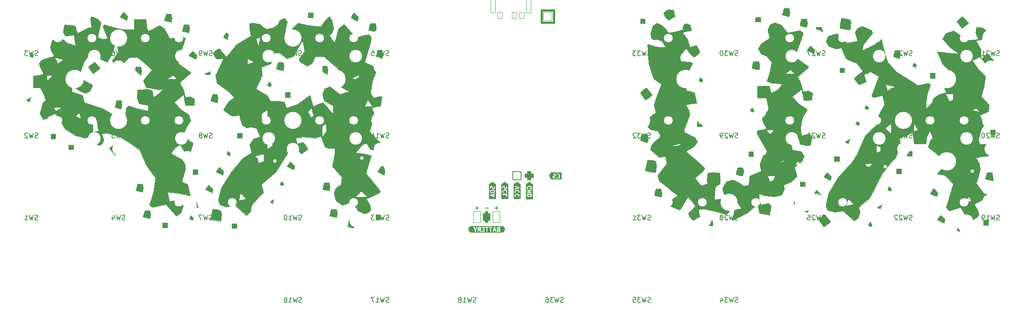
<source format=gbr>
%TF.GenerationSoftware,KiCad,Pcbnew,7.0.1*%
%TF.CreationDate,2023-03-24T13:46:13-04:00*%
%TF.ProjectId,kurp,6b757270-2e6b-4696-9361-645f70636258,v1.0.0*%
%TF.SameCoordinates,Original*%
%TF.FileFunction,Legend,Bot*%
%TF.FilePolarity,Positive*%
%FSLAX46Y46*%
G04 Gerber Fmt 4.6, Leading zero omitted, Abs format (unit mm)*
G04 Created by KiCad (PCBNEW 7.0.1) date 2023-03-24 13:46:13*
%MOMM*%
%LPD*%
G01*
G04 APERTURE LIST*
G04 Aperture macros list*
%AMRoundRect*
0 Rectangle with rounded corners*
0 $1 Rounding radius*
0 $2 $3 $4 $5 $6 $7 $8 $9 X,Y pos of 4 corners*
0 Add a 4 corners polygon primitive as box body*
4,1,4,$2,$3,$4,$5,$6,$7,$8,$9,$2,$3,0*
0 Add four circle primitives for the rounded corners*
1,1,$1+$1,$2,$3*
1,1,$1+$1,$4,$5*
1,1,$1+$1,$6,$7*
1,1,$1+$1,$8,$9*
0 Add four rect primitives between the rounded corners*
20,1,$1+$1,$2,$3,$4,$5,0*
20,1,$1+$1,$4,$5,$6,$7,0*
20,1,$1+$1,$6,$7,$8,$9,0*
20,1,$1+$1,$8,$9,$2,$3,0*%
%AMFreePoly0*
4,1,14,0.885355,0.885355,0.900000,0.850000,0.900000,-0.850000,0.885355,-0.885355,0.850000,-0.900000,-0.850000,-0.900000,-0.885355,-0.885355,-0.900000,-0.850000,-0.900000,0.510000,-0.885355,0.545355,-0.545355,0.885355,-0.510000,0.900000,0.850000,0.900000,0.885355,0.885355,0.885355,0.885355,$1*%
G04 Aperture macros list end*
%ADD10C,0.150000*%
%ADD11C,0.381000*%
%ADD12C,1.852600*%
%ADD13RoundRect,0.050000X-0.876300X0.876300X-0.876300X-0.876300X0.876300X-0.876300X0.876300X0.876300X0*%
%ADD14RoundRect,0.050000X0.750000X1.125000X-0.750000X1.125000X-0.750000X-1.125000X0.750000X-1.125000X0*%
%ADD15RoundRect,0.425000X0.375000X0.750000X-0.375000X0.750000X-0.375000X-0.750000X0.375000X-0.750000X0*%
%ADD16C,1.801800*%
%ADD17C,3.529000*%
%ADD18C,2.600000*%
%ADD19C,3.800000*%
%ADD20FreePoly0,90.000000*%
%ADD21RoundRect,0.475000X-0.425000X0.425000X-0.425000X-0.425000X0.425000X-0.425000X0.425000X0.425000X0*%
%ADD22RoundRect,0.050000X-0.850000X0.850000X-0.850000X-0.850000X0.850000X-0.850000X0.850000X0.850000X0*%
%ADD23O,1.800000X1.800000*%
%ADD24RoundRect,0.050000X-0.450000X-1.550000X0.450000X-1.550000X0.450000X1.550000X-0.450000X1.550000X0*%
%ADD25C,1.100000*%
%ADD26RoundRect,0.050000X-0.450000X-0.625000X0.450000X-0.625000X0.450000X0.625000X-0.450000X0.625000X0*%
%ADD27C,0.700000*%
G04 APERTURE END LIST*
D10*
%TO.C,BT1*%
X195753494Y-131079274D02*
X195143971Y-131079274D01*
X195448732Y-130774512D02*
X195448732Y-131384036D01*
X197753494Y-131079274D02*
X197143971Y-131079274D01*
X199753494Y-131079274D02*
X199143971Y-131079274D01*
X199448732Y-130774512D02*
X199448732Y-131384036D01*
%TO.C,SW15*%
X177258256Y-99524608D02*
X177115399Y-99572227D01*
X177115399Y-99572227D02*
X176877304Y-99572227D01*
X176877304Y-99572227D02*
X176782066Y-99524608D01*
X176782066Y-99524608D02*
X176734447Y-99476988D01*
X176734447Y-99476988D02*
X176686828Y-99381750D01*
X176686828Y-99381750D02*
X176686828Y-99286512D01*
X176686828Y-99286512D02*
X176734447Y-99191274D01*
X176734447Y-99191274D02*
X176782066Y-99143655D01*
X176782066Y-99143655D02*
X176877304Y-99096036D01*
X176877304Y-99096036D02*
X177067780Y-99048417D01*
X177067780Y-99048417D02*
X177163018Y-99000798D01*
X177163018Y-99000798D02*
X177210637Y-98953179D01*
X177210637Y-98953179D02*
X177258256Y-98857941D01*
X177258256Y-98857941D02*
X177258256Y-98762703D01*
X177258256Y-98762703D02*
X177210637Y-98667465D01*
X177210637Y-98667465D02*
X177163018Y-98619846D01*
X177163018Y-98619846D02*
X177067780Y-98572227D01*
X177067780Y-98572227D02*
X176829685Y-98572227D01*
X176829685Y-98572227D02*
X176686828Y-98619846D01*
X176353494Y-98572227D02*
X176115399Y-99572227D01*
X176115399Y-99572227D02*
X175924923Y-98857941D01*
X175924923Y-98857941D02*
X175734447Y-99572227D01*
X175734447Y-99572227D02*
X175496352Y-98572227D01*
X174591590Y-99572227D02*
X175163018Y-99572227D01*
X174877304Y-99572227D02*
X174877304Y-98572227D01*
X174877304Y-98572227D02*
X174972542Y-98715084D01*
X174972542Y-98715084D02*
X175067780Y-98810322D01*
X175067780Y-98810322D02*
X175163018Y-98857941D01*
X173686828Y-98572227D02*
X174163018Y-98572227D01*
X174163018Y-98572227D02*
X174210637Y-99048417D01*
X174210637Y-99048417D02*
X174163018Y-99000798D01*
X174163018Y-99000798D02*
X174067780Y-98953179D01*
X174067780Y-98953179D02*
X173829685Y-98953179D01*
X173829685Y-98953179D02*
X173734447Y-99000798D01*
X173734447Y-99000798D02*
X173686828Y-99048417D01*
X173686828Y-99048417D02*
X173639209Y-99143655D01*
X173639209Y-99143655D02*
X173639209Y-99381750D01*
X173639209Y-99381750D02*
X173686828Y-99476988D01*
X173686828Y-99476988D02*
X173734447Y-99524608D01*
X173734447Y-99524608D02*
X173829685Y-99572227D01*
X173829685Y-99572227D02*
X174067780Y-99572227D01*
X174067780Y-99572227D02*
X174163018Y-99524608D01*
X174163018Y-99524608D02*
X174210637Y-99476988D01*
%TO.C,SW33*%
X231258256Y-99524608D02*
X231115399Y-99572227D01*
X231115399Y-99572227D02*
X230877304Y-99572227D01*
X230877304Y-99572227D02*
X230782066Y-99524608D01*
X230782066Y-99524608D02*
X230734447Y-99476988D01*
X230734447Y-99476988D02*
X230686828Y-99381750D01*
X230686828Y-99381750D02*
X230686828Y-99286512D01*
X230686828Y-99286512D02*
X230734447Y-99191274D01*
X230734447Y-99191274D02*
X230782066Y-99143655D01*
X230782066Y-99143655D02*
X230877304Y-99096036D01*
X230877304Y-99096036D02*
X231067780Y-99048417D01*
X231067780Y-99048417D02*
X231163018Y-99000798D01*
X231163018Y-99000798D02*
X231210637Y-98953179D01*
X231210637Y-98953179D02*
X231258256Y-98857941D01*
X231258256Y-98857941D02*
X231258256Y-98762703D01*
X231258256Y-98762703D02*
X231210637Y-98667465D01*
X231210637Y-98667465D02*
X231163018Y-98619846D01*
X231163018Y-98619846D02*
X231067780Y-98572227D01*
X231067780Y-98572227D02*
X230829685Y-98572227D01*
X230829685Y-98572227D02*
X230686828Y-98619846D01*
X230353494Y-98572227D02*
X230115399Y-99572227D01*
X230115399Y-99572227D02*
X229924923Y-98857941D01*
X229924923Y-98857941D02*
X229734447Y-99572227D01*
X229734447Y-99572227D02*
X229496352Y-98572227D01*
X229210637Y-98572227D02*
X228591590Y-98572227D01*
X228591590Y-98572227D02*
X228924923Y-98953179D01*
X228924923Y-98953179D02*
X228782066Y-98953179D01*
X228782066Y-98953179D02*
X228686828Y-99000798D01*
X228686828Y-99000798D02*
X228639209Y-99048417D01*
X228639209Y-99048417D02*
X228591590Y-99143655D01*
X228591590Y-99143655D02*
X228591590Y-99381750D01*
X228591590Y-99381750D02*
X228639209Y-99476988D01*
X228639209Y-99476988D02*
X228686828Y-99524608D01*
X228686828Y-99524608D02*
X228782066Y-99572227D01*
X228782066Y-99572227D02*
X229067780Y-99572227D01*
X229067780Y-99572227D02*
X229163018Y-99524608D01*
X229163018Y-99524608D02*
X229210637Y-99476988D01*
X228258256Y-98572227D02*
X227639209Y-98572227D01*
X227639209Y-98572227D02*
X227972542Y-98953179D01*
X227972542Y-98953179D02*
X227829685Y-98953179D01*
X227829685Y-98953179D02*
X227734447Y-99000798D01*
X227734447Y-99000798D02*
X227686828Y-99048417D01*
X227686828Y-99048417D02*
X227639209Y-99143655D01*
X227639209Y-99143655D02*
X227639209Y-99381750D01*
X227639209Y-99381750D02*
X227686828Y-99476988D01*
X227686828Y-99476988D02*
X227734447Y-99524608D01*
X227734447Y-99524608D02*
X227829685Y-99572227D01*
X227829685Y-99572227D02*
X228115399Y-99572227D01*
X228115399Y-99572227D02*
X228210637Y-99524608D01*
X228210637Y-99524608D02*
X228258256Y-99476988D01*
%TO.C,SW20*%
X303258256Y-116524608D02*
X303115399Y-116572227D01*
X303115399Y-116572227D02*
X302877304Y-116572227D01*
X302877304Y-116572227D02*
X302782066Y-116524608D01*
X302782066Y-116524608D02*
X302734447Y-116476988D01*
X302734447Y-116476988D02*
X302686828Y-116381750D01*
X302686828Y-116381750D02*
X302686828Y-116286512D01*
X302686828Y-116286512D02*
X302734447Y-116191274D01*
X302734447Y-116191274D02*
X302782066Y-116143655D01*
X302782066Y-116143655D02*
X302877304Y-116096036D01*
X302877304Y-116096036D02*
X303067780Y-116048417D01*
X303067780Y-116048417D02*
X303163018Y-116000798D01*
X303163018Y-116000798D02*
X303210637Y-115953179D01*
X303210637Y-115953179D02*
X303258256Y-115857941D01*
X303258256Y-115857941D02*
X303258256Y-115762703D01*
X303258256Y-115762703D02*
X303210637Y-115667465D01*
X303210637Y-115667465D02*
X303163018Y-115619846D01*
X303163018Y-115619846D02*
X303067780Y-115572227D01*
X303067780Y-115572227D02*
X302829685Y-115572227D01*
X302829685Y-115572227D02*
X302686828Y-115619846D01*
X302353494Y-115572227D02*
X302115399Y-116572227D01*
X302115399Y-116572227D02*
X301924923Y-115857941D01*
X301924923Y-115857941D02*
X301734447Y-116572227D01*
X301734447Y-116572227D02*
X301496352Y-115572227D01*
X301163018Y-115667465D02*
X301115399Y-115619846D01*
X301115399Y-115619846D02*
X301020161Y-115572227D01*
X301020161Y-115572227D02*
X300782066Y-115572227D01*
X300782066Y-115572227D02*
X300686828Y-115619846D01*
X300686828Y-115619846D02*
X300639209Y-115667465D01*
X300639209Y-115667465D02*
X300591590Y-115762703D01*
X300591590Y-115762703D02*
X300591590Y-115857941D01*
X300591590Y-115857941D02*
X300639209Y-116000798D01*
X300639209Y-116000798D02*
X301210637Y-116572227D01*
X301210637Y-116572227D02*
X300591590Y-116572227D01*
X299972542Y-115572227D02*
X299877304Y-115572227D01*
X299877304Y-115572227D02*
X299782066Y-115619846D01*
X299782066Y-115619846D02*
X299734447Y-115667465D01*
X299734447Y-115667465D02*
X299686828Y-115762703D01*
X299686828Y-115762703D02*
X299639209Y-115953179D01*
X299639209Y-115953179D02*
X299639209Y-116191274D01*
X299639209Y-116191274D02*
X299686828Y-116381750D01*
X299686828Y-116381750D02*
X299734447Y-116476988D01*
X299734447Y-116476988D02*
X299782066Y-116524608D01*
X299782066Y-116524608D02*
X299877304Y-116572227D01*
X299877304Y-116572227D02*
X299972542Y-116572227D01*
X299972542Y-116572227D02*
X300067780Y-116524608D01*
X300067780Y-116524608D02*
X300115399Y-116476988D01*
X300115399Y-116476988D02*
X300163018Y-116381750D01*
X300163018Y-116381750D02*
X300210637Y-116191274D01*
X300210637Y-116191274D02*
X300210637Y-115953179D01*
X300210637Y-115953179D02*
X300163018Y-115762703D01*
X300163018Y-115762703D02*
X300115399Y-115667465D01*
X300115399Y-115667465D02*
X300067780Y-115619846D01*
X300067780Y-115619846D02*
X299972542Y-115572227D01*
%TO.C,SW26*%
X267258256Y-116524608D02*
X267115399Y-116572227D01*
X267115399Y-116572227D02*
X266877304Y-116572227D01*
X266877304Y-116572227D02*
X266782066Y-116524608D01*
X266782066Y-116524608D02*
X266734447Y-116476988D01*
X266734447Y-116476988D02*
X266686828Y-116381750D01*
X266686828Y-116381750D02*
X266686828Y-116286512D01*
X266686828Y-116286512D02*
X266734447Y-116191274D01*
X266734447Y-116191274D02*
X266782066Y-116143655D01*
X266782066Y-116143655D02*
X266877304Y-116096036D01*
X266877304Y-116096036D02*
X267067780Y-116048417D01*
X267067780Y-116048417D02*
X267163018Y-116000798D01*
X267163018Y-116000798D02*
X267210637Y-115953179D01*
X267210637Y-115953179D02*
X267258256Y-115857941D01*
X267258256Y-115857941D02*
X267258256Y-115762703D01*
X267258256Y-115762703D02*
X267210637Y-115667465D01*
X267210637Y-115667465D02*
X267163018Y-115619846D01*
X267163018Y-115619846D02*
X267067780Y-115572227D01*
X267067780Y-115572227D02*
X266829685Y-115572227D01*
X266829685Y-115572227D02*
X266686828Y-115619846D01*
X266353494Y-115572227D02*
X266115399Y-116572227D01*
X266115399Y-116572227D02*
X265924923Y-115857941D01*
X265924923Y-115857941D02*
X265734447Y-116572227D01*
X265734447Y-116572227D02*
X265496352Y-115572227D01*
X265163018Y-115667465D02*
X265115399Y-115619846D01*
X265115399Y-115619846D02*
X265020161Y-115572227D01*
X265020161Y-115572227D02*
X264782066Y-115572227D01*
X264782066Y-115572227D02*
X264686828Y-115619846D01*
X264686828Y-115619846D02*
X264639209Y-115667465D01*
X264639209Y-115667465D02*
X264591590Y-115762703D01*
X264591590Y-115762703D02*
X264591590Y-115857941D01*
X264591590Y-115857941D02*
X264639209Y-116000798D01*
X264639209Y-116000798D02*
X265210637Y-116572227D01*
X265210637Y-116572227D02*
X264591590Y-116572227D01*
X263734447Y-115572227D02*
X263924923Y-115572227D01*
X263924923Y-115572227D02*
X264020161Y-115619846D01*
X264020161Y-115619846D02*
X264067780Y-115667465D01*
X264067780Y-115667465D02*
X264163018Y-115810322D01*
X264163018Y-115810322D02*
X264210637Y-116000798D01*
X264210637Y-116000798D02*
X264210637Y-116381750D01*
X264210637Y-116381750D02*
X264163018Y-116476988D01*
X264163018Y-116476988D02*
X264115399Y-116524608D01*
X264115399Y-116524608D02*
X264020161Y-116572227D01*
X264020161Y-116572227D02*
X263829685Y-116572227D01*
X263829685Y-116572227D02*
X263734447Y-116524608D01*
X263734447Y-116524608D02*
X263686828Y-116476988D01*
X263686828Y-116476988D02*
X263639209Y-116381750D01*
X263639209Y-116381750D02*
X263639209Y-116143655D01*
X263639209Y-116143655D02*
X263686828Y-116048417D01*
X263686828Y-116048417D02*
X263734447Y-116000798D01*
X263734447Y-116000798D02*
X263829685Y-115953179D01*
X263829685Y-115953179D02*
X264020161Y-115953179D01*
X264020161Y-115953179D02*
X264115399Y-116000798D01*
X264115399Y-116000798D02*
X264163018Y-116048417D01*
X264163018Y-116048417D02*
X264210637Y-116143655D01*
%TO.C,SW28*%
X249258256Y-133524608D02*
X249115399Y-133572227D01*
X249115399Y-133572227D02*
X248877304Y-133572227D01*
X248877304Y-133572227D02*
X248782066Y-133524608D01*
X248782066Y-133524608D02*
X248734447Y-133476988D01*
X248734447Y-133476988D02*
X248686828Y-133381750D01*
X248686828Y-133381750D02*
X248686828Y-133286512D01*
X248686828Y-133286512D02*
X248734447Y-133191274D01*
X248734447Y-133191274D02*
X248782066Y-133143655D01*
X248782066Y-133143655D02*
X248877304Y-133096036D01*
X248877304Y-133096036D02*
X249067780Y-133048417D01*
X249067780Y-133048417D02*
X249163018Y-133000798D01*
X249163018Y-133000798D02*
X249210637Y-132953179D01*
X249210637Y-132953179D02*
X249258256Y-132857941D01*
X249258256Y-132857941D02*
X249258256Y-132762703D01*
X249258256Y-132762703D02*
X249210637Y-132667465D01*
X249210637Y-132667465D02*
X249163018Y-132619846D01*
X249163018Y-132619846D02*
X249067780Y-132572227D01*
X249067780Y-132572227D02*
X248829685Y-132572227D01*
X248829685Y-132572227D02*
X248686828Y-132619846D01*
X248353494Y-132572227D02*
X248115399Y-133572227D01*
X248115399Y-133572227D02*
X247924923Y-132857941D01*
X247924923Y-132857941D02*
X247734447Y-133572227D01*
X247734447Y-133572227D02*
X247496352Y-132572227D01*
X247163018Y-132667465D02*
X247115399Y-132619846D01*
X247115399Y-132619846D02*
X247020161Y-132572227D01*
X247020161Y-132572227D02*
X246782066Y-132572227D01*
X246782066Y-132572227D02*
X246686828Y-132619846D01*
X246686828Y-132619846D02*
X246639209Y-132667465D01*
X246639209Y-132667465D02*
X246591590Y-132762703D01*
X246591590Y-132762703D02*
X246591590Y-132857941D01*
X246591590Y-132857941D02*
X246639209Y-133000798D01*
X246639209Y-133000798D02*
X247210637Y-133572227D01*
X247210637Y-133572227D02*
X246591590Y-133572227D01*
X246020161Y-133000798D02*
X246115399Y-132953179D01*
X246115399Y-132953179D02*
X246163018Y-132905560D01*
X246163018Y-132905560D02*
X246210637Y-132810322D01*
X246210637Y-132810322D02*
X246210637Y-132762703D01*
X246210637Y-132762703D02*
X246163018Y-132667465D01*
X246163018Y-132667465D02*
X246115399Y-132619846D01*
X246115399Y-132619846D02*
X246020161Y-132572227D01*
X246020161Y-132572227D02*
X245829685Y-132572227D01*
X245829685Y-132572227D02*
X245734447Y-132619846D01*
X245734447Y-132619846D02*
X245686828Y-132667465D01*
X245686828Y-132667465D02*
X245639209Y-132762703D01*
X245639209Y-132762703D02*
X245639209Y-132810322D01*
X245639209Y-132810322D02*
X245686828Y-132905560D01*
X245686828Y-132905560D02*
X245734447Y-132953179D01*
X245734447Y-132953179D02*
X245829685Y-133000798D01*
X245829685Y-133000798D02*
X246020161Y-133000798D01*
X246020161Y-133000798D02*
X246115399Y-133048417D01*
X246115399Y-133048417D02*
X246163018Y-133096036D01*
X246163018Y-133096036D02*
X246210637Y-133191274D01*
X246210637Y-133191274D02*
X246210637Y-133381750D01*
X246210637Y-133381750D02*
X246163018Y-133476988D01*
X246163018Y-133476988D02*
X246115399Y-133524608D01*
X246115399Y-133524608D02*
X246020161Y-133572227D01*
X246020161Y-133572227D02*
X245829685Y-133572227D01*
X245829685Y-133572227D02*
X245734447Y-133524608D01*
X245734447Y-133524608D02*
X245686828Y-133476988D01*
X245686828Y-133476988D02*
X245639209Y-133381750D01*
X245639209Y-133381750D02*
X245639209Y-133191274D01*
X245639209Y-133191274D02*
X245686828Y-133096036D01*
X245686828Y-133096036D02*
X245734447Y-133048417D01*
X245734447Y-133048417D02*
X245829685Y-133000798D01*
%TO.C,SW13*%
X177258256Y-133524608D02*
X177115399Y-133572227D01*
X177115399Y-133572227D02*
X176877304Y-133572227D01*
X176877304Y-133572227D02*
X176782066Y-133524608D01*
X176782066Y-133524608D02*
X176734447Y-133476988D01*
X176734447Y-133476988D02*
X176686828Y-133381750D01*
X176686828Y-133381750D02*
X176686828Y-133286512D01*
X176686828Y-133286512D02*
X176734447Y-133191274D01*
X176734447Y-133191274D02*
X176782066Y-133143655D01*
X176782066Y-133143655D02*
X176877304Y-133096036D01*
X176877304Y-133096036D02*
X177067780Y-133048417D01*
X177067780Y-133048417D02*
X177163018Y-133000798D01*
X177163018Y-133000798D02*
X177210637Y-132953179D01*
X177210637Y-132953179D02*
X177258256Y-132857941D01*
X177258256Y-132857941D02*
X177258256Y-132762703D01*
X177258256Y-132762703D02*
X177210637Y-132667465D01*
X177210637Y-132667465D02*
X177163018Y-132619846D01*
X177163018Y-132619846D02*
X177067780Y-132572227D01*
X177067780Y-132572227D02*
X176829685Y-132572227D01*
X176829685Y-132572227D02*
X176686828Y-132619846D01*
X176353494Y-132572227D02*
X176115399Y-133572227D01*
X176115399Y-133572227D02*
X175924923Y-132857941D01*
X175924923Y-132857941D02*
X175734447Y-133572227D01*
X175734447Y-133572227D02*
X175496352Y-132572227D01*
X174591590Y-133572227D02*
X175163018Y-133572227D01*
X174877304Y-133572227D02*
X174877304Y-132572227D01*
X174877304Y-132572227D02*
X174972542Y-132715084D01*
X174972542Y-132715084D02*
X175067780Y-132810322D01*
X175067780Y-132810322D02*
X175163018Y-132857941D01*
X174258256Y-132572227D02*
X173639209Y-132572227D01*
X173639209Y-132572227D02*
X173972542Y-132953179D01*
X173972542Y-132953179D02*
X173829685Y-132953179D01*
X173829685Y-132953179D02*
X173734447Y-133000798D01*
X173734447Y-133000798D02*
X173686828Y-133048417D01*
X173686828Y-133048417D02*
X173639209Y-133143655D01*
X173639209Y-133143655D02*
X173639209Y-133381750D01*
X173639209Y-133381750D02*
X173686828Y-133476988D01*
X173686828Y-133476988D02*
X173734447Y-133524608D01*
X173734447Y-133524608D02*
X173829685Y-133572227D01*
X173829685Y-133572227D02*
X174115399Y-133572227D01*
X174115399Y-133572227D02*
X174210637Y-133524608D01*
X174210637Y-133524608D02*
X174258256Y-133476988D01*
%TO.C,SW11*%
X159258256Y-116524608D02*
X159115399Y-116572227D01*
X159115399Y-116572227D02*
X158877304Y-116572227D01*
X158877304Y-116572227D02*
X158782066Y-116524608D01*
X158782066Y-116524608D02*
X158734447Y-116476988D01*
X158734447Y-116476988D02*
X158686828Y-116381750D01*
X158686828Y-116381750D02*
X158686828Y-116286512D01*
X158686828Y-116286512D02*
X158734447Y-116191274D01*
X158734447Y-116191274D02*
X158782066Y-116143655D01*
X158782066Y-116143655D02*
X158877304Y-116096036D01*
X158877304Y-116096036D02*
X159067780Y-116048417D01*
X159067780Y-116048417D02*
X159163018Y-116000798D01*
X159163018Y-116000798D02*
X159210637Y-115953179D01*
X159210637Y-115953179D02*
X159258256Y-115857941D01*
X159258256Y-115857941D02*
X159258256Y-115762703D01*
X159258256Y-115762703D02*
X159210637Y-115667465D01*
X159210637Y-115667465D02*
X159163018Y-115619846D01*
X159163018Y-115619846D02*
X159067780Y-115572227D01*
X159067780Y-115572227D02*
X158829685Y-115572227D01*
X158829685Y-115572227D02*
X158686828Y-115619846D01*
X158353494Y-115572227D02*
X158115399Y-116572227D01*
X158115399Y-116572227D02*
X157924923Y-115857941D01*
X157924923Y-115857941D02*
X157734447Y-116572227D01*
X157734447Y-116572227D02*
X157496352Y-115572227D01*
X156591590Y-116572227D02*
X157163018Y-116572227D01*
X156877304Y-116572227D02*
X156877304Y-115572227D01*
X156877304Y-115572227D02*
X156972542Y-115715084D01*
X156972542Y-115715084D02*
X157067780Y-115810322D01*
X157067780Y-115810322D02*
X157163018Y-115857941D01*
X155639209Y-116572227D02*
X156210637Y-116572227D01*
X155924923Y-116572227D02*
X155924923Y-115572227D01*
X155924923Y-115572227D02*
X156020161Y-115715084D01*
X156020161Y-115715084D02*
X156115399Y-115810322D01*
X156115399Y-115810322D02*
X156210637Y-115857941D01*
%TO.C,SW19*%
X303258256Y-133524608D02*
X303115399Y-133572227D01*
X303115399Y-133572227D02*
X302877304Y-133572227D01*
X302877304Y-133572227D02*
X302782066Y-133524608D01*
X302782066Y-133524608D02*
X302734447Y-133476988D01*
X302734447Y-133476988D02*
X302686828Y-133381750D01*
X302686828Y-133381750D02*
X302686828Y-133286512D01*
X302686828Y-133286512D02*
X302734447Y-133191274D01*
X302734447Y-133191274D02*
X302782066Y-133143655D01*
X302782066Y-133143655D02*
X302877304Y-133096036D01*
X302877304Y-133096036D02*
X303067780Y-133048417D01*
X303067780Y-133048417D02*
X303163018Y-133000798D01*
X303163018Y-133000798D02*
X303210637Y-132953179D01*
X303210637Y-132953179D02*
X303258256Y-132857941D01*
X303258256Y-132857941D02*
X303258256Y-132762703D01*
X303258256Y-132762703D02*
X303210637Y-132667465D01*
X303210637Y-132667465D02*
X303163018Y-132619846D01*
X303163018Y-132619846D02*
X303067780Y-132572227D01*
X303067780Y-132572227D02*
X302829685Y-132572227D01*
X302829685Y-132572227D02*
X302686828Y-132619846D01*
X302353494Y-132572227D02*
X302115399Y-133572227D01*
X302115399Y-133572227D02*
X301924923Y-132857941D01*
X301924923Y-132857941D02*
X301734447Y-133572227D01*
X301734447Y-133572227D02*
X301496352Y-132572227D01*
X300591590Y-133572227D02*
X301163018Y-133572227D01*
X300877304Y-133572227D02*
X300877304Y-132572227D01*
X300877304Y-132572227D02*
X300972542Y-132715084D01*
X300972542Y-132715084D02*
X301067780Y-132810322D01*
X301067780Y-132810322D02*
X301163018Y-132857941D01*
X300115399Y-133572227D02*
X299924923Y-133572227D01*
X299924923Y-133572227D02*
X299829685Y-133524608D01*
X299829685Y-133524608D02*
X299782066Y-133476988D01*
X299782066Y-133476988D02*
X299686828Y-133334131D01*
X299686828Y-133334131D02*
X299639209Y-133143655D01*
X299639209Y-133143655D02*
X299639209Y-132762703D01*
X299639209Y-132762703D02*
X299686828Y-132667465D01*
X299686828Y-132667465D02*
X299734447Y-132619846D01*
X299734447Y-132619846D02*
X299829685Y-132572227D01*
X299829685Y-132572227D02*
X300020161Y-132572227D01*
X300020161Y-132572227D02*
X300115399Y-132619846D01*
X300115399Y-132619846D02*
X300163018Y-132667465D01*
X300163018Y-132667465D02*
X300210637Y-132762703D01*
X300210637Y-132762703D02*
X300210637Y-133000798D01*
X300210637Y-133000798D02*
X300163018Y-133096036D01*
X300163018Y-133096036D02*
X300115399Y-133143655D01*
X300115399Y-133143655D02*
X300020161Y-133191274D01*
X300020161Y-133191274D02*
X299829685Y-133191274D01*
X299829685Y-133191274D02*
X299734447Y-133143655D01*
X299734447Y-133143655D02*
X299686828Y-133096036D01*
X299686828Y-133096036D02*
X299639209Y-133000798D01*
%TO.C,SW30*%
X249258256Y-99524608D02*
X249115399Y-99572227D01*
X249115399Y-99572227D02*
X248877304Y-99572227D01*
X248877304Y-99572227D02*
X248782066Y-99524608D01*
X248782066Y-99524608D02*
X248734447Y-99476988D01*
X248734447Y-99476988D02*
X248686828Y-99381750D01*
X248686828Y-99381750D02*
X248686828Y-99286512D01*
X248686828Y-99286512D02*
X248734447Y-99191274D01*
X248734447Y-99191274D02*
X248782066Y-99143655D01*
X248782066Y-99143655D02*
X248877304Y-99096036D01*
X248877304Y-99096036D02*
X249067780Y-99048417D01*
X249067780Y-99048417D02*
X249163018Y-99000798D01*
X249163018Y-99000798D02*
X249210637Y-98953179D01*
X249210637Y-98953179D02*
X249258256Y-98857941D01*
X249258256Y-98857941D02*
X249258256Y-98762703D01*
X249258256Y-98762703D02*
X249210637Y-98667465D01*
X249210637Y-98667465D02*
X249163018Y-98619846D01*
X249163018Y-98619846D02*
X249067780Y-98572227D01*
X249067780Y-98572227D02*
X248829685Y-98572227D01*
X248829685Y-98572227D02*
X248686828Y-98619846D01*
X248353494Y-98572227D02*
X248115399Y-99572227D01*
X248115399Y-99572227D02*
X247924923Y-98857941D01*
X247924923Y-98857941D02*
X247734447Y-99572227D01*
X247734447Y-99572227D02*
X247496352Y-98572227D01*
X247210637Y-98572227D02*
X246591590Y-98572227D01*
X246591590Y-98572227D02*
X246924923Y-98953179D01*
X246924923Y-98953179D02*
X246782066Y-98953179D01*
X246782066Y-98953179D02*
X246686828Y-99000798D01*
X246686828Y-99000798D02*
X246639209Y-99048417D01*
X246639209Y-99048417D02*
X246591590Y-99143655D01*
X246591590Y-99143655D02*
X246591590Y-99381750D01*
X246591590Y-99381750D02*
X246639209Y-99476988D01*
X246639209Y-99476988D02*
X246686828Y-99524608D01*
X246686828Y-99524608D02*
X246782066Y-99572227D01*
X246782066Y-99572227D02*
X247067780Y-99572227D01*
X247067780Y-99572227D02*
X247163018Y-99524608D01*
X247163018Y-99524608D02*
X247210637Y-99476988D01*
X245972542Y-98572227D02*
X245877304Y-98572227D01*
X245877304Y-98572227D02*
X245782066Y-98619846D01*
X245782066Y-98619846D02*
X245734447Y-98667465D01*
X245734447Y-98667465D02*
X245686828Y-98762703D01*
X245686828Y-98762703D02*
X245639209Y-98953179D01*
X245639209Y-98953179D02*
X245639209Y-99191274D01*
X245639209Y-99191274D02*
X245686828Y-99381750D01*
X245686828Y-99381750D02*
X245734447Y-99476988D01*
X245734447Y-99476988D02*
X245782066Y-99524608D01*
X245782066Y-99524608D02*
X245877304Y-99572227D01*
X245877304Y-99572227D02*
X245972542Y-99572227D01*
X245972542Y-99572227D02*
X246067780Y-99524608D01*
X246067780Y-99524608D02*
X246115399Y-99476988D01*
X246115399Y-99476988D02*
X246163018Y-99381750D01*
X246163018Y-99381750D02*
X246210637Y-99191274D01*
X246210637Y-99191274D02*
X246210637Y-98953179D01*
X246210637Y-98953179D02*
X246163018Y-98762703D01*
X246163018Y-98762703D02*
X246115399Y-98667465D01*
X246115399Y-98667465D02*
X246067780Y-98619846D01*
X246067780Y-98619846D02*
X245972542Y-98572227D01*
%TO.C,SW36*%
X213258256Y-150524608D02*
X213115399Y-150572227D01*
X213115399Y-150572227D02*
X212877304Y-150572227D01*
X212877304Y-150572227D02*
X212782066Y-150524608D01*
X212782066Y-150524608D02*
X212734447Y-150476988D01*
X212734447Y-150476988D02*
X212686828Y-150381750D01*
X212686828Y-150381750D02*
X212686828Y-150286512D01*
X212686828Y-150286512D02*
X212734447Y-150191274D01*
X212734447Y-150191274D02*
X212782066Y-150143655D01*
X212782066Y-150143655D02*
X212877304Y-150096036D01*
X212877304Y-150096036D02*
X213067780Y-150048417D01*
X213067780Y-150048417D02*
X213163018Y-150000798D01*
X213163018Y-150000798D02*
X213210637Y-149953179D01*
X213210637Y-149953179D02*
X213258256Y-149857941D01*
X213258256Y-149857941D02*
X213258256Y-149762703D01*
X213258256Y-149762703D02*
X213210637Y-149667465D01*
X213210637Y-149667465D02*
X213163018Y-149619846D01*
X213163018Y-149619846D02*
X213067780Y-149572227D01*
X213067780Y-149572227D02*
X212829685Y-149572227D01*
X212829685Y-149572227D02*
X212686828Y-149619846D01*
X212353494Y-149572227D02*
X212115399Y-150572227D01*
X212115399Y-150572227D02*
X211924923Y-149857941D01*
X211924923Y-149857941D02*
X211734447Y-150572227D01*
X211734447Y-150572227D02*
X211496352Y-149572227D01*
X211210637Y-149572227D02*
X210591590Y-149572227D01*
X210591590Y-149572227D02*
X210924923Y-149953179D01*
X210924923Y-149953179D02*
X210782066Y-149953179D01*
X210782066Y-149953179D02*
X210686828Y-150000798D01*
X210686828Y-150000798D02*
X210639209Y-150048417D01*
X210639209Y-150048417D02*
X210591590Y-150143655D01*
X210591590Y-150143655D02*
X210591590Y-150381750D01*
X210591590Y-150381750D02*
X210639209Y-150476988D01*
X210639209Y-150476988D02*
X210686828Y-150524608D01*
X210686828Y-150524608D02*
X210782066Y-150572227D01*
X210782066Y-150572227D02*
X211067780Y-150572227D01*
X211067780Y-150572227D02*
X211163018Y-150524608D01*
X211163018Y-150524608D02*
X211210637Y-150476988D01*
X209734447Y-149572227D02*
X209924923Y-149572227D01*
X209924923Y-149572227D02*
X210020161Y-149619846D01*
X210020161Y-149619846D02*
X210067780Y-149667465D01*
X210067780Y-149667465D02*
X210163018Y-149810322D01*
X210163018Y-149810322D02*
X210210637Y-150000798D01*
X210210637Y-150000798D02*
X210210637Y-150381750D01*
X210210637Y-150381750D02*
X210163018Y-150476988D01*
X210163018Y-150476988D02*
X210115399Y-150524608D01*
X210115399Y-150524608D02*
X210020161Y-150572227D01*
X210020161Y-150572227D02*
X209829685Y-150572227D01*
X209829685Y-150572227D02*
X209734447Y-150524608D01*
X209734447Y-150524608D02*
X209686828Y-150476988D01*
X209686828Y-150476988D02*
X209639209Y-150381750D01*
X209639209Y-150381750D02*
X209639209Y-150143655D01*
X209639209Y-150143655D02*
X209686828Y-150048417D01*
X209686828Y-150048417D02*
X209734447Y-150000798D01*
X209734447Y-150000798D02*
X209829685Y-149953179D01*
X209829685Y-149953179D02*
X210020161Y-149953179D01*
X210020161Y-149953179D02*
X210115399Y-150000798D01*
X210115399Y-150000798D02*
X210163018Y-150048417D01*
X210163018Y-150048417D02*
X210210637Y-150143655D01*
%TO.C,SW8*%
X140782065Y-116524608D02*
X140639208Y-116572227D01*
X140639208Y-116572227D02*
X140401113Y-116572227D01*
X140401113Y-116572227D02*
X140305875Y-116524608D01*
X140305875Y-116524608D02*
X140258256Y-116476988D01*
X140258256Y-116476988D02*
X140210637Y-116381750D01*
X140210637Y-116381750D02*
X140210637Y-116286512D01*
X140210637Y-116286512D02*
X140258256Y-116191274D01*
X140258256Y-116191274D02*
X140305875Y-116143655D01*
X140305875Y-116143655D02*
X140401113Y-116096036D01*
X140401113Y-116096036D02*
X140591589Y-116048417D01*
X140591589Y-116048417D02*
X140686827Y-116000798D01*
X140686827Y-116000798D02*
X140734446Y-115953179D01*
X140734446Y-115953179D02*
X140782065Y-115857941D01*
X140782065Y-115857941D02*
X140782065Y-115762703D01*
X140782065Y-115762703D02*
X140734446Y-115667465D01*
X140734446Y-115667465D02*
X140686827Y-115619846D01*
X140686827Y-115619846D02*
X140591589Y-115572227D01*
X140591589Y-115572227D02*
X140353494Y-115572227D01*
X140353494Y-115572227D02*
X140210637Y-115619846D01*
X139877303Y-115572227D02*
X139639208Y-116572227D01*
X139639208Y-116572227D02*
X139448732Y-115857941D01*
X139448732Y-115857941D02*
X139258256Y-116572227D01*
X139258256Y-116572227D02*
X139020161Y-115572227D01*
X138496351Y-116000798D02*
X138591589Y-115953179D01*
X138591589Y-115953179D02*
X138639208Y-115905560D01*
X138639208Y-115905560D02*
X138686827Y-115810322D01*
X138686827Y-115810322D02*
X138686827Y-115762703D01*
X138686827Y-115762703D02*
X138639208Y-115667465D01*
X138639208Y-115667465D02*
X138591589Y-115619846D01*
X138591589Y-115619846D02*
X138496351Y-115572227D01*
X138496351Y-115572227D02*
X138305875Y-115572227D01*
X138305875Y-115572227D02*
X138210637Y-115619846D01*
X138210637Y-115619846D02*
X138163018Y-115667465D01*
X138163018Y-115667465D02*
X138115399Y-115762703D01*
X138115399Y-115762703D02*
X138115399Y-115810322D01*
X138115399Y-115810322D02*
X138163018Y-115905560D01*
X138163018Y-115905560D02*
X138210637Y-115953179D01*
X138210637Y-115953179D02*
X138305875Y-116000798D01*
X138305875Y-116000798D02*
X138496351Y-116000798D01*
X138496351Y-116000798D02*
X138591589Y-116048417D01*
X138591589Y-116048417D02*
X138639208Y-116096036D01*
X138639208Y-116096036D02*
X138686827Y-116191274D01*
X138686827Y-116191274D02*
X138686827Y-116381750D01*
X138686827Y-116381750D02*
X138639208Y-116476988D01*
X138639208Y-116476988D02*
X138591589Y-116524608D01*
X138591589Y-116524608D02*
X138496351Y-116572227D01*
X138496351Y-116572227D02*
X138305875Y-116572227D01*
X138305875Y-116572227D02*
X138210637Y-116524608D01*
X138210637Y-116524608D02*
X138163018Y-116476988D01*
X138163018Y-116476988D02*
X138115399Y-116381750D01*
X138115399Y-116381750D02*
X138115399Y-116191274D01*
X138115399Y-116191274D02*
X138163018Y-116096036D01*
X138163018Y-116096036D02*
X138210637Y-116048417D01*
X138210637Y-116048417D02*
X138305875Y-116000798D01*
%TO.C,SW14*%
X177258256Y-116524608D02*
X177115399Y-116572227D01*
X177115399Y-116572227D02*
X176877304Y-116572227D01*
X176877304Y-116572227D02*
X176782066Y-116524608D01*
X176782066Y-116524608D02*
X176734447Y-116476988D01*
X176734447Y-116476988D02*
X176686828Y-116381750D01*
X176686828Y-116381750D02*
X176686828Y-116286512D01*
X176686828Y-116286512D02*
X176734447Y-116191274D01*
X176734447Y-116191274D02*
X176782066Y-116143655D01*
X176782066Y-116143655D02*
X176877304Y-116096036D01*
X176877304Y-116096036D02*
X177067780Y-116048417D01*
X177067780Y-116048417D02*
X177163018Y-116000798D01*
X177163018Y-116000798D02*
X177210637Y-115953179D01*
X177210637Y-115953179D02*
X177258256Y-115857941D01*
X177258256Y-115857941D02*
X177258256Y-115762703D01*
X177258256Y-115762703D02*
X177210637Y-115667465D01*
X177210637Y-115667465D02*
X177163018Y-115619846D01*
X177163018Y-115619846D02*
X177067780Y-115572227D01*
X177067780Y-115572227D02*
X176829685Y-115572227D01*
X176829685Y-115572227D02*
X176686828Y-115619846D01*
X176353494Y-115572227D02*
X176115399Y-116572227D01*
X176115399Y-116572227D02*
X175924923Y-115857941D01*
X175924923Y-115857941D02*
X175734447Y-116572227D01*
X175734447Y-116572227D02*
X175496352Y-115572227D01*
X174591590Y-116572227D02*
X175163018Y-116572227D01*
X174877304Y-116572227D02*
X174877304Y-115572227D01*
X174877304Y-115572227D02*
X174972542Y-115715084D01*
X174972542Y-115715084D02*
X175067780Y-115810322D01*
X175067780Y-115810322D02*
X175163018Y-115857941D01*
X173734447Y-115905560D02*
X173734447Y-116572227D01*
X173972542Y-115524608D02*
X174210637Y-116238893D01*
X174210637Y-116238893D02*
X173591590Y-116238893D01*
%TO.C,SW34*%
X249258256Y-150524608D02*
X249115399Y-150572227D01*
X249115399Y-150572227D02*
X248877304Y-150572227D01*
X248877304Y-150572227D02*
X248782066Y-150524608D01*
X248782066Y-150524608D02*
X248734447Y-150476988D01*
X248734447Y-150476988D02*
X248686828Y-150381750D01*
X248686828Y-150381750D02*
X248686828Y-150286512D01*
X248686828Y-150286512D02*
X248734447Y-150191274D01*
X248734447Y-150191274D02*
X248782066Y-150143655D01*
X248782066Y-150143655D02*
X248877304Y-150096036D01*
X248877304Y-150096036D02*
X249067780Y-150048417D01*
X249067780Y-150048417D02*
X249163018Y-150000798D01*
X249163018Y-150000798D02*
X249210637Y-149953179D01*
X249210637Y-149953179D02*
X249258256Y-149857941D01*
X249258256Y-149857941D02*
X249258256Y-149762703D01*
X249258256Y-149762703D02*
X249210637Y-149667465D01*
X249210637Y-149667465D02*
X249163018Y-149619846D01*
X249163018Y-149619846D02*
X249067780Y-149572227D01*
X249067780Y-149572227D02*
X248829685Y-149572227D01*
X248829685Y-149572227D02*
X248686828Y-149619846D01*
X248353494Y-149572227D02*
X248115399Y-150572227D01*
X248115399Y-150572227D02*
X247924923Y-149857941D01*
X247924923Y-149857941D02*
X247734447Y-150572227D01*
X247734447Y-150572227D02*
X247496352Y-149572227D01*
X247210637Y-149572227D02*
X246591590Y-149572227D01*
X246591590Y-149572227D02*
X246924923Y-149953179D01*
X246924923Y-149953179D02*
X246782066Y-149953179D01*
X246782066Y-149953179D02*
X246686828Y-150000798D01*
X246686828Y-150000798D02*
X246639209Y-150048417D01*
X246639209Y-150048417D02*
X246591590Y-150143655D01*
X246591590Y-150143655D02*
X246591590Y-150381750D01*
X246591590Y-150381750D02*
X246639209Y-150476988D01*
X246639209Y-150476988D02*
X246686828Y-150524608D01*
X246686828Y-150524608D02*
X246782066Y-150572227D01*
X246782066Y-150572227D02*
X247067780Y-150572227D01*
X247067780Y-150572227D02*
X247163018Y-150524608D01*
X247163018Y-150524608D02*
X247210637Y-150476988D01*
X245734447Y-149905560D02*
X245734447Y-150572227D01*
X245972542Y-149524608D02*
X246210637Y-150238893D01*
X246210637Y-150238893D02*
X245591590Y-150238893D01*
%TO.C,SW4*%
X122782065Y-133524608D02*
X122639208Y-133572227D01*
X122639208Y-133572227D02*
X122401113Y-133572227D01*
X122401113Y-133572227D02*
X122305875Y-133524608D01*
X122305875Y-133524608D02*
X122258256Y-133476988D01*
X122258256Y-133476988D02*
X122210637Y-133381750D01*
X122210637Y-133381750D02*
X122210637Y-133286512D01*
X122210637Y-133286512D02*
X122258256Y-133191274D01*
X122258256Y-133191274D02*
X122305875Y-133143655D01*
X122305875Y-133143655D02*
X122401113Y-133096036D01*
X122401113Y-133096036D02*
X122591589Y-133048417D01*
X122591589Y-133048417D02*
X122686827Y-133000798D01*
X122686827Y-133000798D02*
X122734446Y-132953179D01*
X122734446Y-132953179D02*
X122782065Y-132857941D01*
X122782065Y-132857941D02*
X122782065Y-132762703D01*
X122782065Y-132762703D02*
X122734446Y-132667465D01*
X122734446Y-132667465D02*
X122686827Y-132619846D01*
X122686827Y-132619846D02*
X122591589Y-132572227D01*
X122591589Y-132572227D02*
X122353494Y-132572227D01*
X122353494Y-132572227D02*
X122210637Y-132619846D01*
X121877303Y-132572227D02*
X121639208Y-133572227D01*
X121639208Y-133572227D02*
X121448732Y-132857941D01*
X121448732Y-132857941D02*
X121258256Y-133572227D01*
X121258256Y-133572227D02*
X121020161Y-132572227D01*
X120210637Y-132905560D02*
X120210637Y-133572227D01*
X120448732Y-132524608D02*
X120686827Y-133238893D01*
X120686827Y-133238893D02*
X120067780Y-133238893D01*
%TO.C,SW6*%
X122782065Y-99524608D02*
X122639208Y-99572227D01*
X122639208Y-99572227D02*
X122401113Y-99572227D01*
X122401113Y-99572227D02*
X122305875Y-99524608D01*
X122305875Y-99524608D02*
X122258256Y-99476988D01*
X122258256Y-99476988D02*
X122210637Y-99381750D01*
X122210637Y-99381750D02*
X122210637Y-99286512D01*
X122210637Y-99286512D02*
X122258256Y-99191274D01*
X122258256Y-99191274D02*
X122305875Y-99143655D01*
X122305875Y-99143655D02*
X122401113Y-99096036D01*
X122401113Y-99096036D02*
X122591589Y-99048417D01*
X122591589Y-99048417D02*
X122686827Y-99000798D01*
X122686827Y-99000798D02*
X122734446Y-98953179D01*
X122734446Y-98953179D02*
X122782065Y-98857941D01*
X122782065Y-98857941D02*
X122782065Y-98762703D01*
X122782065Y-98762703D02*
X122734446Y-98667465D01*
X122734446Y-98667465D02*
X122686827Y-98619846D01*
X122686827Y-98619846D02*
X122591589Y-98572227D01*
X122591589Y-98572227D02*
X122353494Y-98572227D01*
X122353494Y-98572227D02*
X122210637Y-98619846D01*
X121877303Y-98572227D02*
X121639208Y-99572227D01*
X121639208Y-99572227D02*
X121448732Y-98857941D01*
X121448732Y-98857941D02*
X121258256Y-99572227D01*
X121258256Y-99572227D02*
X121020161Y-98572227D01*
X120210637Y-98572227D02*
X120401113Y-98572227D01*
X120401113Y-98572227D02*
X120496351Y-98619846D01*
X120496351Y-98619846D02*
X120543970Y-98667465D01*
X120543970Y-98667465D02*
X120639208Y-98810322D01*
X120639208Y-98810322D02*
X120686827Y-99000798D01*
X120686827Y-99000798D02*
X120686827Y-99381750D01*
X120686827Y-99381750D02*
X120639208Y-99476988D01*
X120639208Y-99476988D02*
X120591589Y-99524608D01*
X120591589Y-99524608D02*
X120496351Y-99572227D01*
X120496351Y-99572227D02*
X120305875Y-99572227D01*
X120305875Y-99572227D02*
X120210637Y-99524608D01*
X120210637Y-99524608D02*
X120163018Y-99476988D01*
X120163018Y-99476988D02*
X120115399Y-99381750D01*
X120115399Y-99381750D02*
X120115399Y-99143655D01*
X120115399Y-99143655D02*
X120163018Y-99048417D01*
X120163018Y-99048417D02*
X120210637Y-99000798D01*
X120210637Y-99000798D02*
X120305875Y-98953179D01*
X120305875Y-98953179D02*
X120496351Y-98953179D01*
X120496351Y-98953179D02*
X120591589Y-99000798D01*
X120591589Y-99000798D02*
X120639208Y-99048417D01*
X120639208Y-99048417D02*
X120686827Y-99143655D01*
%TO.C,SW22*%
X285258256Y-133524608D02*
X285115399Y-133572227D01*
X285115399Y-133572227D02*
X284877304Y-133572227D01*
X284877304Y-133572227D02*
X284782066Y-133524608D01*
X284782066Y-133524608D02*
X284734447Y-133476988D01*
X284734447Y-133476988D02*
X284686828Y-133381750D01*
X284686828Y-133381750D02*
X284686828Y-133286512D01*
X284686828Y-133286512D02*
X284734447Y-133191274D01*
X284734447Y-133191274D02*
X284782066Y-133143655D01*
X284782066Y-133143655D02*
X284877304Y-133096036D01*
X284877304Y-133096036D02*
X285067780Y-133048417D01*
X285067780Y-133048417D02*
X285163018Y-133000798D01*
X285163018Y-133000798D02*
X285210637Y-132953179D01*
X285210637Y-132953179D02*
X285258256Y-132857941D01*
X285258256Y-132857941D02*
X285258256Y-132762703D01*
X285258256Y-132762703D02*
X285210637Y-132667465D01*
X285210637Y-132667465D02*
X285163018Y-132619846D01*
X285163018Y-132619846D02*
X285067780Y-132572227D01*
X285067780Y-132572227D02*
X284829685Y-132572227D01*
X284829685Y-132572227D02*
X284686828Y-132619846D01*
X284353494Y-132572227D02*
X284115399Y-133572227D01*
X284115399Y-133572227D02*
X283924923Y-132857941D01*
X283924923Y-132857941D02*
X283734447Y-133572227D01*
X283734447Y-133572227D02*
X283496352Y-132572227D01*
X283163018Y-132667465D02*
X283115399Y-132619846D01*
X283115399Y-132619846D02*
X283020161Y-132572227D01*
X283020161Y-132572227D02*
X282782066Y-132572227D01*
X282782066Y-132572227D02*
X282686828Y-132619846D01*
X282686828Y-132619846D02*
X282639209Y-132667465D01*
X282639209Y-132667465D02*
X282591590Y-132762703D01*
X282591590Y-132762703D02*
X282591590Y-132857941D01*
X282591590Y-132857941D02*
X282639209Y-133000798D01*
X282639209Y-133000798D02*
X283210637Y-133572227D01*
X283210637Y-133572227D02*
X282591590Y-133572227D01*
X282210637Y-132667465D02*
X282163018Y-132619846D01*
X282163018Y-132619846D02*
X282067780Y-132572227D01*
X282067780Y-132572227D02*
X281829685Y-132572227D01*
X281829685Y-132572227D02*
X281734447Y-132619846D01*
X281734447Y-132619846D02*
X281686828Y-132667465D01*
X281686828Y-132667465D02*
X281639209Y-132762703D01*
X281639209Y-132762703D02*
X281639209Y-132857941D01*
X281639209Y-132857941D02*
X281686828Y-133000798D01*
X281686828Y-133000798D02*
X282258256Y-133572227D01*
X282258256Y-133572227D02*
X281639209Y-133572227D01*
%TO.C,SW25*%
X267258256Y-133524608D02*
X267115399Y-133572227D01*
X267115399Y-133572227D02*
X266877304Y-133572227D01*
X266877304Y-133572227D02*
X266782066Y-133524608D01*
X266782066Y-133524608D02*
X266734447Y-133476988D01*
X266734447Y-133476988D02*
X266686828Y-133381750D01*
X266686828Y-133381750D02*
X266686828Y-133286512D01*
X266686828Y-133286512D02*
X266734447Y-133191274D01*
X266734447Y-133191274D02*
X266782066Y-133143655D01*
X266782066Y-133143655D02*
X266877304Y-133096036D01*
X266877304Y-133096036D02*
X267067780Y-133048417D01*
X267067780Y-133048417D02*
X267163018Y-133000798D01*
X267163018Y-133000798D02*
X267210637Y-132953179D01*
X267210637Y-132953179D02*
X267258256Y-132857941D01*
X267258256Y-132857941D02*
X267258256Y-132762703D01*
X267258256Y-132762703D02*
X267210637Y-132667465D01*
X267210637Y-132667465D02*
X267163018Y-132619846D01*
X267163018Y-132619846D02*
X267067780Y-132572227D01*
X267067780Y-132572227D02*
X266829685Y-132572227D01*
X266829685Y-132572227D02*
X266686828Y-132619846D01*
X266353494Y-132572227D02*
X266115399Y-133572227D01*
X266115399Y-133572227D02*
X265924923Y-132857941D01*
X265924923Y-132857941D02*
X265734447Y-133572227D01*
X265734447Y-133572227D02*
X265496352Y-132572227D01*
X265163018Y-132667465D02*
X265115399Y-132619846D01*
X265115399Y-132619846D02*
X265020161Y-132572227D01*
X265020161Y-132572227D02*
X264782066Y-132572227D01*
X264782066Y-132572227D02*
X264686828Y-132619846D01*
X264686828Y-132619846D02*
X264639209Y-132667465D01*
X264639209Y-132667465D02*
X264591590Y-132762703D01*
X264591590Y-132762703D02*
X264591590Y-132857941D01*
X264591590Y-132857941D02*
X264639209Y-133000798D01*
X264639209Y-133000798D02*
X265210637Y-133572227D01*
X265210637Y-133572227D02*
X264591590Y-133572227D01*
X263686828Y-132572227D02*
X264163018Y-132572227D01*
X264163018Y-132572227D02*
X264210637Y-133048417D01*
X264210637Y-133048417D02*
X264163018Y-133000798D01*
X264163018Y-133000798D02*
X264067780Y-132953179D01*
X264067780Y-132953179D02*
X263829685Y-132953179D01*
X263829685Y-132953179D02*
X263734447Y-133000798D01*
X263734447Y-133000798D02*
X263686828Y-133048417D01*
X263686828Y-133048417D02*
X263639209Y-133143655D01*
X263639209Y-133143655D02*
X263639209Y-133381750D01*
X263639209Y-133381750D02*
X263686828Y-133476988D01*
X263686828Y-133476988D02*
X263734447Y-133524608D01*
X263734447Y-133524608D02*
X263829685Y-133572227D01*
X263829685Y-133572227D02*
X264067780Y-133572227D01*
X264067780Y-133572227D02*
X264163018Y-133524608D01*
X264163018Y-133524608D02*
X264210637Y-133476988D01*
%TO.C,SW7*%
X140782065Y-133524608D02*
X140639208Y-133572227D01*
X140639208Y-133572227D02*
X140401113Y-133572227D01*
X140401113Y-133572227D02*
X140305875Y-133524608D01*
X140305875Y-133524608D02*
X140258256Y-133476988D01*
X140258256Y-133476988D02*
X140210637Y-133381750D01*
X140210637Y-133381750D02*
X140210637Y-133286512D01*
X140210637Y-133286512D02*
X140258256Y-133191274D01*
X140258256Y-133191274D02*
X140305875Y-133143655D01*
X140305875Y-133143655D02*
X140401113Y-133096036D01*
X140401113Y-133096036D02*
X140591589Y-133048417D01*
X140591589Y-133048417D02*
X140686827Y-133000798D01*
X140686827Y-133000798D02*
X140734446Y-132953179D01*
X140734446Y-132953179D02*
X140782065Y-132857941D01*
X140782065Y-132857941D02*
X140782065Y-132762703D01*
X140782065Y-132762703D02*
X140734446Y-132667465D01*
X140734446Y-132667465D02*
X140686827Y-132619846D01*
X140686827Y-132619846D02*
X140591589Y-132572227D01*
X140591589Y-132572227D02*
X140353494Y-132572227D01*
X140353494Y-132572227D02*
X140210637Y-132619846D01*
X139877303Y-132572227D02*
X139639208Y-133572227D01*
X139639208Y-133572227D02*
X139448732Y-132857941D01*
X139448732Y-132857941D02*
X139258256Y-133572227D01*
X139258256Y-133572227D02*
X139020161Y-132572227D01*
X138734446Y-132572227D02*
X138067780Y-132572227D01*
X138067780Y-132572227D02*
X138496351Y-133572227D01*
%TO.C,SW24*%
X285258256Y-99524608D02*
X285115399Y-99572227D01*
X285115399Y-99572227D02*
X284877304Y-99572227D01*
X284877304Y-99572227D02*
X284782066Y-99524608D01*
X284782066Y-99524608D02*
X284734447Y-99476988D01*
X284734447Y-99476988D02*
X284686828Y-99381750D01*
X284686828Y-99381750D02*
X284686828Y-99286512D01*
X284686828Y-99286512D02*
X284734447Y-99191274D01*
X284734447Y-99191274D02*
X284782066Y-99143655D01*
X284782066Y-99143655D02*
X284877304Y-99096036D01*
X284877304Y-99096036D02*
X285067780Y-99048417D01*
X285067780Y-99048417D02*
X285163018Y-99000798D01*
X285163018Y-99000798D02*
X285210637Y-98953179D01*
X285210637Y-98953179D02*
X285258256Y-98857941D01*
X285258256Y-98857941D02*
X285258256Y-98762703D01*
X285258256Y-98762703D02*
X285210637Y-98667465D01*
X285210637Y-98667465D02*
X285163018Y-98619846D01*
X285163018Y-98619846D02*
X285067780Y-98572227D01*
X285067780Y-98572227D02*
X284829685Y-98572227D01*
X284829685Y-98572227D02*
X284686828Y-98619846D01*
X284353494Y-98572227D02*
X284115399Y-99572227D01*
X284115399Y-99572227D02*
X283924923Y-98857941D01*
X283924923Y-98857941D02*
X283734447Y-99572227D01*
X283734447Y-99572227D02*
X283496352Y-98572227D01*
X283163018Y-98667465D02*
X283115399Y-98619846D01*
X283115399Y-98619846D02*
X283020161Y-98572227D01*
X283020161Y-98572227D02*
X282782066Y-98572227D01*
X282782066Y-98572227D02*
X282686828Y-98619846D01*
X282686828Y-98619846D02*
X282639209Y-98667465D01*
X282639209Y-98667465D02*
X282591590Y-98762703D01*
X282591590Y-98762703D02*
X282591590Y-98857941D01*
X282591590Y-98857941D02*
X282639209Y-99000798D01*
X282639209Y-99000798D02*
X283210637Y-99572227D01*
X283210637Y-99572227D02*
X282591590Y-99572227D01*
X281734447Y-98905560D02*
X281734447Y-99572227D01*
X281972542Y-98524608D02*
X282210637Y-99238893D01*
X282210637Y-99238893D02*
X281591590Y-99238893D01*
%TO.C,SW9*%
X140782065Y-99524608D02*
X140639208Y-99572227D01*
X140639208Y-99572227D02*
X140401113Y-99572227D01*
X140401113Y-99572227D02*
X140305875Y-99524608D01*
X140305875Y-99524608D02*
X140258256Y-99476988D01*
X140258256Y-99476988D02*
X140210637Y-99381750D01*
X140210637Y-99381750D02*
X140210637Y-99286512D01*
X140210637Y-99286512D02*
X140258256Y-99191274D01*
X140258256Y-99191274D02*
X140305875Y-99143655D01*
X140305875Y-99143655D02*
X140401113Y-99096036D01*
X140401113Y-99096036D02*
X140591589Y-99048417D01*
X140591589Y-99048417D02*
X140686827Y-99000798D01*
X140686827Y-99000798D02*
X140734446Y-98953179D01*
X140734446Y-98953179D02*
X140782065Y-98857941D01*
X140782065Y-98857941D02*
X140782065Y-98762703D01*
X140782065Y-98762703D02*
X140734446Y-98667465D01*
X140734446Y-98667465D02*
X140686827Y-98619846D01*
X140686827Y-98619846D02*
X140591589Y-98572227D01*
X140591589Y-98572227D02*
X140353494Y-98572227D01*
X140353494Y-98572227D02*
X140210637Y-98619846D01*
X139877303Y-98572227D02*
X139639208Y-99572227D01*
X139639208Y-99572227D02*
X139448732Y-98857941D01*
X139448732Y-98857941D02*
X139258256Y-99572227D01*
X139258256Y-99572227D02*
X139020161Y-98572227D01*
X138591589Y-99572227D02*
X138401113Y-99572227D01*
X138401113Y-99572227D02*
X138305875Y-99524608D01*
X138305875Y-99524608D02*
X138258256Y-99476988D01*
X138258256Y-99476988D02*
X138163018Y-99334131D01*
X138163018Y-99334131D02*
X138115399Y-99143655D01*
X138115399Y-99143655D02*
X138115399Y-98762703D01*
X138115399Y-98762703D02*
X138163018Y-98667465D01*
X138163018Y-98667465D02*
X138210637Y-98619846D01*
X138210637Y-98619846D02*
X138305875Y-98572227D01*
X138305875Y-98572227D02*
X138496351Y-98572227D01*
X138496351Y-98572227D02*
X138591589Y-98619846D01*
X138591589Y-98619846D02*
X138639208Y-98667465D01*
X138639208Y-98667465D02*
X138686827Y-98762703D01*
X138686827Y-98762703D02*
X138686827Y-99000798D01*
X138686827Y-99000798D02*
X138639208Y-99096036D01*
X138639208Y-99096036D02*
X138591589Y-99143655D01*
X138591589Y-99143655D02*
X138496351Y-99191274D01*
X138496351Y-99191274D02*
X138305875Y-99191274D01*
X138305875Y-99191274D02*
X138210637Y-99143655D01*
X138210637Y-99143655D02*
X138163018Y-99096036D01*
X138163018Y-99096036D02*
X138115399Y-99000798D01*
%TO.C,SW16*%
X159258256Y-150524608D02*
X159115399Y-150572227D01*
X159115399Y-150572227D02*
X158877304Y-150572227D01*
X158877304Y-150572227D02*
X158782066Y-150524608D01*
X158782066Y-150524608D02*
X158734447Y-150476988D01*
X158734447Y-150476988D02*
X158686828Y-150381750D01*
X158686828Y-150381750D02*
X158686828Y-150286512D01*
X158686828Y-150286512D02*
X158734447Y-150191274D01*
X158734447Y-150191274D02*
X158782066Y-150143655D01*
X158782066Y-150143655D02*
X158877304Y-150096036D01*
X158877304Y-150096036D02*
X159067780Y-150048417D01*
X159067780Y-150048417D02*
X159163018Y-150000798D01*
X159163018Y-150000798D02*
X159210637Y-149953179D01*
X159210637Y-149953179D02*
X159258256Y-149857941D01*
X159258256Y-149857941D02*
X159258256Y-149762703D01*
X159258256Y-149762703D02*
X159210637Y-149667465D01*
X159210637Y-149667465D02*
X159163018Y-149619846D01*
X159163018Y-149619846D02*
X159067780Y-149572227D01*
X159067780Y-149572227D02*
X158829685Y-149572227D01*
X158829685Y-149572227D02*
X158686828Y-149619846D01*
X158353494Y-149572227D02*
X158115399Y-150572227D01*
X158115399Y-150572227D02*
X157924923Y-149857941D01*
X157924923Y-149857941D02*
X157734447Y-150572227D01*
X157734447Y-150572227D02*
X157496352Y-149572227D01*
X156591590Y-150572227D02*
X157163018Y-150572227D01*
X156877304Y-150572227D02*
X156877304Y-149572227D01*
X156877304Y-149572227D02*
X156972542Y-149715084D01*
X156972542Y-149715084D02*
X157067780Y-149810322D01*
X157067780Y-149810322D02*
X157163018Y-149857941D01*
X155734447Y-149572227D02*
X155924923Y-149572227D01*
X155924923Y-149572227D02*
X156020161Y-149619846D01*
X156020161Y-149619846D02*
X156067780Y-149667465D01*
X156067780Y-149667465D02*
X156163018Y-149810322D01*
X156163018Y-149810322D02*
X156210637Y-150000798D01*
X156210637Y-150000798D02*
X156210637Y-150381750D01*
X156210637Y-150381750D02*
X156163018Y-150476988D01*
X156163018Y-150476988D02*
X156115399Y-150524608D01*
X156115399Y-150524608D02*
X156020161Y-150572227D01*
X156020161Y-150572227D02*
X155829685Y-150572227D01*
X155829685Y-150572227D02*
X155734447Y-150524608D01*
X155734447Y-150524608D02*
X155686828Y-150476988D01*
X155686828Y-150476988D02*
X155639209Y-150381750D01*
X155639209Y-150381750D02*
X155639209Y-150143655D01*
X155639209Y-150143655D02*
X155686828Y-150048417D01*
X155686828Y-150048417D02*
X155734447Y-150000798D01*
X155734447Y-150000798D02*
X155829685Y-149953179D01*
X155829685Y-149953179D02*
X156020161Y-149953179D01*
X156020161Y-149953179D02*
X156115399Y-150000798D01*
X156115399Y-150000798D02*
X156163018Y-150048417D01*
X156163018Y-150048417D02*
X156210637Y-150143655D01*
%TO.C,SW21*%
X303258256Y-99524608D02*
X303115399Y-99572227D01*
X303115399Y-99572227D02*
X302877304Y-99572227D01*
X302877304Y-99572227D02*
X302782066Y-99524608D01*
X302782066Y-99524608D02*
X302734447Y-99476988D01*
X302734447Y-99476988D02*
X302686828Y-99381750D01*
X302686828Y-99381750D02*
X302686828Y-99286512D01*
X302686828Y-99286512D02*
X302734447Y-99191274D01*
X302734447Y-99191274D02*
X302782066Y-99143655D01*
X302782066Y-99143655D02*
X302877304Y-99096036D01*
X302877304Y-99096036D02*
X303067780Y-99048417D01*
X303067780Y-99048417D02*
X303163018Y-99000798D01*
X303163018Y-99000798D02*
X303210637Y-98953179D01*
X303210637Y-98953179D02*
X303258256Y-98857941D01*
X303258256Y-98857941D02*
X303258256Y-98762703D01*
X303258256Y-98762703D02*
X303210637Y-98667465D01*
X303210637Y-98667465D02*
X303163018Y-98619846D01*
X303163018Y-98619846D02*
X303067780Y-98572227D01*
X303067780Y-98572227D02*
X302829685Y-98572227D01*
X302829685Y-98572227D02*
X302686828Y-98619846D01*
X302353494Y-98572227D02*
X302115399Y-99572227D01*
X302115399Y-99572227D02*
X301924923Y-98857941D01*
X301924923Y-98857941D02*
X301734447Y-99572227D01*
X301734447Y-99572227D02*
X301496352Y-98572227D01*
X301163018Y-98667465D02*
X301115399Y-98619846D01*
X301115399Y-98619846D02*
X301020161Y-98572227D01*
X301020161Y-98572227D02*
X300782066Y-98572227D01*
X300782066Y-98572227D02*
X300686828Y-98619846D01*
X300686828Y-98619846D02*
X300639209Y-98667465D01*
X300639209Y-98667465D02*
X300591590Y-98762703D01*
X300591590Y-98762703D02*
X300591590Y-98857941D01*
X300591590Y-98857941D02*
X300639209Y-99000798D01*
X300639209Y-99000798D02*
X301210637Y-99572227D01*
X301210637Y-99572227D02*
X300591590Y-99572227D01*
X299639209Y-99572227D02*
X300210637Y-99572227D01*
X299924923Y-99572227D02*
X299924923Y-98572227D01*
X299924923Y-98572227D02*
X300020161Y-98715084D01*
X300020161Y-98715084D02*
X300115399Y-98810322D01*
X300115399Y-98810322D02*
X300210637Y-98857941D01*
%TO.C,SW23*%
X285258256Y-116524608D02*
X285115399Y-116572227D01*
X285115399Y-116572227D02*
X284877304Y-116572227D01*
X284877304Y-116572227D02*
X284782066Y-116524608D01*
X284782066Y-116524608D02*
X284734447Y-116476988D01*
X284734447Y-116476988D02*
X284686828Y-116381750D01*
X284686828Y-116381750D02*
X284686828Y-116286512D01*
X284686828Y-116286512D02*
X284734447Y-116191274D01*
X284734447Y-116191274D02*
X284782066Y-116143655D01*
X284782066Y-116143655D02*
X284877304Y-116096036D01*
X284877304Y-116096036D02*
X285067780Y-116048417D01*
X285067780Y-116048417D02*
X285163018Y-116000798D01*
X285163018Y-116000798D02*
X285210637Y-115953179D01*
X285210637Y-115953179D02*
X285258256Y-115857941D01*
X285258256Y-115857941D02*
X285258256Y-115762703D01*
X285258256Y-115762703D02*
X285210637Y-115667465D01*
X285210637Y-115667465D02*
X285163018Y-115619846D01*
X285163018Y-115619846D02*
X285067780Y-115572227D01*
X285067780Y-115572227D02*
X284829685Y-115572227D01*
X284829685Y-115572227D02*
X284686828Y-115619846D01*
X284353494Y-115572227D02*
X284115399Y-116572227D01*
X284115399Y-116572227D02*
X283924923Y-115857941D01*
X283924923Y-115857941D02*
X283734447Y-116572227D01*
X283734447Y-116572227D02*
X283496352Y-115572227D01*
X283163018Y-115667465D02*
X283115399Y-115619846D01*
X283115399Y-115619846D02*
X283020161Y-115572227D01*
X283020161Y-115572227D02*
X282782066Y-115572227D01*
X282782066Y-115572227D02*
X282686828Y-115619846D01*
X282686828Y-115619846D02*
X282639209Y-115667465D01*
X282639209Y-115667465D02*
X282591590Y-115762703D01*
X282591590Y-115762703D02*
X282591590Y-115857941D01*
X282591590Y-115857941D02*
X282639209Y-116000798D01*
X282639209Y-116000798D02*
X283210637Y-116572227D01*
X283210637Y-116572227D02*
X282591590Y-116572227D01*
X282258256Y-115572227D02*
X281639209Y-115572227D01*
X281639209Y-115572227D02*
X281972542Y-115953179D01*
X281972542Y-115953179D02*
X281829685Y-115953179D01*
X281829685Y-115953179D02*
X281734447Y-116000798D01*
X281734447Y-116000798D02*
X281686828Y-116048417D01*
X281686828Y-116048417D02*
X281639209Y-116143655D01*
X281639209Y-116143655D02*
X281639209Y-116381750D01*
X281639209Y-116381750D02*
X281686828Y-116476988D01*
X281686828Y-116476988D02*
X281734447Y-116524608D01*
X281734447Y-116524608D02*
X281829685Y-116572227D01*
X281829685Y-116572227D02*
X282115399Y-116572227D01*
X282115399Y-116572227D02*
X282210637Y-116524608D01*
X282210637Y-116524608D02*
X282258256Y-116476988D01*
%TO.C,SW12*%
X159258256Y-99524608D02*
X159115399Y-99572227D01*
X159115399Y-99572227D02*
X158877304Y-99572227D01*
X158877304Y-99572227D02*
X158782066Y-99524608D01*
X158782066Y-99524608D02*
X158734447Y-99476988D01*
X158734447Y-99476988D02*
X158686828Y-99381750D01*
X158686828Y-99381750D02*
X158686828Y-99286512D01*
X158686828Y-99286512D02*
X158734447Y-99191274D01*
X158734447Y-99191274D02*
X158782066Y-99143655D01*
X158782066Y-99143655D02*
X158877304Y-99096036D01*
X158877304Y-99096036D02*
X159067780Y-99048417D01*
X159067780Y-99048417D02*
X159163018Y-99000798D01*
X159163018Y-99000798D02*
X159210637Y-98953179D01*
X159210637Y-98953179D02*
X159258256Y-98857941D01*
X159258256Y-98857941D02*
X159258256Y-98762703D01*
X159258256Y-98762703D02*
X159210637Y-98667465D01*
X159210637Y-98667465D02*
X159163018Y-98619846D01*
X159163018Y-98619846D02*
X159067780Y-98572227D01*
X159067780Y-98572227D02*
X158829685Y-98572227D01*
X158829685Y-98572227D02*
X158686828Y-98619846D01*
X158353494Y-98572227D02*
X158115399Y-99572227D01*
X158115399Y-99572227D02*
X157924923Y-98857941D01*
X157924923Y-98857941D02*
X157734447Y-99572227D01*
X157734447Y-99572227D02*
X157496352Y-98572227D01*
X156591590Y-99572227D02*
X157163018Y-99572227D01*
X156877304Y-99572227D02*
X156877304Y-98572227D01*
X156877304Y-98572227D02*
X156972542Y-98715084D01*
X156972542Y-98715084D02*
X157067780Y-98810322D01*
X157067780Y-98810322D02*
X157163018Y-98857941D01*
X156210637Y-98667465D02*
X156163018Y-98619846D01*
X156163018Y-98619846D02*
X156067780Y-98572227D01*
X156067780Y-98572227D02*
X155829685Y-98572227D01*
X155829685Y-98572227D02*
X155734447Y-98619846D01*
X155734447Y-98619846D02*
X155686828Y-98667465D01*
X155686828Y-98667465D02*
X155639209Y-98762703D01*
X155639209Y-98762703D02*
X155639209Y-98857941D01*
X155639209Y-98857941D02*
X155686828Y-99000798D01*
X155686828Y-99000798D02*
X156258256Y-99572227D01*
X156258256Y-99572227D02*
X155639209Y-99572227D01*
%TO.C,SW17*%
X177258256Y-150524608D02*
X177115399Y-150572227D01*
X177115399Y-150572227D02*
X176877304Y-150572227D01*
X176877304Y-150572227D02*
X176782066Y-150524608D01*
X176782066Y-150524608D02*
X176734447Y-150476988D01*
X176734447Y-150476988D02*
X176686828Y-150381750D01*
X176686828Y-150381750D02*
X176686828Y-150286512D01*
X176686828Y-150286512D02*
X176734447Y-150191274D01*
X176734447Y-150191274D02*
X176782066Y-150143655D01*
X176782066Y-150143655D02*
X176877304Y-150096036D01*
X176877304Y-150096036D02*
X177067780Y-150048417D01*
X177067780Y-150048417D02*
X177163018Y-150000798D01*
X177163018Y-150000798D02*
X177210637Y-149953179D01*
X177210637Y-149953179D02*
X177258256Y-149857941D01*
X177258256Y-149857941D02*
X177258256Y-149762703D01*
X177258256Y-149762703D02*
X177210637Y-149667465D01*
X177210637Y-149667465D02*
X177163018Y-149619846D01*
X177163018Y-149619846D02*
X177067780Y-149572227D01*
X177067780Y-149572227D02*
X176829685Y-149572227D01*
X176829685Y-149572227D02*
X176686828Y-149619846D01*
X176353494Y-149572227D02*
X176115399Y-150572227D01*
X176115399Y-150572227D02*
X175924923Y-149857941D01*
X175924923Y-149857941D02*
X175734447Y-150572227D01*
X175734447Y-150572227D02*
X175496352Y-149572227D01*
X174591590Y-150572227D02*
X175163018Y-150572227D01*
X174877304Y-150572227D02*
X174877304Y-149572227D01*
X174877304Y-149572227D02*
X174972542Y-149715084D01*
X174972542Y-149715084D02*
X175067780Y-149810322D01*
X175067780Y-149810322D02*
X175163018Y-149857941D01*
X174258256Y-149572227D02*
X173591590Y-149572227D01*
X173591590Y-149572227D02*
X174020161Y-150572227D01*
%TO.C,SW35*%
X231258256Y-150524608D02*
X231115399Y-150572227D01*
X231115399Y-150572227D02*
X230877304Y-150572227D01*
X230877304Y-150572227D02*
X230782066Y-150524608D01*
X230782066Y-150524608D02*
X230734447Y-150476988D01*
X230734447Y-150476988D02*
X230686828Y-150381750D01*
X230686828Y-150381750D02*
X230686828Y-150286512D01*
X230686828Y-150286512D02*
X230734447Y-150191274D01*
X230734447Y-150191274D02*
X230782066Y-150143655D01*
X230782066Y-150143655D02*
X230877304Y-150096036D01*
X230877304Y-150096036D02*
X231067780Y-150048417D01*
X231067780Y-150048417D02*
X231163018Y-150000798D01*
X231163018Y-150000798D02*
X231210637Y-149953179D01*
X231210637Y-149953179D02*
X231258256Y-149857941D01*
X231258256Y-149857941D02*
X231258256Y-149762703D01*
X231258256Y-149762703D02*
X231210637Y-149667465D01*
X231210637Y-149667465D02*
X231163018Y-149619846D01*
X231163018Y-149619846D02*
X231067780Y-149572227D01*
X231067780Y-149572227D02*
X230829685Y-149572227D01*
X230829685Y-149572227D02*
X230686828Y-149619846D01*
X230353494Y-149572227D02*
X230115399Y-150572227D01*
X230115399Y-150572227D02*
X229924923Y-149857941D01*
X229924923Y-149857941D02*
X229734447Y-150572227D01*
X229734447Y-150572227D02*
X229496352Y-149572227D01*
X229210637Y-149572227D02*
X228591590Y-149572227D01*
X228591590Y-149572227D02*
X228924923Y-149953179D01*
X228924923Y-149953179D02*
X228782066Y-149953179D01*
X228782066Y-149953179D02*
X228686828Y-150000798D01*
X228686828Y-150000798D02*
X228639209Y-150048417D01*
X228639209Y-150048417D02*
X228591590Y-150143655D01*
X228591590Y-150143655D02*
X228591590Y-150381750D01*
X228591590Y-150381750D02*
X228639209Y-150476988D01*
X228639209Y-150476988D02*
X228686828Y-150524608D01*
X228686828Y-150524608D02*
X228782066Y-150572227D01*
X228782066Y-150572227D02*
X229067780Y-150572227D01*
X229067780Y-150572227D02*
X229163018Y-150524608D01*
X229163018Y-150524608D02*
X229210637Y-150476988D01*
X227686828Y-149572227D02*
X228163018Y-149572227D01*
X228163018Y-149572227D02*
X228210637Y-150048417D01*
X228210637Y-150048417D02*
X228163018Y-150000798D01*
X228163018Y-150000798D02*
X228067780Y-149953179D01*
X228067780Y-149953179D02*
X227829685Y-149953179D01*
X227829685Y-149953179D02*
X227734447Y-150000798D01*
X227734447Y-150000798D02*
X227686828Y-150048417D01*
X227686828Y-150048417D02*
X227639209Y-150143655D01*
X227639209Y-150143655D02*
X227639209Y-150381750D01*
X227639209Y-150381750D02*
X227686828Y-150476988D01*
X227686828Y-150476988D02*
X227734447Y-150524608D01*
X227734447Y-150524608D02*
X227829685Y-150572227D01*
X227829685Y-150572227D02*
X228067780Y-150572227D01*
X228067780Y-150572227D02*
X228163018Y-150524608D01*
X228163018Y-150524608D02*
X228210637Y-150476988D01*
%TO.C,SW1*%
X104782065Y-133524608D02*
X104639208Y-133572227D01*
X104639208Y-133572227D02*
X104401113Y-133572227D01*
X104401113Y-133572227D02*
X104305875Y-133524608D01*
X104305875Y-133524608D02*
X104258256Y-133476988D01*
X104258256Y-133476988D02*
X104210637Y-133381750D01*
X104210637Y-133381750D02*
X104210637Y-133286512D01*
X104210637Y-133286512D02*
X104258256Y-133191274D01*
X104258256Y-133191274D02*
X104305875Y-133143655D01*
X104305875Y-133143655D02*
X104401113Y-133096036D01*
X104401113Y-133096036D02*
X104591589Y-133048417D01*
X104591589Y-133048417D02*
X104686827Y-133000798D01*
X104686827Y-133000798D02*
X104734446Y-132953179D01*
X104734446Y-132953179D02*
X104782065Y-132857941D01*
X104782065Y-132857941D02*
X104782065Y-132762703D01*
X104782065Y-132762703D02*
X104734446Y-132667465D01*
X104734446Y-132667465D02*
X104686827Y-132619846D01*
X104686827Y-132619846D02*
X104591589Y-132572227D01*
X104591589Y-132572227D02*
X104353494Y-132572227D01*
X104353494Y-132572227D02*
X104210637Y-132619846D01*
X103877303Y-132572227D02*
X103639208Y-133572227D01*
X103639208Y-133572227D02*
X103448732Y-132857941D01*
X103448732Y-132857941D02*
X103258256Y-133572227D01*
X103258256Y-133572227D02*
X103020161Y-132572227D01*
X102115399Y-133572227D02*
X102686827Y-133572227D01*
X102401113Y-133572227D02*
X102401113Y-132572227D01*
X102401113Y-132572227D02*
X102496351Y-132715084D01*
X102496351Y-132715084D02*
X102591589Y-132810322D01*
X102591589Y-132810322D02*
X102686827Y-132857941D01*
%TO.C,SW31*%
X231258256Y-133524608D02*
X231115399Y-133572227D01*
X231115399Y-133572227D02*
X230877304Y-133572227D01*
X230877304Y-133572227D02*
X230782066Y-133524608D01*
X230782066Y-133524608D02*
X230734447Y-133476988D01*
X230734447Y-133476988D02*
X230686828Y-133381750D01*
X230686828Y-133381750D02*
X230686828Y-133286512D01*
X230686828Y-133286512D02*
X230734447Y-133191274D01*
X230734447Y-133191274D02*
X230782066Y-133143655D01*
X230782066Y-133143655D02*
X230877304Y-133096036D01*
X230877304Y-133096036D02*
X231067780Y-133048417D01*
X231067780Y-133048417D02*
X231163018Y-133000798D01*
X231163018Y-133000798D02*
X231210637Y-132953179D01*
X231210637Y-132953179D02*
X231258256Y-132857941D01*
X231258256Y-132857941D02*
X231258256Y-132762703D01*
X231258256Y-132762703D02*
X231210637Y-132667465D01*
X231210637Y-132667465D02*
X231163018Y-132619846D01*
X231163018Y-132619846D02*
X231067780Y-132572227D01*
X231067780Y-132572227D02*
X230829685Y-132572227D01*
X230829685Y-132572227D02*
X230686828Y-132619846D01*
X230353494Y-132572227D02*
X230115399Y-133572227D01*
X230115399Y-133572227D02*
X229924923Y-132857941D01*
X229924923Y-132857941D02*
X229734447Y-133572227D01*
X229734447Y-133572227D02*
X229496352Y-132572227D01*
X229210637Y-132572227D02*
X228591590Y-132572227D01*
X228591590Y-132572227D02*
X228924923Y-132953179D01*
X228924923Y-132953179D02*
X228782066Y-132953179D01*
X228782066Y-132953179D02*
X228686828Y-133000798D01*
X228686828Y-133000798D02*
X228639209Y-133048417D01*
X228639209Y-133048417D02*
X228591590Y-133143655D01*
X228591590Y-133143655D02*
X228591590Y-133381750D01*
X228591590Y-133381750D02*
X228639209Y-133476988D01*
X228639209Y-133476988D02*
X228686828Y-133524608D01*
X228686828Y-133524608D02*
X228782066Y-133572227D01*
X228782066Y-133572227D02*
X229067780Y-133572227D01*
X229067780Y-133572227D02*
X229163018Y-133524608D01*
X229163018Y-133524608D02*
X229210637Y-133476988D01*
X227639209Y-133572227D02*
X228210637Y-133572227D01*
X227924923Y-133572227D02*
X227924923Y-132572227D01*
X227924923Y-132572227D02*
X228020161Y-132715084D01*
X228020161Y-132715084D02*
X228115399Y-132810322D01*
X228115399Y-132810322D02*
X228210637Y-132857941D01*
%TO.C,SW5*%
X122782065Y-116524608D02*
X122639208Y-116572227D01*
X122639208Y-116572227D02*
X122401113Y-116572227D01*
X122401113Y-116572227D02*
X122305875Y-116524608D01*
X122305875Y-116524608D02*
X122258256Y-116476988D01*
X122258256Y-116476988D02*
X122210637Y-116381750D01*
X122210637Y-116381750D02*
X122210637Y-116286512D01*
X122210637Y-116286512D02*
X122258256Y-116191274D01*
X122258256Y-116191274D02*
X122305875Y-116143655D01*
X122305875Y-116143655D02*
X122401113Y-116096036D01*
X122401113Y-116096036D02*
X122591589Y-116048417D01*
X122591589Y-116048417D02*
X122686827Y-116000798D01*
X122686827Y-116000798D02*
X122734446Y-115953179D01*
X122734446Y-115953179D02*
X122782065Y-115857941D01*
X122782065Y-115857941D02*
X122782065Y-115762703D01*
X122782065Y-115762703D02*
X122734446Y-115667465D01*
X122734446Y-115667465D02*
X122686827Y-115619846D01*
X122686827Y-115619846D02*
X122591589Y-115572227D01*
X122591589Y-115572227D02*
X122353494Y-115572227D01*
X122353494Y-115572227D02*
X122210637Y-115619846D01*
X121877303Y-115572227D02*
X121639208Y-116572227D01*
X121639208Y-116572227D02*
X121448732Y-115857941D01*
X121448732Y-115857941D02*
X121258256Y-116572227D01*
X121258256Y-116572227D02*
X121020161Y-115572227D01*
X120163018Y-115572227D02*
X120639208Y-115572227D01*
X120639208Y-115572227D02*
X120686827Y-116048417D01*
X120686827Y-116048417D02*
X120639208Y-116000798D01*
X120639208Y-116000798D02*
X120543970Y-115953179D01*
X120543970Y-115953179D02*
X120305875Y-115953179D01*
X120305875Y-115953179D02*
X120210637Y-116000798D01*
X120210637Y-116000798D02*
X120163018Y-116048417D01*
X120163018Y-116048417D02*
X120115399Y-116143655D01*
X120115399Y-116143655D02*
X120115399Y-116381750D01*
X120115399Y-116381750D02*
X120163018Y-116476988D01*
X120163018Y-116476988D02*
X120210637Y-116524608D01*
X120210637Y-116524608D02*
X120305875Y-116572227D01*
X120305875Y-116572227D02*
X120543970Y-116572227D01*
X120543970Y-116572227D02*
X120639208Y-116524608D01*
X120639208Y-116524608D02*
X120686827Y-116476988D01*
%TO.C,SW32*%
X231258256Y-116524608D02*
X231115399Y-116572227D01*
X231115399Y-116572227D02*
X230877304Y-116572227D01*
X230877304Y-116572227D02*
X230782066Y-116524608D01*
X230782066Y-116524608D02*
X230734447Y-116476988D01*
X230734447Y-116476988D02*
X230686828Y-116381750D01*
X230686828Y-116381750D02*
X230686828Y-116286512D01*
X230686828Y-116286512D02*
X230734447Y-116191274D01*
X230734447Y-116191274D02*
X230782066Y-116143655D01*
X230782066Y-116143655D02*
X230877304Y-116096036D01*
X230877304Y-116096036D02*
X231067780Y-116048417D01*
X231067780Y-116048417D02*
X231163018Y-116000798D01*
X231163018Y-116000798D02*
X231210637Y-115953179D01*
X231210637Y-115953179D02*
X231258256Y-115857941D01*
X231258256Y-115857941D02*
X231258256Y-115762703D01*
X231258256Y-115762703D02*
X231210637Y-115667465D01*
X231210637Y-115667465D02*
X231163018Y-115619846D01*
X231163018Y-115619846D02*
X231067780Y-115572227D01*
X231067780Y-115572227D02*
X230829685Y-115572227D01*
X230829685Y-115572227D02*
X230686828Y-115619846D01*
X230353494Y-115572227D02*
X230115399Y-116572227D01*
X230115399Y-116572227D02*
X229924923Y-115857941D01*
X229924923Y-115857941D02*
X229734447Y-116572227D01*
X229734447Y-116572227D02*
X229496352Y-115572227D01*
X229210637Y-115572227D02*
X228591590Y-115572227D01*
X228591590Y-115572227D02*
X228924923Y-115953179D01*
X228924923Y-115953179D02*
X228782066Y-115953179D01*
X228782066Y-115953179D02*
X228686828Y-116000798D01*
X228686828Y-116000798D02*
X228639209Y-116048417D01*
X228639209Y-116048417D02*
X228591590Y-116143655D01*
X228591590Y-116143655D02*
X228591590Y-116381750D01*
X228591590Y-116381750D02*
X228639209Y-116476988D01*
X228639209Y-116476988D02*
X228686828Y-116524608D01*
X228686828Y-116524608D02*
X228782066Y-116572227D01*
X228782066Y-116572227D02*
X229067780Y-116572227D01*
X229067780Y-116572227D02*
X229163018Y-116524608D01*
X229163018Y-116524608D02*
X229210637Y-116476988D01*
X228210637Y-115667465D02*
X228163018Y-115619846D01*
X228163018Y-115619846D02*
X228067780Y-115572227D01*
X228067780Y-115572227D02*
X227829685Y-115572227D01*
X227829685Y-115572227D02*
X227734447Y-115619846D01*
X227734447Y-115619846D02*
X227686828Y-115667465D01*
X227686828Y-115667465D02*
X227639209Y-115762703D01*
X227639209Y-115762703D02*
X227639209Y-115857941D01*
X227639209Y-115857941D02*
X227686828Y-116000798D01*
X227686828Y-116000798D02*
X228258256Y-116572227D01*
X228258256Y-116572227D02*
X227639209Y-116572227D01*
%TO.C,SW27*%
X267258256Y-99524608D02*
X267115399Y-99572227D01*
X267115399Y-99572227D02*
X266877304Y-99572227D01*
X266877304Y-99572227D02*
X266782066Y-99524608D01*
X266782066Y-99524608D02*
X266734447Y-99476988D01*
X266734447Y-99476988D02*
X266686828Y-99381750D01*
X266686828Y-99381750D02*
X266686828Y-99286512D01*
X266686828Y-99286512D02*
X266734447Y-99191274D01*
X266734447Y-99191274D02*
X266782066Y-99143655D01*
X266782066Y-99143655D02*
X266877304Y-99096036D01*
X266877304Y-99096036D02*
X267067780Y-99048417D01*
X267067780Y-99048417D02*
X267163018Y-99000798D01*
X267163018Y-99000798D02*
X267210637Y-98953179D01*
X267210637Y-98953179D02*
X267258256Y-98857941D01*
X267258256Y-98857941D02*
X267258256Y-98762703D01*
X267258256Y-98762703D02*
X267210637Y-98667465D01*
X267210637Y-98667465D02*
X267163018Y-98619846D01*
X267163018Y-98619846D02*
X267067780Y-98572227D01*
X267067780Y-98572227D02*
X266829685Y-98572227D01*
X266829685Y-98572227D02*
X266686828Y-98619846D01*
X266353494Y-98572227D02*
X266115399Y-99572227D01*
X266115399Y-99572227D02*
X265924923Y-98857941D01*
X265924923Y-98857941D02*
X265734447Y-99572227D01*
X265734447Y-99572227D02*
X265496352Y-98572227D01*
X265163018Y-98667465D02*
X265115399Y-98619846D01*
X265115399Y-98619846D02*
X265020161Y-98572227D01*
X265020161Y-98572227D02*
X264782066Y-98572227D01*
X264782066Y-98572227D02*
X264686828Y-98619846D01*
X264686828Y-98619846D02*
X264639209Y-98667465D01*
X264639209Y-98667465D02*
X264591590Y-98762703D01*
X264591590Y-98762703D02*
X264591590Y-98857941D01*
X264591590Y-98857941D02*
X264639209Y-99000798D01*
X264639209Y-99000798D02*
X265210637Y-99572227D01*
X265210637Y-99572227D02*
X264591590Y-99572227D01*
X264258256Y-98572227D02*
X263591590Y-98572227D01*
X263591590Y-98572227D02*
X264020161Y-99572227D01*
%TO.C,SW2*%
X104782065Y-116524608D02*
X104639208Y-116572227D01*
X104639208Y-116572227D02*
X104401113Y-116572227D01*
X104401113Y-116572227D02*
X104305875Y-116524608D01*
X104305875Y-116524608D02*
X104258256Y-116476988D01*
X104258256Y-116476988D02*
X104210637Y-116381750D01*
X104210637Y-116381750D02*
X104210637Y-116286512D01*
X104210637Y-116286512D02*
X104258256Y-116191274D01*
X104258256Y-116191274D02*
X104305875Y-116143655D01*
X104305875Y-116143655D02*
X104401113Y-116096036D01*
X104401113Y-116096036D02*
X104591589Y-116048417D01*
X104591589Y-116048417D02*
X104686827Y-116000798D01*
X104686827Y-116000798D02*
X104734446Y-115953179D01*
X104734446Y-115953179D02*
X104782065Y-115857941D01*
X104782065Y-115857941D02*
X104782065Y-115762703D01*
X104782065Y-115762703D02*
X104734446Y-115667465D01*
X104734446Y-115667465D02*
X104686827Y-115619846D01*
X104686827Y-115619846D02*
X104591589Y-115572227D01*
X104591589Y-115572227D02*
X104353494Y-115572227D01*
X104353494Y-115572227D02*
X104210637Y-115619846D01*
X103877303Y-115572227D02*
X103639208Y-116572227D01*
X103639208Y-116572227D02*
X103448732Y-115857941D01*
X103448732Y-115857941D02*
X103258256Y-116572227D01*
X103258256Y-116572227D02*
X103020161Y-115572227D01*
X102686827Y-115667465D02*
X102639208Y-115619846D01*
X102639208Y-115619846D02*
X102543970Y-115572227D01*
X102543970Y-115572227D02*
X102305875Y-115572227D01*
X102305875Y-115572227D02*
X102210637Y-115619846D01*
X102210637Y-115619846D02*
X102163018Y-115667465D01*
X102163018Y-115667465D02*
X102115399Y-115762703D01*
X102115399Y-115762703D02*
X102115399Y-115857941D01*
X102115399Y-115857941D02*
X102163018Y-116000798D01*
X102163018Y-116000798D02*
X102734446Y-116572227D01*
X102734446Y-116572227D02*
X102115399Y-116572227D01*
%TO.C,SW18*%
X195258256Y-150524608D02*
X195115399Y-150572227D01*
X195115399Y-150572227D02*
X194877304Y-150572227D01*
X194877304Y-150572227D02*
X194782066Y-150524608D01*
X194782066Y-150524608D02*
X194734447Y-150476988D01*
X194734447Y-150476988D02*
X194686828Y-150381750D01*
X194686828Y-150381750D02*
X194686828Y-150286512D01*
X194686828Y-150286512D02*
X194734447Y-150191274D01*
X194734447Y-150191274D02*
X194782066Y-150143655D01*
X194782066Y-150143655D02*
X194877304Y-150096036D01*
X194877304Y-150096036D02*
X195067780Y-150048417D01*
X195067780Y-150048417D02*
X195163018Y-150000798D01*
X195163018Y-150000798D02*
X195210637Y-149953179D01*
X195210637Y-149953179D02*
X195258256Y-149857941D01*
X195258256Y-149857941D02*
X195258256Y-149762703D01*
X195258256Y-149762703D02*
X195210637Y-149667465D01*
X195210637Y-149667465D02*
X195163018Y-149619846D01*
X195163018Y-149619846D02*
X195067780Y-149572227D01*
X195067780Y-149572227D02*
X194829685Y-149572227D01*
X194829685Y-149572227D02*
X194686828Y-149619846D01*
X194353494Y-149572227D02*
X194115399Y-150572227D01*
X194115399Y-150572227D02*
X193924923Y-149857941D01*
X193924923Y-149857941D02*
X193734447Y-150572227D01*
X193734447Y-150572227D02*
X193496352Y-149572227D01*
X192591590Y-150572227D02*
X193163018Y-150572227D01*
X192877304Y-150572227D02*
X192877304Y-149572227D01*
X192877304Y-149572227D02*
X192972542Y-149715084D01*
X192972542Y-149715084D02*
X193067780Y-149810322D01*
X193067780Y-149810322D02*
X193163018Y-149857941D01*
X192020161Y-150000798D02*
X192115399Y-149953179D01*
X192115399Y-149953179D02*
X192163018Y-149905560D01*
X192163018Y-149905560D02*
X192210637Y-149810322D01*
X192210637Y-149810322D02*
X192210637Y-149762703D01*
X192210637Y-149762703D02*
X192163018Y-149667465D01*
X192163018Y-149667465D02*
X192115399Y-149619846D01*
X192115399Y-149619846D02*
X192020161Y-149572227D01*
X192020161Y-149572227D02*
X191829685Y-149572227D01*
X191829685Y-149572227D02*
X191734447Y-149619846D01*
X191734447Y-149619846D02*
X191686828Y-149667465D01*
X191686828Y-149667465D02*
X191639209Y-149762703D01*
X191639209Y-149762703D02*
X191639209Y-149810322D01*
X191639209Y-149810322D02*
X191686828Y-149905560D01*
X191686828Y-149905560D02*
X191734447Y-149953179D01*
X191734447Y-149953179D02*
X191829685Y-150000798D01*
X191829685Y-150000798D02*
X192020161Y-150000798D01*
X192020161Y-150000798D02*
X192115399Y-150048417D01*
X192115399Y-150048417D02*
X192163018Y-150096036D01*
X192163018Y-150096036D02*
X192210637Y-150191274D01*
X192210637Y-150191274D02*
X192210637Y-150381750D01*
X192210637Y-150381750D02*
X192163018Y-150476988D01*
X192163018Y-150476988D02*
X192115399Y-150524608D01*
X192115399Y-150524608D02*
X192020161Y-150572227D01*
X192020161Y-150572227D02*
X191829685Y-150572227D01*
X191829685Y-150572227D02*
X191734447Y-150524608D01*
X191734447Y-150524608D02*
X191686828Y-150476988D01*
X191686828Y-150476988D02*
X191639209Y-150381750D01*
X191639209Y-150381750D02*
X191639209Y-150191274D01*
X191639209Y-150191274D02*
X191686828Y-150096036D01*
X191686828Y-150096036D02*
X191734447Y-150048417D01*
X191734447Y-150048417D02*
X191829685Y-150000798D01*
%TO.C,SW10*%
X159258256Y-133524608D02*
X159115399Y-133572227D01*
X159115399Y-133572227D02*
X158877304Y-133572227D01*
X158877304Y-133572227D02*
X158782066Y-133524608D01*
X158782066Y-133524608D02*
X158734447Y-133476988D01*
X158734447Y-133476988D02*
X158686828Y-133381750D01*
X158686828Y-133381750D02*
X158686828Y-133286512D01*
X158686828Y-133286512D02*
X158734447Y-133191274D01*
X158734447Y-133191274D02*
X158782066Y-133143655D01*
X158782066Y-133143655D02*
X158877304Y-133096036D01*
X158877304Y-133096036D02*
X159067780Y-133048417D01*
X159067780Y-133048417D02*
X159163018Y-133000798D01*
X159163018Y-133000798D02*
X159210637Y-132953179D01*
X159210637Y-132953179D02*
X159258256Y-132857941D01*
X159258256Y-132857941D02*
X159258256Y-132762703D01*
X159258256Y-132762703D02*
X159210637Y-132667465D01*
X159210637Y-132667465D02*
X159163018Y-132619846D01*
X159163018Y-132619846D02*
X159067780Y-132572227D01*
X159067780Y-132572227D02*
X158829685Y-132572227D01*
X158829685Y-132572227D02*
X158686828Y-132619846D01*
X158353494Y-132572227D02*
X158115399Y-133572227D01*
X158115399Y-133572227D02*
X157924923Y-132857941D01*
X157924923Y-132857941D02*
X157734447Y-133572227D01*
X157734447Y-133572227D02*
X157496352Y-132572227D01*
X156591590Y-133572227D02*
X157163018Y-133572227D01*
X156877304Y-133572227D02*
X156877304Y-132572227D01*
X156877304Y-132572227D02*
X156972542Y-132715084D01*
X156972542Y-132715084D02*
X157067780Y-132810322D01*
X157067780Y-132810322D02*
X157163018Y-132857941D01*
X155972542Y-132572227D02*
X155877304Y-132572227D01*
X155877304Y-132572227D02*
X155782066Y-132619846D01*
X155782066Y-132619846D02*
X155734447Y-132667465D01*
X155734447Y-132667465D02*
X155686828Y-132762703D01*
X155686828Y-132762703D02*
X155639209Y-132953179D01*
X155639209Y-132953179D02*
X155639209Y-133191274D01*
X155639209Y-133191274D02*
X155686828Y-133381750D01*
X155686828Y-133381750D02*
X155734447Y-133476988D01*
X155734447Y-133476988D02*
X155782066Y-133524608D01*
X155782066Y-133524608D02*
X155877304Y-133572227D01*
X155877304Y-133572227D02*
X155972542Y-133572227D01*
X155972542Y-133572227D02*
X156067780Y-133524608D01*
X156067780Y-133524608D02*
X156115399Y-133476988D01*
X156115399Y-133476988D02*
X156163018Y-133381750D01*
X156163018Y-133381750D02*
X156210637Y-133191274D01*
X156210637Y-133191274D02*
X156210637Y-132953179D01*
X156210637Y-132953179D02*
X156163018Y-132762703D01*
X156163018Y-132762703D02*
X156115399Y-132667465D01*
X156115399Y-132667465D02*
X156067780Y-132619846D01*
X156067780Y-132619846D02*
X155972542Y-132572227D01*
%TO.C,SW3*%
X104782065Y-99524608D02*
X104639208Y-99572227D01*
X104639208Y-99572227D02*
X104401113Y-99572227D01*
X104401113Y-99572227D02*
X104305875Y-99524608D01*
X104305875Y-99524608D02*
X104258256Y-99476988D01*
X104258256Y-99476988D02*
X104210637Y-99381750D01*
X104210637Y-99381750D02*
X104210637Y-99286512D01*
X104210637Y-99286512D02*
X104258256Y-99191274D01*
X104258256Y-99191274D02*
X104305875Y-99143655D01*
X104305875Y-99143655D02*
X104401113Y-99096036D01*
X104401113Y-99096036D02*
X104591589Y-99048417D01*
X104591589Y-99048417D02*
X104686827Y-99000798D01*
X104686827Y-99000798D02*
X104734446Y-98953179D01*
X104734446Y-98953179D02*
X104782065Y-98857941D01*
X104782065Y-98857941D02*
X104782065Y-98762703D01*
X104782065Y-98762703D02*
X104734446Y-98667465D01*
X104734446Y-98667465D02*
X104686827Y-98619846D01*
X104686827Y-98619846D02*
X104591589Y-98572227D01*
X104591589Y-98572227D02*
X104353494Y-98572227D01*
X104353494Y-98572227D02*
X104210637Y-98619846D01*
X103877303Y-98572227D02*
X103639208Y-99572227D01*
X103639208Y-99572227D02*
X103448732Y-98857941D01*
X103448732Y-98857941D02*
X103258256Y-99572227D01*
X103258256Y-99572227D02*
X103020161Y-98572227D01*
X102734446Y-98572227D02*
X102115399Y-98572227D01*
X102115399Y-98572227D02*
X102448732Y-98953179D01*
X102448732Y-98953179D02*
X102305875Y-98953179D01*
X102305875Y-98953179D02*
X102210637Y-99000798D01*
X102210637Y-99000798D02*
X102163018Y-99048417D01*
X102163018Y-99048417D02*
X102115399Y-99143655D01*
X102115399Y-99143655D02*
X102115399Y-99381750D01*
X102115399Y-99381750D02*
X102163018Y-99476988D01*
X102163018Y-99476988D02*
X102210637Y-99524608D01*
X102210637Y-99524608D02*
X102305875Y-99572227D01*
X102305875Y-99572227D02*
X102591589Y-99572227D01*
X102591589Y-99572227D02*
X102686827Y-99524608D01*
X102686827Y-99524608D02*
X102734446Y-99476988D01*
%TO.C,SW29*%
X249258256Y-116524608D02*
X249115399Y-116572227D01*
X249115399Y-116572227D02*
X248877304Y-116572227D01*
X248877304Y-116572227D02*
X248782066Y-116524608D01*
X248782066Y-116524608D02*
X248734447Y-116476988D01*
X248734447Y-116476988D02*
X248686828Y-116381750D01*
X248686828Y-116381750D02*
X248686828Y-116286512D01*
X248686828Y-116286512D02*
X248734447Y-116191274D01*
X248734447Y-116191274D02*
X248782066Y-116143655D01*
X248782066Y-116143655D02*
X248877304Y-116096036D01*
X248877304Y-116096036D02*
X249067780Y-116048417D01*
X249067780Y-116048417D02*
X249163018Y-116000798D01*
X249163018Y-116000798D02*
X249210637Y-115953179D01*
X249210637Y-115953179D02*
X249258256Y-115857941D01*
X249258256Y-115857941D02*
X249258256Y-115762703D01*
X249258256Y-115762703D02*
X249210637Y-115667465D01*
X249210637Y-115667465D02*
X249163018Y-115619846D01*
X249163018Y-115619846D02*
X249067780Y-115572227D01*
X249067780Y-115572227D02*
X248829685Y-115572227D01*
X248829685Y-115572227D02*
X248686828Y-115619846D01*
X248353494Y-115572227D02*
X248115399Y-116572227D01*
X248115399Y-116572227D02*
X247924923Y-115857941D01*
X247924923Y-115857941D02*
X247734447Y-116572227D01*
X247734447Y-116572227D02*
X247496352Y-115572227D01*
X247163018Y-115667465D02*
X247115399Y-115619846D01*
X247115399Y-115619846D02*
X247020161Y-115572227D01*
X247020161Y-115572227D02*
X246782066Y-115572227D01*
X246782066Y-115572227D02*
X246686828Y-115619846D01*
X246686828Y-115619846D02*
X246639209Y-115667465D01*
X246639209Y-115667465D02*
X246591590Y-115762703D01*
X246591590Y-115762703D02*
X246591590Y-115857941D01*
X246591590Y-115857941D02*
X246639209Y-116000798D01*
X246639209Y-116000798D02*
X247210637Y-116572227D01*
X247210637Y-116572227D02*
X246591590Y-116572227D01*
X246115399Y-116572227D02*
X245924923Y-116572227D01*
X245924923Y-116572227D02*
X245829685Y-116524608D01*
X245829685Y-116524608D02*
X245782066Y-116476988D01*
X245782066Y-116476988D02*
X245686828Y-116334131D01*
X245686828Y-116334131D02*
X245639209Y-116143655D01*
X245639209Y-116143655D02*
X245639209Y-115762703D01*
X245639209Y-115762703D02*
X245686828Y-115667465D01*
X245686828Y-115667465D02*
X245734447Y-115619846D01*
X245734447Y-115619846D02*
X245829685Y-115572227D01*
X245829685Y-115572227D02*
X246020161Y-115572227D01*
X246020161Y-115572227D02*
X246115399Y-115619846D01*
X246115399Y-115619846D02*
X246163018Y-115667465D01*
X246163018Y-115667465D02*
X246210637Y-115762703D01*
X246210637Y-115762703D02*
X246210637Y-116000798D01*
X246210637Y-116000798D02*
X246163018Y-116096036D01*
X246163018Y-116096036D02*
X246115399Y-116143655D01*
X246115399Y-116143655D02*
X246020161Y-116191274D01*
X246020161Y-116191274D02*
X245829685Y-116191274D01*
X245829685Y-116191274D02*
X245734447Y-116143655D01*
X245734447Y-116143655D02*
X245686828Y-116096036D01*
X245686828Y-116096036D02*
X245639209Y-116000798D01*
D11*
%TO.C,U1*%
X208798733Y-90204608D02*
X211338733Y-90204608D01*
X208798733Y-90204608D02*
X208798733Y-92744608D01*
X211338733Y-92744608D02*
X211338733Y-90204608D01*
X208798733Y-92744608D02*
X211338733Y-92744608D01*
%TO.C,BT1*%
G36*
X199102268Y-135286708D02*
G01*
X199127668Y-135385133D01*
X199149893Y-135482764D01*
X199169736Y-135584364D01*
X198977649Y-135584364D01*
X198996699Y-135482764D01*
X199018130Y-135385133D01*
X199043530Y-135286708D01*
X199072899Y-135181139D01*
X199102268Y-135286708D01*
G37*
G36*
X199938086Y-135150976D02*
G01*
X199980949Y-135155739D01*
X199980949Y-135381164D01*
X199904749Y-135381164D01*
X199792036Y-135348620D01*
X199753936Y-135258926D01*
X199765049Y-135202570D01*
X199795211Y-135169233D01*
X199839661Y-135153358D01*
X199892049Y-135149389D01*
X199938086Y-135150976D01*
G37*
G36*
X199980949Y-135809789D02*
G01*
X199935705Y-135814552D01*
X199887286Y-135816139D01*
X199822199Y-135810583D01*
X199765843Y-135789945D01*
X199725361Y-135747083D01*
X199709486Y-135676439D01*
X199754730Y-135574045D01*
X199876174Y-135543089D01*
X199980949Y-135543089D01*
X199980949Y-135809789D01*
G37*
G36*
X195980449Y-135150183D02*
G01*
X196012199Y-135154151D01*
X196012199Y-135449426D01*
X195969336Y-135449426D01*
X195883215Y-135439703D01*
X195824874Y-135410533D01*
X195780424Y-135300201D01*
X195792330Y-135232733D01*
X195828049Y-135185901D01*
X195883215Y-135158517D01*
X195953461Y-135149389D01*
X195980449Y-135150183D01*
G37*
G36*
X198898274Y-136184439D02*
G01*
X198179136Y-136184439D01*
X197385386Y-136184439D01*
X196986924Y-136184439D01*
X195516899Y-136184439D01*
X195002549Y-136184439D01*
X194724736Y-136184439D01*
X194394007Y-136184439D01*
X194325231Y-136181060D01*
X194257117Y-136170956D01*
X194190322Y-136154225D01*
X194125488Y-136131027D01*
X194063240Y-136101586D01*
X194004178Y-136066185D01*
X193948869Y-136025166D01*
X193897848Y-135978923D01*
X193851605Y-135927902D01*
X193810586Y-135872594D01*
X193775185Y-135813531D01*
X193745744Y-135751283D01*
X193722546Y-135686449D01*
X193705815Y-135619654D01*
X193695711Y-135551540D01*
X193692332Y-135482764D01*
X193695711Y-135413988D01*
X193705815Y-135345874D01*
X193722546Y-135279079D01*
X193745744Y-135214245D01*
X193775185Y-135151997D01*
X193810586Y-135092934D01*
X193851605Y-135037626D01*
X193894192Y-134990639D01*
X194724736Y-134990639D01*
X194754899Y-135070411D01*
X194785061Y-135147801D01*
X194816018Y-135223605D01*
X194848561Y-135298614D01*
X194883090Y-135373028D01*
X194919999Y-135447045D01*
X194959686Y-135521856D01*
X195002549Y-135598651D01*
X195002549Y-135973302D01*
X195199399Y-135973302D01*
X195516899Y-135973302D01*
X195721686Y-135973302D01*
X195761176Y-135879837D01*
X195806618Y-135789945D01*
X195856822Y-135701244D01*
X195910599Y-135611351D01*
X196012199Y-135611351D01*
X196012199Y-135973302D01*
X196207461Y-135973302D01*
X196356686Y-135973302D01*
X196986924Y-135973302D01*
X196986924Y-135152564D01*
X197126624Y-135152564D01*
X197385386Y-135152564D01*
X197385386Y-135973302D01*
X197582236Y-135973302D01*
X197582236Y-135152564D01*
X197840999Y-135152564D01*
X197920374Y-135152564D01*
X198179136Y-135152564D01*
X198179136Y-135973302D01*
X198375986Y-135973302D01*
X198688724Y-135973302D01*
X198898274Y-135973302D01*
X198944311Y-135746289D01*
X199206249Y-135746289D01*
X199250699Y-135973302D01*
X199453899Y-135973302D01*
X199425895Y-135859160D01*
X199397765Y-135749147D01*
X199378361Y-135676439D01*
X199517399Y-135676439D01*
X199524940Y-135757997D01*
X199547561Y-135824870D01*
X199629318Y-135920120D01*
X199685674Y-135950680D01*
X199751555Y-135970920D01*
X199824779Y-135982231D01*
X199903161Y-135986002D01*
X199969440Y-135984216D01*
X200038099Y-135978858D01*
X200107552Y-135969928D01*
X200176211Y-135957427D01*
X200176211Y-135003339D01*
X200053974Y-134986670D01*
X199922211Y-134979526D01*
X199821405Y-134985281D01*
X199741236Y-135002545D01*
X199631699Y-135062870D01*
X199577724Y-135146214D01*
X199563436Y-135238289D01*
X199571969Y-135304170D01*
X199597568Y-135362114D01*
X199688849Y-135447839D01*
X199604910Y-135490702D01*
X199553118Y-135546264D01*
X199526329Y-135609764D01*
X199517399Y-135676439D01*
X199378361Y-135676439D01*
X199369507Y-135643260D01*
X199341123Y-135541501D01*
X199312611Y-135443870D01*
X199277190Y-135325949D01*
X199242365Y-135211103D01*
X199208134Y-135099333D01*
X199174499Y-134990639D01*
X198961774Y-134990639D01*
X198926899Y-135100226D01*
X198892122Y-135213087D01*
X198857445Y-135329223D01*
X198822868Y-135448633D01*
X198795404Y-135547089D01*
X198768258Y-135648785D01*
X198741429Y-135753718D01*
X198714918Y-135861891D01*
X198688724Y-135973302D01*
X198375986Y-135973302D01*
X198375986Y-135152564D01*
X198634749Y-135152564D01*
X198634749Y-134990639D01*
X197920374Y-134990639D01*
X197920374Y-135152564D01*
X197840999Y-135152564D01*
X197840999Y-134990639D01*
X197126624Y-134990639D01*
X197126624Y-135152564D01*
X196986924Y-135152564D01*
X196986924Y-134990639D01*
X196391611Y-134990639D01*
X196391611Y-135152564D01*
X196791661Y-135152564D01*
X196791661Y-135373226D01*
X196443999Y-135373226D01*
X196443999Y-135535151D01*
X196791661Y-135535151D01*
X196791661Y-135811377D01*
X196356686Y-135811377D01*
X196356686Y-135973302D01*
X196207461Y-135973302D01*
X196207461Y-135004926D01*
X196144755Y-134993020D01*
X196075699Y-134985083D01*
X196009024Y-134981114D01*
X195953461Y-134979526D01*
X195873293Y-134984289D01*
X195801061Y-134998576D01*
X195737561Y-135022786D01*
X195683586Y-135057314D01*
X195608180Y-135158120D01*
X195588535Y-135224597D01*
X195581986Y-135301789D01*
X195590718Y-135383545D01*
X195616911Y-135457364D01*
X195663346Y-135518880D01*
X195732799Y-135563727D01*
X195675649Y-135655008D01*
X195616911Y-135759783D01*
X195562143Y-135869320D01*
X195516899Y-135973302D01*
X195199399Y-135973302D01*
X195199399Y-135600239D01*
X195255226Y-135498374D01*
X195306291Y-135398097D01*
X195352593Y-135299408D01*
X195395896Y-135199836D01*
X195437965Y-135096913D01*
X195478799Y-134990639D01*
X195269249Y-134990639D01*
X195230752Y-135105931D01*
X195188286Y-135223208D01*
X195143043Y-135336516D01*
X195096211Y-135439902D01*
X195055730Y-135347827D01*
X195009693Y-135230351D01*
X194987071Y-135168042D01*
X194965243Y-135104939D01*
X194926349Y-134990639D01*
X194724736Y-134990639D01*
X193894192Y-134990639D01*
X193897848Y-134986605D01*
X193948869Y-134940362D01*
X194004178Y-134899343D01*
X194063240Y-134863942D01*
X194125488Y-134834501D01*
X194190322Y-134811303D01*
X194257117Y-134794572D01*
X194325231Y-134784468D01*
X194394007Y-134781089D01*
X194724736Y-134781089D01*
X200176211Y-134781089D01*
X200506941Y-134781089D01*
X200575717Y-134784468D01*
X200643831Y-134794571D01*
X200710626Y-134811303D01*
X200775460Y-134834501D01*
X200837708Y-134863942D01*
X200896770Y-134899343D01*
X200952079Y-134940362D01*
X201003100Y-134986605D01*
X201049343Y-135037626D01*
X201090362Y-135092934D01*
X201125763Y-135151997D01*
X201155204Y-135214245D01*
X201178402Y-135279078D01*
X201195133Y-135345874D01*
X201205237Y-135413988D01*
X201208616Y-135482764D01*
X201205237Y-135551540D01*
X201195133Y-135619654D01*
X201178402Y-135686450D01*
X201155204Y-135751283D01*
X201125763Y-135813531D01*
X201090362Y-135872594D01*
X201049343Y-135927902D01*
X201003100Y-135978923D01*
X200952079Y-136025166D01*
X200896770Y-136066185D01*
X200837708Y-136101586D01*
X200775460Y-136131027D01*
X200710626Y-136154225D01*
X200643831Y-136170957D01*
X200575717Y-136181060D01*
X200506941Y-136184439D01*
X200176211Y-136184439D01*
X199903161Y-136184439D01*
X198898274Y-136184439D01*
G37*
%TO.C,J2*%
G36*
X211444771Y-125155808D02*
G01*
X211082821Y-125155808D01*
X210752092Y-125155808D01*
X210427183Y-124668445D01*
X211082821Y-124668445D01*
X211105244Y-124790881D01*
X211172515Y-124881964D01*
X211242629Y-124923857D01*
X211333381Y-124948992D01*
X211444771Y-124957370D01*
X211554705Y-124950822D01*
X211640033Y-124931177D01*
X211735205Y-124889108D01*
X211862283Y-124889108D01*
X211974202Y-124935939D01*
X212050204Y-124952013D01*
X212136921Y-124957370D01*
X212264626Y-124942554D01*
X212370460Y-124898104D01*
X212454421Y-124824020D01*
X212502344Y-124750301D01*
X212536574Y-124662492D01*
X212557112Y-124560595D01*
X212563958Y-124444608D01*
X212555624Y-124329117D01*
X212530621Y-124227120D01*
X212490735Y-124139213D01*
X212437752Y-124065989D01*
X212372665Y-124008045D01*
X212296465Y-123965977D01*
X212210938Y-123940378D01*
X212117871Y-123931845D01*
X212023415Y-123940577D01*
X211949596Y-123960420D01*
X211896415Y-123984233D01*
X211863871Y-124003283D01*
X211914671Y-124158858D01*
X212002777Y-124118377D01*
X212121046Y-124101708D01*
X212210740Y-124118377D01*
X212288527Y-124173939D01*
X212344090Y-124277920D01*
X212360163Y-124350945D01*
X212365521Y-124439845D01*
X212359083Y-124543298D01*
X212339768Y-124629287D01*
X212307577Y-124697814D01*
X212231179Y-124765085D01*
X212117871Y-124787508D01*
X211991665Y-124770045D01*
X211911496Y-124735120D01*
X211862283Y-124889108D01*
X211735205Y-124889108D01*
X211749571Y-124882758D01*
X211692421Y-124724008D01*
X211590027Y-124771633D01*
X211523947Y-124788302D01*
X211444771Y-124793858D01*
X211363015Y-124783539D01*
X211311421Y-124754964D01*
X211285227Y-124713689D01*
X211278083Y-124666858D01*
X211295546Y-124612883D01*
X211339996Y-124570814D01*
X211400321Y-124537477D01*
X211466996Y-124509695D01*
X211559071Y-124473183D01*
X211645590Y-124420795D01*
X211709883Y-124342214D01*
X211735283Y-124225533D01*
X211712860Y-124102502D01*
X211645590Y-124009633D01*
X211578297Y-123966418D01*
X211496012Y-123940489D01*
X211398733Y-123931845D01*
X211314001Y-123937005D01*
X211240777Y-123952483D01*
X211127271Y-123998520D01*
X211184421Y-124149333D01*
X211272527Y-124111233D01*
X211384446Y-124095358D01*
X211470876Y-124107882D01*
X211522735Y-124145452D01*
X211540021Y-124208070D01*
X211524146Y-124258077D01*
X211483665Y-124296177D01*
X211428102Y-124325545D01*
X211366983Y-124349358D01*
X211270940Y-124388252D01*
X211178865Y-124445402D01*
X211109808Y-124534302D01*
X211089568Y-124594428D01*
X211082821Y-124668445D01*
X210427183Y-124668445D01*
X210277958Y-124444608D01*
X210752092Y-123733408D01*
X211082821Y-123733408D01*
X212563958Y-123733408D01*
X212894688Y-123733408D01*
X212894688Y-125155808D01*
X212563958Y-125155808D01*
X212136921Y-125155808D01*
X211444771Y-125155808D01*
G37*
%TO.C,J1*%
G36*
X198741920Y-128534008D02*
G01*
X198640320Y-128514958D01*
X198542689Y-128493527D01*
X198444264Y-128468127D01*
X198338695Y-128438758D01*
X198444264Y-128409389D01*
X198542689Y-128383989D01*
X198640320Y-128361764D01*
X198741920Y-128341920D01*
X198741920Y-128534008D01*
G37*
G36*
X206593695Y-128362558D02*
G01*
X206593695Y-128380020D01*
X206568295Y-128491939D01*
X206498445Y-128564964D01*
X206392877Y-128604651D01*
X206328781Y-128613581D01*
X206258733Y-128616558D01*
X206134908Y-128607033D01*
X206028545Y-128573695D01*
X205954727Y-128508608D01*
X205926945Y-128402245D01*
X205927739Y-128373670D01*
X205931708Y-128345095D01*
X206592108Y-128345095D01*
X206593695Y-128362558D01*
G37*
G36*
X198973695Y-127548170D02*
G01*
X198973695Y-127565633D01*
X198948295Y-127677552D01*
X198878445Y-127750577D01*
X198772877Y-127790264D01*
X198708781Y-127799194D01*
X198638733Y-127802170D01*
X198514908Y-127792645D01*
X198408545Y-127759308D01*
X198334727Y-127694220D01*
X198306945Y-127587858D01*
X198307739Y-127559283D01*
X198311708Y-127530708D01*
X198972108Y-127530708D01*
X198973695Y-127548170D01*
G37*
G36*
X206969933Y-126921108D02*
G01*
X206969933Y-127833920D01*
X206969933Y-128359383D01*
X206969933Y-128814995D01*
X206969933Y-129272724D01*
X205547533Y-129272724D01*
X205547533Y-128814995D01*
X205547533Y-128384783D01*
X205757083Y-128384783D01*
X205764227Y-128477453D01*
X205785658Y-128561789D01*
X205822369Y-128635806D01*
X205875352Y-128697520D01*
X205944805Y-128746931D01*
X206030927Y-128784039D01*
X206135106Y-128807256D01*
X206258733Y-128814995D01*
X206385138Y-128806462D01*
X206491302Y-128780864D01*
X206578416Y-128740184D01*
X206647670Y-128686408D01*
X206699860Y-128620328D01*
X206735777Y-128542739D01*
X206756613Y-128455228D01*
X206763558Y-128359383D01*
X206758002Y-128256989D01*
X206739745Y-128149833D01*
X205780895Y-128149833D01*
X205761845Y-128275245D01*
X205757083Y-128384783D01*
X205547533Y-128384783D01*
X205547533Y-127991083D01*
X205768195Y-127991083D01*
X206750858Y-127991083D01*
X206750858Y-127833920D01*
X206641938Y-127788147D01*
X206533194Y-127739728D01*
X206424627Y-127688664D01*
X206316059Y-127634953D01*
X206207316Y-127578597D01*
X206098395Y-127519595D01*
X206750858Y-127519595D01*
X206750858Y-127343383D01*
X205768195Y-127343383D01*
X205768195Y-127500545D01*
X205841022Y-127544995D01*
X205919802Y-127589445D01*
X206001360Y-127633300D01*
X206082520Y-127675964D01*
X206162292Y-127716445D01*
X206239683Y-127753751D01*
X206311120Y-127786890D01*
X206373033Y-127814870D01*
X205768195Y-127814870D01*
X205768195Y-127991083D01*
X205547533Y-127991083D01*
X205547533Y-126944920D01*
X205745970Y-126944920D01*
X205754702Y-127047314D01*
X205774545Y-127125895D01*
X205798358Y-127180664D01*
X205817408Y-127213208D01*
X205972983Y-127162408D01*
X205933295Y-127076683D01*
X205915833Y-126971908D01*
X205941233Y-126854433D01*
X206011877Y-126775851D01*
X206119827Y-126731401D01*
X206185906Y-126721281D01*
X206258733Y-126717908D01*
X206365889Y-126724081D01*
X206452408Y-126742602D01*
X206518289Y-126773470D01*
X206580797Y-126842130D01*
X206601633Y-126936983D01*
X206600045Y-126975083D01*
X206595283Y-127013183D01*
X206236508Y-127013183D01*
X206236508Y-127208445D01*
X206727045Y-127208445D01*
X206755620Y-127099701D01*
X206767527Y-127018144D01*
X206771495Y-126921108D01*
X206763360Y-126833597D01*
X206738952Y-126755214D01*
X206698470Y-126686753D01*
X206642114Y-126629008D01*
X206569883Y-126582573D01*
X206481777Y-126548045D01*
X206377994Y-126526614D01*
X206258733Y-126519470D01*
X206140663Y-126527805D01*
X206037277Y-126552808D01*
X205948972Y-126592098D01*
X205876145Y-126643295D01*
X205819194Y-126705605D01*
X205778514Y-126778233D01*
X205754106Y-126858798D01*
X205745970Y-126944920D01*
X205547533Y-126944920D01*
X205547533Y-126519470D01*
X205547533Y-126188741D01*
X206258733Y-125714608D01*
X206969933Y-126188741D01*
X206969933Y-126519470D01*
X206969933Y-126921108D01*
G37*
G36*
X201889933Y-126824271D02*
G01*
X201889933Y-127719621D01*
X201889933Y-128773721D01*
X201889933Y-129270608D01*
X200467533Y-129270608D01*
X200467533Y-128773721D01*
X200467533Y-128353033D01*
X200688195Y-128353033D01*
X201508933Y-128353033D01*
X201508933Y-128773721D01*
X201670858Y-128773721D01*
X201670858Y-128156183D01*
X200688195Y-128156183D01*
X200688195Y-128353033D01*
X200467533Y-128353033D01*
X200467533Y-127738671D01*
X200665970Y-127738671D01*
X200674702Y-127833127D01*
X200694545Y-127906946D01*
X200718358Y-127960127D01*
X200737408Y-127992671D01*
X200892983Y-127941871D01*
X200852502Y-127853764D01*
X200835833Y-127735496D01*
X200852502Y-127645802D01*
X200908064Y-127568014D01*
X201012045Y-127512452D01*
X201085070Y-127496378D01*
X201173970Y-127491021D01*
X201277423Y-127497459D01*
X201363412Y-127516773D01*
X201431939Y-127548964D01*
X201499210Y-127625363D01*
X201521633Y-127738671D01*
X201504170Y-127864877D01*
X201469245Y-127945046D01*
X201623233Y-127994258D01*
X201670064Y-127882339D01*
X201686138Y-127806338D01*
X201691495Y-127719621D01*
X201676679Y-127591915D01*
X201632229Y-127486082D01*
X201558145Y-127402121D01*
X201484426Y-127354198D01*
X201396617Y-127319968D01*
X201294720Y-127299429D01*
X201178733Y-127292583D01*
X201063242Y-127300918D01*
X200961245Y-127325921D01*
X200873338Y-127365807D01*
X200800114Y-127418789D01*
X200742170Y-127483877D01*
X200700102Y-127560077D01*
X200674503Y-127645603D01*
X200665970Y-127738671D01*
X200467533Y-127738671D01*
X200467533Y-126870308D01*
X200665970Y-126870308D01*
X200671130Y-126955041D01*
X200686608Y-127028264D01*
X200732645Y-127141771D01*
X200883458Y-127084621D01*
X200845358Y-126996514D01*
X200829483Y-126884596D01*
X200842007Y-126798165D01*
X200879577Y-126746307D01*
X200942195Y-126729021D01*
X200992202Y-126744896D01*
X201030302Y-126785377D01*
X201059670Y-126840939D01*
X201083483Y-126902058D01*
X201122377Y-126998102D01*
X201179527Y-127090177D01*
X201268427Y-127159233D01*
X201328553Y-127179474D01*
X201402570Y-127186221D01*
X201525006Y-127163797D01*
X201616089Y-127096527D01*
X201657982Y-127026412D01*
X201683117Y-126935660D01*
X201691495Y-126824271D01*
X201684947Y-126714336D01*
X201665302Y-126629008D01*
X201616883Y-126519471D01*
X201458133Y-126576621D01*
X201505758Y-126679014D01*
X201522427Y-126745094D01*
X201527983Y-126824271D01*
X201517664Y-126906027D01*
X201489089Y-126957621D01*
X201447814Y-126983814D01*
X201400983Y-126990958D01*
X201347008Y-126973496D01*
X201304939Y-126929046D01*
X201271602Y-126868721D01*
X201243820Y-126802046D01*
X201207308Y-126709971D01*
X201154920Y-126623452D01*
X201076339Y-126559158D01*
X200959658Y-126533758D01*
X200836627Y-126556182D01*
X200743758Y-126623452D01*
X200700543Y-126690744D01*
X200674614Y-126773030D01*
X200665970Y-126870308D01*
X200467533Y-126870308D01*
X200467533Y-126519471D01*
X200467533Y-126188741D01*
X201178733Y-125714608D01*
X201889933Y-126188741D01*
X201889933Y-126519471D01*
X201889933Y-126824271D01*
G37*
G36*
X199349933Y-126824270D02*
G01*
X199349933Y-127544995D01*
X199349933Y-128613383D01*
X199349933Y-128822933D01*
X199349933Y-129270608D01*
X197927533Y-129270608D01*
X197927533Y-128822933D01*
X197927533Y-128549883D01*
X198148195Y-128549883D01*
X198257783Y-128584758D01*
X198370644Y-128619534D01*
X198486779Y-128654211D01*
X198606189Y-128688789D01*
X198704646Y-128716253D01*
X198806341Y-128743399D01*
X198911275Y-128770228D01*
X199019447Y-128796739D01*
X199130858Y-128822933D01*
X199130858Y-128613383D01*
X198903846Y-128567345D01*
X198903846Y-128305408D01*
X199130858Y-128260958D01*
X199130858Y-128057758D01*
X199016717Y-128085761D01*
X198906703Y-128113892D01*
X198800817Y-128142149D01*
X198699058Y-128170534D01*
X198601427Y-128199045D01*
X198483505Y-128234467D01*
X198368660Y-128269292D01*
X198256890Y-128303523D01*
X198148195Y-128337158D01*
X198148195Y-128549883D01*
X197927533Y-128549883D01*
X197927533Y-127570395D01*
X198137083Y-127570395D01*
X198144227Y-127663066D01*
X198165658Y-127747402D01*
X198202369Y-127821419D01*
X198255352Y-127883133D01*
X198324805Y-127932544D01*
X198410927Y-127969652D01*
X198515106Y-127992869D01*
X198638733Y-128000608D01*
X198765138Y-127992075D01*
X198871302Y-127966477D01*
X198958416Y-127925797D01*
X199027670Y-127872020D01*
X199079860Y-127805941D01*
X199115777Y-127728352D01*
X199136613Y-127640841D01*
X199143558Y-127544995D01*
X199138002Y-127442602D01*
X199119745Y-127335445D01*
X198160895Y-127335445D01*
X198141845Y-127460858D01*
X198137083Y-127570395D01*
X197927533Y-127570395D01*
X197927533Y-126870308D01*
X198125970Y-126870308D01*
X198131130Y-126955041D01*
X198146608Y-127028264D01*
X198192645Y-127141770D01*
X198343458Y-127084620D01*
X198305358Y-126996514D01*
X198289483Y-126884595D01*
X198302007Y-126798165D01*
X198339577Y-126746307D01*
X198402195Y-126729020D01*
X198452202Y-126744895D01*
X198490302Y-126785377D01*
X198519670Y-126840939D01*
X198543483Y-126902058D01*
X198582377Y-126998102D01*
X198639527Y-127090177D01*
X198728427Y-127159233D01*
X198788553Y-127179474D01*
X198862570Y-127186220D01*
X198985006Y-127163797D01*
X199076089Y-127096527D01*
X199117982Y-127026412D01*
X199143117Y-126935660D01*
X199151495Y-126824270D01*
X199144947Y-126714336D01*
X199125302Y-126629008D01*
X199076883Y-126519470D01*
X198918133Y-126576620D01*
X198965758Y-126679014D01*
X198982427Y-126745094D01*
X198987983Y-126824270D01*
X198977664Y-126906027D01*
X198949089Y-126957620D01*
X198907814Y-126983814D01*
X198860983Y-126990958D01*
X198807008Y-126973495D01*
X198764939Y-126929045D01*
X198731602Y-126868720D01*
X198703820Y-126802045D01*
X198667308Y-126709970D01*
X198614920Y-126623452D01*
X198536339Y-126559158D01*
X198419658Y-126533758D01*
X198296627Y-126556181D01*
X198203758Y-126623452D01*
X198160543Y-126690744D01*
X198134614Y-126773029D01*
X198125970Y-126870308D01*
X197927533Y-126870308D01*
X197927533Y-126519470D01*
X197927533Y-126188741D01*
X198638733Y-125714608D01*
X199349933Y-126188741D01*
X199349933Y-126519470D01*
X199349933Y-126824270D01*
G37*
G36*
X204429933Y-126794108D02*
G01*
X204429933Y-127762483D01*
X204429933Y-128556233D01*
X204429933Y-128830871D01*
X204429933Y-129270608D01*
X203007533Y-129270608D01*
X203007533Y-128830871D01*
X203007533Y-128575283D01*
X203205970Y-128575283D01*
X203214702Y-128669739D01*
X203234545Y-128743558D01*
X203258358Y-128796739D01*
X203277408Y-128829283D01*
X203432983Y-128778483D01*
X203392502Y-128690377D01*
X203375833Y-128572108D01*
X203392502Y-128482414D01*
X203448064Y-128404627D01*
X203552045Y-128349064D01*
X203625070Y-128332991D01*
X203713970Y-128327633D01*
X203817423Y-128334071D01*
X203903412Y-128353386D01*
X203971939Y-128385577D01*
X204039210Y-128461975D01*
X204061633Y-128575283D01*
X204044170Y-128701489D01*
X204009245Y-128781658D01*
X204163233Y-128830871D01*
X204210064Y-128718952D01*
X204226138Y-128642950D01*
X204231495Y-128556233D01*
X204216679Y-128428528D01*
X204172229Y-128322694D01*
X204098145Y-128238733D01*
X204024426Y-128190811D01*
X203936617Y-128156580D01*
X203834720Y-128136042D01*
X203718733Y-128129196D01*
X203603242Y-128137530D01*
X203501245Y-128162533D01*
X203413338Y-128202419D01*
X203340114Y-128255402D01*
X203282170Y-128320489D01*
X203240102Y-128396689D01*
X203214503Y-128482216D01*
X203205970Y-128575283D01*
X203007533Y-128575283D01*
X203007533Y-127781533D01*
X203205970Y-127781533D01*
X203214702Y-127875989D01*
X203234545Y-127949808D01*
X203258358Y-128002989D01*
X203277408Y-128035533D01*
X203432983Y-127984733D01*
X203392502Y-127896627D01*
X203375833Y-127778358D01*
X203392502Y-127688664D01*
X203448064Y-127610877D01*
X203552045Y-127555314D01*
X203625070Y-127539241D01*
X203713970Y-127533883D01*
X203817423Y-127540321D01*
X203903412Y-127559636D01*
X203971939Y-127591827D01*
X204039210Y-127668225D01*
X204061633Y-127781533D01*
X204044170Y-127907739D01*
X204009245Y-127987908D01*
X204163233Y-128037121D01*
X204210064Y-127925202D01*
X204226138Y-127849200D01*
X204231495Y-127762483D01*
X204216679Y-127634778D01*
X204172229Y-127528944D01*
X204098145Y-127444983D01*
X204024426Y-127397061D01*
X203936617Y-127362830D01*
X203834720Y-127342292D01*
X203718733Y-127335446D01*
X203603242Y-127343780D01*
X203501245Y-127368783D01*
X203413338Y-127408669D01*
X203340114Y-127461652D01*
X203282170Y-127526739D01*
X203240102Y-127602939D01*
X203214503Y-127688466D01*
X203205970Y-127781533D01*
X203007533Y-127781533D01*
X203007533Y-127273533D01*
X203228195Y-127273533D01*
X203329002Y-127252300D01*
X203440920Y-127226702D01*
X203561372Y-127196936D01*
X203687777Y-127163202D01*
X203774560Y-127138596D01*
X203862402Y-127112402D01*
X203951302Y-127084621D01*
X204039761Y-127055693D01*
X204126280Y-127026060D01*
X204210858Y-126995721D01*
X204210858Y-126794108D01*
X204094177Y-126754818D01*
X203963208Y-126713146D01*
X203871221Y-126685100D01*
X203779411Y-126658112D01*
X203687777Y-126632183D01*
X203597907Y-126607665D01*
X203511388Y-126584911D01*
X203428220Y-126563921D01*
X203317095Y-126537727D01*
X203228195Y-126519471D01*
X203228195Y-126725846D01*
X203310547Y-126737752D01*
X203405202Y-126754421D01*
X203507595Y-126774463D01*
X203613164Y-126796489D01*
X203719527Y-126820302D01*
X203824302Y-126845702D01*
X203922925Y-126871697D01*
X204010833Y-126897296D01*
X203924116Y-126922696D01*
X203825889Y-126948096D01*
X203721114Y-126972702D01*
X203614752Y-126995721D01*
X203508985Y-127017152D01*
X203405995Y-127036996D01*
X203310745Y-127054458D01*
X203228195Y-127068746D01*
X203228195Y-127273533D01*
X203007533Y-127273533D01*
X203007533Y-126519471D01*
X203007533Y-126188741D01*
X203718733Y-125714608D01*
X204429933Y-126188741D01*
X204429933Y-126519471D01*
X204429933Y-126794108D01*
G37*
%TO.C,kibuzzard-641D257F*%
G36*
X295180581Y-136115353D02*
G01*
X294471273Y-135760698D01*
X294825927Y-135051390D01*
X295180581Y-136115353D01*
G37*
G36*
X278689159Y-131386629D02*
G01*
X277979850Y-130972866D01*
X279102922Y-130322667D01*
X278689159Y-131386629D01*
G37*
G36*
X272128055Y-117850659D02*
G01*
X271359637Y-117496004D01*
X272482709Y-116727587D01*
X272128055Y-117850659D01*
G37*
G36*
X263675462Y-132095938D02*
G01*
X262966153Y-131741284D01*
X263852789Y-131563956D01*
X263675462Y-132095938D01*
G37*
G36*
X302510103Y-115959169D02*
G01*
X301387031Y-115959169D01*
X301387031Y-114895206D01*
X302510103Y-114895206D01*
X302510103Y-115959169D01*
G37*
G36*
X301032377Y-134696736D02*
G01*
X299968414Y-134696736D01*
X299968414Y-133573664D01*
X301032377Y-133573664D01*
X301032377Y-134696736D01*
G37*
G36*
X290038095Y-104314688D02*
G01*
X288974132Y-104314688D01*
X288974132Y-103191616D01*
X290038095Y-103191616D01*
X290038095Y-104314688D01*
G37*
G36*
X286196007Y-101536563D02*
G01*
X286018680Y-102127653D01*
X285309371Y-101713890D01*
X285664026Y-101004581D01*
X286196007Y-101536563D01*
G37*
G36*
X285309371Y-120392347D02*
G01*
X284186299Y-120392347D01*
X284186299Y-119328385D01*
X285309371Y-119328385D01*
X285309371Y-120392347D01*
G37*
G36*
X283122337Y-124057108D02*
G01*
X281999265Y-124057108D01*
X281999265Y-122934036D01*
X283122337Y-122934036D01*
X283122337Y-124057108D01*
G37*
G36*
X281053520Y-127130778D02*
G01*
X280935302Y-127721869D01*
X280166885Y-127367214D01*
X280521539Y-126598797D01*
X281053520Y-127130778D01*
G37*
G36*
X277034105Y-134460299D02*
G01*
X276915887Y-135051390D01*
X276147470Y-134696736D01*
X276502124Y-133928318D01*
X277034105Y-134460299D01*
G37*
G36*
X276324797Y-110462028D02*
G01*
X276147470Y-110875792D01*
X275379052Y-110521137D01*
X275792815Y-109752720D01*
X276324797Y-110462028D01*
G37*
G36*
X274492417Y-113594807D02*
G01*
X274315089Y-114185898D01*
X273546672Y-113772135D01*
X273960435Y-113062826D01*
X274492417Y-113594807D01*
G37*
G36*
X271359637Y-103191616D02*
G01*
X270295674Y-103191616D01*
X270295674Y-102127653D01*
X271359637Y-102127653D01*
X271359637Y-103191616D01*
G37*
G36*
X270295674Y-121515419D02*
G01*
X269172603Y-121515419D01*
X269172603Y-120392347D01*
X270295674Y-120392347D01*
X270295674Y-121515419D01*
G37*
G36*
X266512696Y-128312959D02*
G01*
X266276260Y-129199595D01*
X264798534Y-128431177D01*
X265507842Y-127367214D01*
X266512696Y-128312959D01*
G37*
G36*
X263202589Y-126717015D02*
G01*
X262079518Y-126717015D01*
X262079518Y-125653052D01*
X263202589Y-125653052D01*
X263202589Y-126717015D01*
G37*
G36*
X254040688Y-92670206D02*
G01*
X252917616Y-92670206D01*
X252917616Y-91606244D01*
X254040688Y-91606244D01*
X254040688Y-92670206D01*
G37*
G36*
X252740289Y-110934901D02*
G01*
X252562962Y-111348664D01*
X251794544Y-110994010D01*
X252208307Y-110284701D01*
X252740289Y-110934901D01*
G37*
G36*
X252562962Y-120510565D02*
G01*
X251498999Y-120510565D01*
X251498999Y-119446603D01*
X252562962Y-119446603D01*
X252562962Y-120510565D01*
G37*
G36*
X244169478Y-134814954D02*
G01*
X243046406Y-134814954D01*
X243046406Y-133691882D01*
X244169478Y-133691882D01*
X244169478Y-134814954D01*
G37*
G36*
X241923334Y-114304116D02*
G01*
X240859371Y-114304116D01*
X240859371Y-113181044D01*
X241923334Y-113181044D01*
X241923334Y-114304116D01*
G37*
G36*
X230219744Y-93024861D02*
G01*
X229155781Y-93024861D01*
X229155781Y-91960898D01*
X230219744Y-91960898D01*
X230219744Y-93024861D01*
G37*
G36*
X282885901Y-99290419D02*
G01*
X282708573Y-100236164D01*
X281289956Y-99881510D01*
X281644611Y-98462893D01*
X282708573Y-98462893D01*
X282885901Y-99290419D01*
G37*
G36*
X266808241Y-94561696D02*
G01*
X266630914Y-95507440D01*
X265153188Y-95093677D01*
X265507842Y-93675060D01*
X266630914Y-93675060D01*
X266808241Y-94561696D01*
G37*
G36*
X302096339Y-125446170D02*
G01*
X301800794Y-125534834D01*
X300766386Y-125209734D01*
X300323068Y-125180180D01*
X300677722Y-123702454D01*
X301800794Y-123702454D01*
X302096339Y-125446170D01*
G37*
G36*
X297012962Y-92906643D02*
G01*
X295535236Y-94029714D01*
X295239690Y-93615951D01*
X294471273Y-92551988D01*
X295091918Y-91842680D01*
X295712563Y-91428917D01*
X297012962Y-92906643D01*
G37*
G36*
X291722702Y-133012128D02*
G01*
X292106911Y-133396337D01*
X291929584Y-134282972D01*
X290392749Y-133573664D01*
X290865621Y-132805246D01*
X291161167Y-132509701D01*
X291722702Y-133012128D01*
G37*
G36*
X290333640Y-127603651D02*
G01*
X290629185Y-127958305D01*
X290392749Y-128785831D01*
X289742549Y-128549395D01*
X288974132Y-128135632D01*
X289683440Y-126953451D01*
X290333640Y-127603651D01*
G37*
G36*
X268463294Y-133928318D02*
G01*
X268404185Y-134164754D01*
X266985568Y-135051390D01*
X265921605Y-133573664D01*
X266542250Y-132893910D01*
X267162895Y-132391483D01*
X268463294Y-133928318D01*
G37*
G36*
X261133773Y-129790685D02*
G01*
X261074664Y-130027121D01*
X261015555Y-130440885D01*
X260247137Y-130027121D01*
X260365355Y-129672467D01*
X260601792Y-129317813D01*
X261133773Y-129790685D01*
G37*
G36*
X242100661Y-104551124D02*
G01*
X242041552Y-104728451D01*
X241923334Y-105142214D01*
X241568680Y-105023996D01*
X241214026Y-104787560D01*
X241568680Y-104019143D01*
X242100661Y-104551124D01*
G37*
G36*
X229273999Y-102009435D02*
G01*
X229214890Y-102186762D01*
X229155781Y-102600526D01*
X228387363Y-102245871D01*
X228505581Y-101832108D01*
X228742018Y-101477454D01*
X229273999Y-102009435D01*
G37*
G36*
X271832510Y-91960898D02*
G01*
X272541818Y-92138225D01*
X272660036Y-92670206D01*
X272482709Y-94384369D01*
X270295674Y-94029714D01*
X270413893Y-92906643D01*
X270650329Y-91842680D01*
X271832510Y-91960898D01*
G37*
G36*
X268463294Y-124382208D02*
G01*
X268640621Y-124648198D01*
X268522403Y-125091516D01*
X268463294Y-125534834D01*
X266985568Y-124766417D01*
X267162895Y-124411762D01*
X267694877Y-123702454D01*
X268463294Y-124382208D01*
G37*
G36*
X264916752Y-98049129D02*
G01*
X265271406Y-98403784D01*
X265153188Y-98699329D01*
X265034970Y-99290419D01*
X263557244Y-98581111D01*
X263971007Y-97812693D01*
X264266552Y-97458039D01*
X264916752Y-98049129D01*
G37*
G36*
X263734571Y-92847534D02*
G01*
X263557244Y-93793278D01*
X262847935Y-93675060D01*
X262079518Y-93438624D01*
X262138627Y-92965752D01*
X262434172Y-91960898D01*
X263557244Y-91960898D01*
X263734571Y-92847534D01*
G37*
G36*
X260069810Y-90660499D02*
G01*
X259892483Y-91606244D01*
X259419611Y-91488026D01*
X258414757Y-91192480D01*
X258473866Y-90956044D01*
X258828520Y-89773863D01*
X259892483Y-89773863D01*
X260069810Y-90660499D01*
G37*
G36*
X250553254Y-123584236D02*
G01*
X250375927Y-124529980D01*
X249784837Y-124470871D01*
X248898201Y-124175326D01*
X249016419Y-123525127D01*
X249252855Y-122697600D01*
X250375927Y-122697600D01*
X250553254Y-123584236D01*
G37*
G36*
X233648068Y-127958305D02*
G01*
X233648068Y-128490286D01*
X233529850Y-128904049D01*
X232052124Y-128549395D01*
X232111233Y-127840087D01*
X232406778Y-127071669D01*
X233529850Y-127071669D01*
X233648068Y-127958305D01*
G37*
G36*
X231697470Y-107683903D02*
G01*
X230929052Y-108393212D01*
X230219744Y-108806975D01*
X229687762Y-108156776D01*
X229155781Y-107329249D01*
X229805980Y-106619940D01*
X230456180Y-106206177D01*
X231697470Y-107683903D01*
G37*
G36*
X253804252Y-101595672D02*
G01*
X253804252Y-102068544D01*
X253686034Y-102600526D01*
X252976725Y-102482307D01*
X252208307Y-102245871D01*
X252326526Y-101359236D01*
X252562962Y-100768145D01*
X253686034Y-100768145D01*
X253804252Y-101595672D01*
G37*
G36*
X230869943Y-116964023D02*
G01*
X230751725Y-117200459D01*
X230574398Y-117614222D01*
X230278853Y-117555113D01*
X229155781Y-117200459D01*
X229273999Y-116372932D01*
X229510435Y-115781842D01*
X230574398Y-115781842D01*
X230869943Y-116964023D01*
G37*
G36*
X236071539Y-90128518D02*
G01*
X236248866Y-91074262D01*
X236367084Y-91547135D01*
X235894212Y-91842680D01*
X235007576Y-92315552D01*
X234357377Y-91724462D01*
X233884504Y-90837826D01*
X234416486Y-90305845D01*
X235125794Y-90069409D01*
X236071539Y-90128518D01*
G37*
G36*
X232406778Y-121456310D02*
G01*
X232584105Y-122342946D01*
X232406778Y-123820672D01*
X231579252Y-123702454D01*
X230219744Y-123466018D01*
X230219744Y-123052254D01*
X230337962Y-122461164D01*
X230574398Y-121219874D01*
X231697470Y-121219874D01*
X232406778Y-121456310D01*
G37*
G36*
X299022669Y-116845805D02*
G01*
X299199996Y-117850659D01*
X301032377Y-117850659D01*
X301032377Y-120392347D01*
X299850196Y-120510565D01*
X298490688Y-120747002D01*
X299199996Y-121988292D01*
X299377323Y-123170472D01*
X298727124Y-125475725D01*
X298490688Y-125889488D01*
X300116186Y-128135632D01*
X300973268Y-128194741D01*
X300470841Y-129170040D01*
X298136034Y-130322667D01*
X298874897Y-131593511D01*
X299081778Y-132450592D01*
X298727124Y-133071237D01*
X297810934Y-133544109D01*
X296894744Y-133810100D01*
X295889890Y-132146894D01*
X295180581Y-130972866D01*
X292993547Y-131800393D01*
X292225129Y-130972866D01*
X292556527Y-129908903D01*
X295889890Y-129908903D01*
X297426725Y-129672467D01*
X297012962Y-128785831D01*
X295889890Y-129908903D01*
X292556527Y-129908903D01*
X293348201Y-127367214D01*
X293702855Y-126125924D01*
X292993547Y-125391284D01*
X292047802Y-124411762D01*
X290392749Y-124057108D01*
X291456712Y-122697600D01*
X291929584Y-121515419D01*
X290274531Y-119919475D01*
X288560369Y-118559967D01*
X288915023Y-117200459D01*
X289447004Y-116609369D01*
X288974132Y-115249861D01*
X288383042Y-116372932D01*
X288205714Y-117850659D01*
X285664026Y-117850659D01*
X285309371Y-115249861D01*
X284777390Y-115840951D01*
X282708573Y-116727587D01*
X282945010Y-118027986D01*
X281881047Y-120658338D01*
X280935302Y-121815366D01*
X279102922Y-124057108D01*
X277979850Y-126321969D01*
X277329651Y-127633205D01*
X276502124Y-129140486D01*
X276443015Y-129190009D01*
X274728853Y-130626199D01*
X274315089Y-130972866D01*
X274551526Y-131977720D01*
X274196871Y-133248564D01*
X273251127Y-133810100D01*
X271773401Y-132449037D01*
X271004983Y-131741284D01*
X269290821Y-132036829D01*
X267813095Y-131623065D01*
X267478143Y-130618212D01*
X271773401Y-130618212D01*
X273192018Y-130322667D01*
X272128055Y-129199595D01*
X271773401Y-130618212D01*
X267478143Y-130618212D01*
X267399331Y-130381776D01*
X268049531Y-127928750D01*
X270000129Y-124707307D01*
X272451415Y-122047401D01*
X275556379Y-122047401D01*
X276088361Y-122520273D01*
X276443015Y-122579382D01*
X277034105Y-122047401D01*
X276649897Y-121988292D01*
X275556379Y-122047401D01*
X272451415Y-122047401D01*
X272778254Y-121692746D01*
X273842217Y-119978584D01*
X274627329Y-118205313D01*
X277979850Y-118205313D01*
X277979850Y-119683039D01*
X278689159Y-119328385D01*
X278689159Y-118441749D01*
X277979850Y-118205313D01*
X274627329Y-118205313D01*
X275556379Y-116106942D01*
X277174408Y-114540552D01*
X279812230Y-114540552D01*
X280935302Y-115663624D01*
X280935302Y-113772135D01*
X285664026Y-113772135D01*
X285664026Y-115249861D01*
X286373334Y-114895206D01*
X285664026Y-113772135D01*
X280935302Y-113772135D01*
X280166885Y-114297894D01*
X279812230Y-114540552D01*
X277174408Y-114540552D01*
X278334504Y-113417480D01*
X278098068Y-112412627D01*
X278807377Y-110994010D01*
X278874930Y-110875792D01*
X297781379Y-110875792D01*
X299199996Y-111230446D01*
X298490688Y-110521137D01*
X297781379Y-110875792D01*
X278874930Y-110875792D01*
X279516685Y-109752720D01*
X279102922Y-107920339D01*
X277329651Y-108274994D01*
X276797669Y-107979448D01*
X277661571Y-105733305D01*
X279812230Y-105733305D01*
X280137330Y-106442613D01*
X280166885Y-106856377D01*
X280787530Y-106383504D01*
X281644611Y-106087959D01*
X280757975Y-105792414D01*
X279812230Y-105733305D01*
X277661571Y-105733305D01*
X277684305Y-105674196D01*
X278334504Y-103900924D01*
X277447869Y-103368943D01*
X276679451Y-103014289D01*
X276088361Y-103339389D01*
X275379052Y-103546270D01*
X275792815Y-105023996D01*
X275260834Y-105260432D01*
X274315089Y-105733305D01*
X273192018Y-104314688D01*
X274137762Y-103516716D01*
X275024398Y-102836962D01*
X273753553Y-101211463D01*
X272837363Y-100827254D01*
X271625628Y-100265718D01*
X270650329Y-98049129D01*
X269586366Y-98226456D01*
X268019976Y-97724030D01*
X267399331Y-96630512D01*
X267990422Y-95507440D01*
X269763693Y-95034568D01*
X270798101Y-96009867D01*
X271950728Y-96985167D01*
X273960435Y-96571403D01*
X273487563Y-94798132D01*
X274078653Y-93852387D01*
X275024398Y-93497733D01*
X276915887Y-94384369D01*
X277152323Y-94975459D01*
X276088361Y-96275858D01*
X275260834Y-97369375D01*
X275024398Y-98462893D01*
X277418314Y-97310266D01*
X278925595Y-96157640D01*
X279575794Y-98610665D01*
X280240771Y-100908529D01*
X281999265Y-102896071D01*
X285368480Y-105023996D01*
X286373334Y-105733305D01*
X288619478Y-105260432D01*
X289092350Y-105615087D01*
X288442151Y-107565685D01*
X288146605Y-109516284D01*
X288205714Y-110521137D01*
X289328786Y-109220738D01*
X289624331Y-108393212D01*
X290924730Y-107565685D01*
X292225129Y-107565685D01*
X292993547Y-109043411D01*
X293702855Y-108688757D01*
X293702855Y-107565685D01*
X292225129Y-107565685D01*
X290924730Y-107565685D01*
X292225129Y-107211031D01*
X291811366Y-106147068D01*
X292225129Y-104964887D01*
X292638893Y-102482307D01*
X291515821Y-101300127D01*
X290392749Y-98758438D01*
X292609338Y-98965319D01*
X294825927Y-99172201D01*
X292993547Y-97871802D01*
X291456712Y-96098531D01*
X292225129Y-94945905D01*
X293880182Y-94443478D01*
X294885036Y-95093677D01*
X297012962Y-96394076D01*
X298845342Y-96216749D01*
X298313361Y-94975459D01*
X298490688Y-93675060D01*
X299909305Y-93852387D01*
X300618613Y-94443478D01*
X300323068Y-96216749D01*
X298490688Y-96571403D01*
X299495542Y-98344674D01*
X299495542Y-99349528D01*
X299495542Y-99704182D01*
X299554651Y-100236164D01*
X300145741Y-99615519D01*
X300795940Y-99113092D01*
X302155448Y-100649927D01*
X301327922Y-101388790D01*
X300677722Y-101713890D01*
X299199996Y-99881510D01*
X298431579Y-100354382D01*
X297781379Y-100649927D01*
X298845342Y-102245871D01*
X300500395Y-103841815D01*
X300204850Y-105792414D01*
X299613760Y-108097667D01*
X300204850Y-108688757D01*
X301209704Y-109811829D01*
X301032377Y-111230446D01*
X299259105Y-111939754D01*
X299791087Y-112944608D01*
X300323068Y-113653917D01*
X299613760Y-114836097D01*
X299199996Y-116242893D01*
X299022669Y-116845805D01*
G37*
G36*
X256405049Y-105319542D02*
G01*
X255695741Y-105112660D01*
X255281978Y-104905778D01*
X255777271Y-103309834D01*
X259124065Y-103309834D01*
X261015555Y-103309834D01*
X260720010Y-103132507D01*
X260572237Y-103073398D01*
X260247137Y-102600526D01*
X259124065Y-103309834D01*
X255777271Y-103309834D01*
X255813959Y-103191616D01*
X256227722Y-101063690D01*
X255222869Y-99763292D01*
X254040688Y-99290419D01*
X253449597Y-98167347D01*
X254099797Y-97103385D01*
X255873068Y-95980313D01*
X255400196Y-94384369D01*
X255902623Y-93172633D01*
X256937031Y-92729315D01*
X258296539Y-93231742D01*
X259537829Y-94857241D01*
X262079518Y-94384369D01*
X262847935Y-94916350D01*
X262197736Y-96926057D01*
X261636200Y-98492447D01*
X261370209Y-99999728D01*
X264030116Y-101950326D01*
X261724863Y-104019143D01*
X262315954Y-105083105D01*
X262788826Y-106974595D01*
X263971007Y-106915486D01*
X264798534Y-107388358D01*
X264680315Y-108097667D01*
X264621206Y-108806975D01*
X263616353Y-108925193D01*
X262788826Y-108806975D01*
X262788826Y-108393212D01*
X262434172Y-106619940D01*
X261843081Y-107151922D01*
X260601792Y-108038557D01*
X261902190Y-109575393D01*
X263557244Y-110639355D01*
X263616353Y-110875792D01*
X262670608Y-112471736D01*
X262256845Y-114481443D01*
X262434172Y-116077387D01*
X263498135Y-115840951D01*
X264089225Y-115781842D01*
X264680315Y-116254714D01*
X264562097Y-116964023D01*
X264266552Y-118264422D01*
X263439026Y-118264422D01*
X262079518Y-117968877D01*
X261961299Y-117200459D01*
X261724863Y-116491151D01*
X260660901Y-117377786D01*
X260188028Y-117791549D01*
X260424464Y-118264422D01*
X260601792Y-119032839D01*
X262434172Y-119446603D01*
X263025262Y-120451456D01*
X262552390Y-121515419D01*
X261015555Y-122697600D01*
X261311100Y-123643345D01*
X261488427Y-124589089D01*
X260483573Y-125653052D01*
X259124065Y-126235698D01*
X258828520Y-126362361D01*
X258946738Y-127189887D01*
X258355648Y-128490286D01*
X258060103Y-128558489D01*
X256818813Y-128844940D01*
X255873068Y-128713587D01*
X254690887Y-128549395D01*
X253686034Y-128194741D01*
X253745143Y-129199595D01*
X254040688Y-130440885D01*
X254868214Y-130204448D01*
X255636632Y-130086230D01*
X256168613Y-130677321D01*
X256109504Y-131504847D01*
X255873068Y-132627919D01*
X253686034Y-132214156D01*
X253567815Y-131386629D01*
X253331379Y-130440885D01*
X251262563Y-132155047D01*
X248188893Y-133691882D01*
X248307111Y-132746137D01*
X248543547Y-131504847D01*
X249193746Y-131386629D01*
X250021273Y-131150193D01*
X248957310Y-129790685D01*
X248691319Y-129554249D01*
X248425329Y-129436031D01*
X247834238Y-129554249D01*
X247065821Y-129672467D01*
X247597802Y-131800393D01*
X246947603Y-132509701D01*
X244997004Y-131918611D01*
X242277988Y-131386629D01*
X241214026Y-131504847D01*
X241450462Y-132627919D01*
X241509571Y-132923464D01*
X241036698Y-133159901D01*
X240150063Y-133691882D01*
X239440754Y-133100792D01*
X239026991Y-132214156D01*
X240504717Y-130736430D01*
X239854518Y-129849794D01*
X239026991Y-128904049D01*
X237608374Y-131150193D01*
X237312829Y-131563956D01*
X235362230Y-130736430D01*
X235657776Y-129495140D01*
X235835103Y-129140486D01*
X236839956Y-128549395D01*
X235716885Y-127665275D01*
X235007576Y-127106883D01*
X234061831Y-126362361D01*
X233175196Y-125653052D01*
X232820542Y-124943744D01*
X232761432Y-124411762D01*
X233352523Y-123525127D01*
X234593813Y-121929182D01*
X234298268Y-120510565D01*
X233529850Y-120620339D01*
X233056978Y-120687893D01*
X231224597Y-119032839D01*
X231342815Y-118264422D01*
X235716885Y-118264422D01*
X236780847Y-118264422D01*
X237549265Y-117968877D01*
X237017284Y-117909768D01*
X236839956Y-117958130D01*
X235716885Y-118264422D01*
X231342815Y-118264422D01*
X231963460Y-117496004D01*
X232879651Y-116727587D01*
X233175196Y-116432042D01*
X233234305Y-116077387D01*
X232850096Y-115279415D01*
X231697470Y-115013424D01*
X231342815Y-115013424D01*
X230515289Y-114274561D01*
X230219744Y-113535698D01*
X230633507Y-112619508D01*
X231697470Y-111762427D01*
X232406778Y-111348664D01*
X232111233Y-110580246D01*
X231993015Y-109752720D01*
X232761432Y-107506576D01*
X233529850Y-105496869D01*
X231889574Y-104432906D01*
X230869943Y-101241018D01*
X230574398Y-97103385D01*
X232347669Y-97694475D01*
X233116087Y-97783139D01*
X234298268Y-97812693D01*
X233559405Y-96660067D01*
X232643214Y-96334967D01*
X231993015Y-96394076D01*
X231461034Y-96157640D01*
X231283706Y-95330113D01*
X231283706Y-94975459D01*
X231342815Y-94502587D01*
X231815688Y-93320406D01*
X232643214Y-92847534D01*
X233825395Y-93379515D01*
X234446040Y-94000160D01*
X235007576Y-94857241D01*
X236544411Y-94561696D01*
X237963028Y-94147932D01*
X237903919Y-93734169D01*
X238140355Y-93143079D01*
X238672337Y-92906643D01*
X239470309Y-93261297D01*
X239795409Y-94147932D01*
X239736299Y-94502587D01*
X238849664Y-94620805D01*
X237963028Y-94857241D01*
X238967882Y-96334967D01*
X239381645Y-97812693D01*
X240563826Y-97517148D01*
X240800262Y-97517148D01*
X240948035Y-97664921D01*
X241095807Y-97990020D01*
X241568680Y-98876656D01*
X241273135Y-99290419D01*
X240150063Y-99999728D01*
X239204318Y-98935765D01*
X238672337Y-98167347D01*
X237608374Y-99349528D01*
X237371938Y-99940619D01*
X237431047Y-100177055D01*
X237549265Y-100768145D01*
X239499863Y-100827254D01*
X239972736Y-101181909D01*
X239204318Y-102896071D01*
X238672337Y-104610233D01*
X238554119Y-105910632D01*
X238731446Y-106767713D01*
X239558972Y-106974595D01*
X240445608Y-107270140D01*
X240859371Y-109516284D01*
X239795409Y-109575393D01*
X238672337Y-109870938D01*
X239263427Y-110934901D01*
X239440754Y-111880645D01*
X238820109Y-113506144D01*
X238199464Y-114895206D01*
X238317682Y-115427188D01*
X239322536Y-115959169D01*
X240534272Y-116520705D01*
X241036698Y-117436895D01*
X240268281Y-118500858D01*
X238672337Y-119446603D01*
X241746007Y-122106510D01*
X242514424Y-122874927D01*
X242100661Y-123584236D01*
X241480016Y-124145772D01*
X240504717Y-124884635D01*
X241332244Y-126007706D01*
X241805116Y-126539688D01*
X242337097Y-126303252D01*
X243046406Y-126007706D01*
X242987297Y-125771270D01*
X242928188Y-125298398D01*
X243046406Y-123820672D01*
X244287696Y-123702454D01*
X245588095Y-123820672D01*
X245706313Y-124766417D01*
X245706313Y-125475725D01*
X245647204Y-126185034D01*
X245499431Y-126303252D01*
X245233440Y-126362361D01*
X244701459Y-126894342D01*
X244524132Y-129317813D01*
X245588095Y-129258704D01*
X246711167Y-128904049D01*
X246238294Y-127899196D01*
X246120076Y-127012560D01*
X246829385Y-125653052D01*
X248129784Y-125239289D01*
X248543547Y-125298398D01*
X249814391Y-126007706D01*
X250494145Y-126539688D01*
X251498999Y-126362361D01*
X251670785Y-124529980D01*
X255518414Y-124529980D01*
X255873068Y-125298398D01*
X255873068Y-125653052D01*
X256582377Y-125357507D01*
X256937031Y-124529980D01*
X255873068Y-124529980D01*
X255518414Y-124529980D01*
X251670785Y-124529980D01*
X251676326Y-124470871D01*
X252030980Y-124293544D01*
X254040688Y-123466018D01*
X253804252Y-122106510D01*
X253972045Y-121633637D01*
X258060103Y-121633637D01*
X258414757Y-121574528D01*
X259064956Y-121219874D01*
X258060103Y-121633637D01*
X253972045Y-121633637D01*
X254454451Y-120274129D01*
X255163760Y-119801257D01*
X255222869Y-119328385D01*
X254572669Y-118146204D01*
X253213161Y-115781842D01*
X253331379Y-115013424D01*
X255163760Y-115013424D01*
X255518414Y-115249861D01*
X255873068Y-115781842D01*
X256345940Y-115486297D01*
X256582377Y-115013424D01*
X255163760Y-115013424D01*
X253331379Y-115013424D01*
X254218015Y-114954315D01*
X255163760Y-114658770D01*
X254454451Y-113358371D01*
X254218015Y-112530845D01*
X254897769Y-111880645D01*
X255577523Y-110639355D01*
X255459305Y-109634502D01*
X255163760Y-108393212D01*
X253331379Y-108393212D01*
X253331379Y-105851523D01*
X255873068Y-105851523D01*
X255991286Y-106619940D01*
X256227722Y-107329249D01*
X257646339Y-106560831D01*
X258414757Y-105496869D01*
X256937031Y-105366481D01*
X256405049Y-105319542D01*
G37*
%TO.C,kibuzzard-641D2588*%
G36*
X153309803Y-130263557D02*
G01*
X152541386Y-129849794D01*
X153664458Y-129199595D01*
X153309803Y-130263557D01*
G37*
G36*
X103067117Y-109220738D02*
G01*
X102357809Y-108866084D01*
X103421772Y-108156776D01*
X103067117Y-109220738D01*
G37*
G36*
X175593913Y-133573664D02*
G01*
X174529950Y-133573664D01*
X174529950Y-132450592D01*
X175593913Y-132450592D01*
X175593913Y-133573664D01*
G37*
G36*
X161703288Y-91783571D02*
G01*
X160580216Y-91783571D01*
X160580216Y-90719608D01*
X161703288Y-90719608D01*
X161703288Y-91783571D01*
G37*
G36*
X156974564Y-108274994D02*
G01*
X155851492Y-108274994D01*
X155851492Y-107151922D01*
X156974564Y-107151922D01*
X156974564Y-108274994D01*
G37*
G36*
X155615056Y-126007706D02*
G01*
X155496838Y-126598797D01*
X154728420Y-126244143D01*
X155083075Y-125475725D01*
X155615056Y-126007706D01*
G37*
G36*
X147044245Y-116727587D02*
G01*
X145980282Y-116727587D01*
X145980282Y-115604515D01*
X147044245Y-115604515D01*
X147044245Y-116727587D01*
G37*
G36*
X145980282Y-135346935D02*
G01*
X144857210Y-135346935D01*
X144857210Y-134282972D01*
X145980282Y-134282972D01*
X145980282Y-135346935D01*
G37*
G36*
X144620774Y-119801257D02*
G01*
X144502556Y-120392347D01*
X143734139Y-119978584D01*
X144088793Y-119269276D01*
X144620774Y-119801257D01*
G37*
G36*
X141074232Y-127189887D02*
G01*
X140837795Y-128017414D01*
X139360069Y-127308105D01*
X140069378Y-126244143D01*
X141074232Y-127189887D01*
G37*
G36*
X140483141Y-103546270D02*
G01*
X139360069Y-103546270D01*
X139360069Y-102423198D01*
X140483141Y-102423198D01*
X140483141Y-103546270D01*
G37*
G36*
X138650761Y-130972866D02*
G01*
X137527689Y-130972866D01*
X137527689Y-129849794D01*
X138650761Y-129849794D01*
X138650761Y-130972866D01*
G37*
G36*
X137882343Y-124234435D02*
G01*
X136759272Y-124234435D01*
X136759272Y-123111363D01*
X137882343Y-123111363D01*
X137882343Y-124234435D01*
G37*
G36*
X136936599Y-133159901D02*
G01*
X136759272Y-133750991D01*
X136049963Y-133396337D01*
X136404617Y-132627919D01*
X136936599Y-133159901D01*
G37*
G36*
X131616785Y-135228717D02*
G01*
X130552822Y-135228717D01*
X130552822Y-134105645D01*
X131616785Y-134105645D01*
X131616785Y-135228717D01*
G37*
G36*
X112229019Y-119091948D02*
G01*
X111165056Y-119091948D01*
X111165056Y-118027986D01*
X112229019Y-118027986D01*
X112229019Y-119091948D01*
G37*
G36*
X108564258Y-116904914D02*
G01*
X107500295Y-116904914D01*
X107500295Y-115781842D01*
X108564258Y-115781842D01*
X108564258Y-116904914D01*
G37*
G36*
X174707277Y-93734169D02*
G01*
X174529950Y-94739023D01*
X173052224Y-94384369D01*
X173406878Y-92906643D01*
X174529950Y-92906643D01*
X174707277Y-93734169D01*
G37*
G36*
X170274099Y-134401190D02*
G01*
X170096772Y-135346935D01*
X168678155Y-134992281D01*
X169032809Y-133573664D01*
X170096772Y-133573664D01*
X170274099Y-134401190D01*
G37*
G36*
X166668447Y-132214156D02*
G01*
X166491120Y-133159901D01*
X164954285Y-132805246D01*
X165368048Y-131386629D01*
X166491120Y-131386629D01*
X166668447Y-132214156D01*
G37*
G36*
X164776958Y-102600526D02*
G01*
X164599631Y-103546270D01*
X163535668Y-102925625D01*
X163535668Y-101713890D01*
X164599631Y-101713890D01*
X164776958Y-102600526D01*
G37*
G36*
X165131612Y-126776124D02*
G01*
X164954285Y-127662760D01*
X163535668Y-127308105D01*
X163890322Y-125830379D01*
X164954285Y-125830379D01*
X165131612Y-126776124D01*
G37*
G36*
X157536100Y-122017846D02*
G01*
X157920309Y-122402055D01*
X157683873Y-123288690D01*
X156206147Y-122579382D01*
X156974564Y-121456310D01*
X157536100Y-122017846D01*
G37*
G36*
X155674165Y-101832108D02*
G01*
X155496838Y-102777853D01*
X154019112Y-102423198D01*
X154373766Y-100945472D01*
X155496838Y-100945472D01*
X155674165Y-101832108D01*
G37*
G36*
X153073367Y-105496869D02*
G01*
X152896040Y-106087959D01*
X151891186Y-105733305D01*
X152186732Y-105733305D01*
X152541386Y-104964887D01*
X153073367Y-105496869D01*
G37*
G36*
X142877057Y-123140918D02*
G01*
X143261266Y-123525127D01*
X143024830Y-124411762D01*
X141547104Y-123643345D01*
X142315522Y-122579382D01*
X142877057Y-123140918D01*
G37*
G36*
X142079085Y-108393212D02*
G01*
X141901758Y-109398065D01*
X140483141Y-108984302D01*
X140837795Y-107565685D01*
X141901758Y-107565685D01*
X142079085Y-108393212D01*
G37*
G36*
X137764125Y-99585964D02*
G01*
X137468580Y-100413491D01*
X136049963Y-99704182D01*
X135931745Y-99467746D01*
X136759272Y-98581111D01*
X137764125Y-99585964D01*
G37*
G36*
X136227290Y-93970605D02*
G01*
X136049963Y-94916350D01*
X134572237Y-94561696D01*
X134926891Y-93143079D01*
X136049963Y-93143079D01*
X136227290Y-93970605D01*
G37*
G36*
X128188460Y-132450592D02*
G01*
X128011133Y-133396337D01*
X126474298Y-132982573D01*
X126888061Y-131563956D01*
X128011133Y-131563956D01*
X128188460Y-132450592D01*
G37*
G36*
X126296971Y-102777853D02*
G01*
X126119644Y-103723597D01*
X124878354Y-102659635D01*
X125055681Y-101891217D01*
X126119644Y-101891217D01*
X126296971Y-102777853D01*
G37*
G36*
X126651625Y-127012560D02*
G01*
X126474298Y-127899196D01*
X125055681Y-127544542D01*
X125410335Y-126066815D01*
X126474298Y-126066815D01*
X126651625Y-127012560D01*
G37*
G36*
X123045974Y-91044708D02*
G01*
X123459737Y-91488026D01*
X123223301Y-92374661D01*
X121745575Y-91606244D01*
X122454883Y-90542281D01*
X123045974Y-91044708D01*
G37*
G36*
X122277556Y-109752720D02*
G01*
X122100229Y-110698464D01*
X120681612Y-110343810D01*
X121036266Y-108866084D01*
X122100229Y-108866084D01*
X122277556Y-109752720D01*
G37*
G36*
X122100229Y-119091948D02*
G01*
X121716020Y-119505712D01*
X120681612Y-120215020D01*
X119558540Y-118737294D01*
X121036266Y-117614222D01*
X122100229Y-119091948D01*
G37*
G36*
X117726160Y-102245871D02*
G01*
X116248434Y-103368943D01*
X115509571Y-102482307D01*
X115184471Y-101891217D01*
X116603088Y-100827254D01*
X117726160Y-102245871D01*
G37*
G36*
X103953753Y-99467746D02*
G01*
X103835535Y-100058837D01*
X102830681Y-99704182D01*
X103067117Y-99704182D01*
X103421772Y-98935765D01*
X103953753Y-99467746D01*
G37*
G36*
X176362330Y-122727155D02*
G01*
X176539657Y-123525127D01*
X176362330Y-124411762D01*
X174884604Y-123643345D01*
X175534803Y-122638491D01*
X175948567Y-122342946D01*
X176362330Y-122727155D01*
G37*
G36*
X171101625Y-91665353D02*
G01*
X170953853Y-92020007D01*
X170865189Y-92551988D01*
X169387463Y-91783571D01*
X169742117Y-91074262D01*
X170096772Y-90719608D01*
X171101625Y-91665353D01*
G37*
G36*
X142640621Y-131652620D02*
G01*
X142847503Y-132391483D01*
X142670176Y-133928318D01*
X140483141Y-133573664D01*
X140837795Y-131386629D01*
X141783540Y-131386629D01*
X142640621Y-131652620D01*
G37*
G36*
X132562530Y-91842680D02*
G01*
X132385202Y-92729315D01*
X130907476Y-92374661D01*
X131232576Y-91369807D01*
X131262131Y-90956044D01*
X132385202Y-90956044D01*
X132562530Y-91842680D01*
G37*
G36*
X176125894Y-99290419D02*
G01*
X175948567Y-100236164D01*
X175002822Y-99822401D01*
X174529950Y-99822401D01*
X174914159Y-98758438D01*
X174884604Y-98403784D01*
X175948567Y-98403784D01*
X176125894Y-99290419D01*
G37*
G36*
X144443447Y-95389222D02*
G01*
X144738992Y-95684768D01*
X144591220Y-96039422D01*
X144502556Y-96571403D01*
X143024830Y-95862095D01*
X143320375Y-95359668D01*
X143734139Y-94739023D01*
X144443447Y-95389222D01*
G37*
G36*
X108446040Y-111644209D02*
G01*
X107263859Y-112117081D01*
X106731878Y-112569266D01*
X106672769Y-112619508D01*
X105963460Y-112885499D01*
X105195043Y-111644209D01*
X105571474Y-110343810D01*
X108209604Y-110343810D01*
X108564258Y-111053119D01*
X109687330Y-110343810D01*
X108918913Y-110343810D01*
X108209604Y-110343810D01*
X105571474Y-110343810D01*
X105845242Y-109398065D01*
X106436333Y-108747866D01*
X106052124Y-107683903D01*
X105713479Y-107033704D01*
X111874365Y-107033704D01*
X114120508Y-107802121D01*
X114416053Y-109220738D01*
X118405914Y-110580246D01*
X120821996Y-112013641D01*
X121745575Y-113240153D01*
X122868647Y-113240153D01*
X122986865Y-110462028D01*
X123577955Y-109930047D01*
X125055681Y-110402919D01*
X127597370Y-111053119D01*
X127597370Y-109930047D01*
X125705881Y-109545838D01*
X125292117Y-108334103D01*
X125410335Y-106619940D01*
X127833806Y-106560831D01*
X128484006Y-106856377D01*
X128720442Y-108156776D01*
X129666186Y-107477022D01*
X130552822Y-106619940D01*
X129843514Y-106738159D01*
X127183607Y-106235732D01*
X126592516Y-104728451D01*
X126838804Y-104432906D01*
X131616785Y-104432906D01*
X133508274Y-104432906D01*
X132739857Y-103723597D01*
X131616785Y-104432906D01*
X126838804Y-104432906D01*
X128365788Y-102600526D01*
X127242716Y-101539847D01*
X126769843Y-101093245D01*
X125410335Y-100058837D01*
X123637064Y-100058837D01*
X121922902Y-101950326D01*
X120326958Y-101063690D01*
X120208740Y-100531709D01*
X121390920Y-98935765D01*
X121036266Y-96748730D01*
X120090522Y-99467746D01*
X119203886Y-101004581D01*
X115539125Y-99349528D01*
X114356944Y-101004581D01*
X113352091Y-104078252D01*
X116189325Y-105733305D01*
X115657343Y-106974595D01*
X114593381Y-107506576D01*
X113529418Y-106974595D01*
X111874365Y-105910632D01*
X111874365Y-107033704D01*
X105713479Y-107033704D01*
X105313261Y-106265286D01*
X103835535Y-106265286D01*
X103835535Y-103723597D01*
X106731878Y-103723597D01*
X106731878Y-104787560D01*
X107854950Y-103723597D01*
X106731878Y-103723597D01*
X103835535Y-103723597D01*
X104958607Y-103664488D01*
X106022569Y-103368943D01*
X105224597Y-101920772D01*
X105017716Y-101181909D01*
X105608806Y-100472600D01*
X107009234Y-100058837D01*
X108209604Y-100058837D01*
X108652922Y-100472600D01*
X108918913Y-101181909D01*
X110041984Y-100413491D01*
X108209604Y-100058837D01*
X107009234Y-100058837D01*
X108209604Y-99704182D01*
X107529850Y-98551556D01*
X107382077Y-97635366D01*
X107795841Y-96364522D01*
X108978022Y-96039422D01*
X110219311Y-96334967D01*
X110810402Y-96926057D01*
X112583673Y-97517148D01*
X112229019Y-95330113D01*
X110573966Y-95625659D01*
X110041984Y-94857241D01*
X110160202Y-93911496D01*
X110396639Y-93143079D01*
X112583673Y-93438624D01*
X112997436Y-94916350D01*
X115361798Y-93763724D01*
X115893780Y-93793278D01*
X115598234Y-92020007D01*
X115893780Y-91428917D01*
X116603088Y-91754016D01*
X117312397Y-92079116D01*
X117903487Y-92788424D01*
X117578387Y-94295705D01*
X117253288Y-95802986D01*
X117962596Y-96098531D01*
X118524132Y-96098531D01*
X119203886Y-96039422D01*
X118199032Y-93497733D01*
X118553686Y-93143079D01*
X121213593Y-93911496D01*
X122661765Y-94177487D01*
X123873500Y-94207042D01*
X124701027Y-94207042D01*
X124701027Y-92020007D01*
X127242716Y-92020007D01*
X127331379Y-93497733D01*
X127526820Y-94279498D01*
X127538261Y-94266151D01*
X127619398Y-94550131D01*
X129961732Y-93320406D01*
X130937031Y-93881942D01*
X132030548Y-96039422D01*
X134631346Y-95507440D01*
X135340655Y-96039422D01*
X134424464Y-98817547D01*
X133862928Y-101181909D01*
X136522835Y-103132507D01*
X134217583Y-105201323D01*
X134986000Y-106826822D01*
X135281545Y-108156776D01*
X136345508Y-108038557D01*
X137232144Y-108570539D01*
X137113926Y-109930047D01*
X135281545Y-109930047D01*
X135015555Y-108718311D01*
X134926891Y-107743012D01*
X133567383Y-108866084D01*
X133094511Y-109220738D01*
X134394910Y-110757573D01*
X136049963Y-111762427D01*
X136463726Y-113062826D01*
X135636200Y-114304116D01*
X134926891Y-115781842D01*
X136049963Y-117141350D01*
X136995708Y-117732440D01*
X136404617Y-119446603D01*
X135695309Y-119328385D01*
X134986000Y-119387494D01*
X134217583Y-118027986D01*
X133035402Y-118796403D01*
X132385202Y-119801257D01*
X134690455Y-121101656D01*
X135163327Y-121988292D01*
X135340655Y-122934036D01*
X134572237Y-125653052D01*
X135754418Y-126185034D01*
X136404617Y-128608504D01*
X133508274Y-128076523D01*
X131616785Y-127899196D01*
X132030548Y-129731576D01*
X133626492Y-129436031D01*
X134926891Y-130559103D01*
X134454019Y-132066383D01*
X133449165Y-132864355D01*
X131262131Y-130440885D01*
X128484006Y-131031975D01*
X127833806Y-130499994D01*
X128661333Y-127780978D01*
X129075096Y-124943744D01*
X127242716Y-122402055D01*
X125824099Y-119091948D01*
X125410335Y-118803305D01*
X123356296Y-117370398D01*
X122868647Y-117080725D01*
X121627357Y-116343378D01*
X119144777Y-115663624D01*
X118080814Y-115781842D01*
X118494577Y-117023132D01*
X118139923Y-117909768D01*
X117430615Y-118205313D01*
X116248434Y-117334232D01*
X115184471Y-116550260D01*
X114475163Y-116668478D01*
X113706745Y-116471763D01*
X112628005Y-116195605D01*
X110396639Y-114776988D01*
X109691143Y-113594807D01*
X116248434Y-113594807D01*
X116248434Y-115427188D01*
X117371506Y-115072534D01*
X117135069Y-114540552D01*
X117016851Y-112885499D01*
X116248434Y-113594807D01*
X109691143Y-113594807D01*
X109303121Y-112944608D01*
X108757706Y-112117081D01*
X112642782Y-112117081D01*
X113706745Y-112530845D01*
X113352091Y-111407773D01*
X112642782Y-112117081D01*
X108757706Y-112117081D01*
X108564258Y-111823574D01*
X108446040Y-111644209D01*
G37*
G36*
X146985136Y-114008571D02*
G01*
X146334936Y-111939754D01*
X144975428Y-112176190D01*
X144115660Y-111585100D01*
X151063660Y-111585100D01*
X151063660Y-112649063D01*
X152186732Y-112294409D01*
X152186732Y-111230446D01*
X160580216Y-111230446D01*
X161289524Y-112353518D01*
X161762397Y-111939754D01*
X161437297Y-111260000D01*
X161348633Y-110462028D01*
X160580216Y-111230446D01*
X152186732Y-111230446D01*
X152186732Y-110816682D01*
X151063660Y-111585100D01*
X144115660Y-111585100D01*
X143083939Y-110875792D01*
X144207011Y-109043411D01*
X145330083Y-108215885D01*
X144147902Y-107033704D01*
X143303486Y-106442613D01*
X149940588Y-106442613D01*
X152304950Y-107920339D01*
X152896040Y-108984302D01*
X154432875Y-108984302D01*
X155585502Y-109043411D01*
X155792383Y-109220738D01*
X156206147Y-110462028D01*
X158452290Y-109545838D01*
X161053088Y-107743012D01*
X161703288Y-110107374D01*
X162737696Y-109545838D01*
X163712995Y-109279847D01*
X165722702Y-111585100D01*
X165775478Y-110107374D01*
X172342915Y-110107374D01*
X173761532Y-110107374D01*
X172934006Y-108866084D01*
X172520242Y-109693611D01*
X172342915Y-110107374D01*
X165775478Y-110107374D01*
X165781811Y-109930047D01*
X165249830Y-109752720D01*
X164008540Y-109013857D01*
X163683440Y-108363657D01*
X163594777Y-107565685D01*
X164008540Y-106472168D01*
X165072503Y-105969741D01*
X167200428Y-107565685D01*
X168530382Y-107151922D01*
X169032809Y-107151922D01*
X166432011Y-105496869D01*
X165190721Y-104255579D01*
X169801226Y-104255579D01*
X170274099Y-104492015D01*
X170865189Y-104196470D01*
X171012962Y-104019143D01*
X171131180Y-103782706D01*
X171219843Y-103546270D01*
X169801226Y-104255579D01*
X165190721Y-104255579D01*
X164895176Y-103960034D01*
X166845774Y-102423198D01*
X165308939Y-101122799D01*
X163890322Y-99822401D01*
X162117051Y-99822401D01*
X161407742Y-101300127D01*
X160402889Y-101772999D01*
X158806944Y-100827254D01*
X158688726Y-100295273D01*
X159870907Y-98758438D01*
X159516253Y-96571403D01*
X157506545Y-99822401D01*
X156206147Y-100295273D01*
X154728420Y-99113092D01*
X153782676Y-99113092D01*
X152955149Y-101270572D01*
X151063660Y-102068544D01*
X151181878Y-103546270D01*
X150649897Y-104876224D01*
X150354351Y-105528886D01*
X149940588Y-106442613D01*
X143303486Y-106442613D01*
X141783540Y-105378651D01*
X141428886Y-103723597D01*
X142226858Y-102157208D01*
X143024830Y-100236164D01*
X148167317Y-100236164D01*
X148167317Y-101300127D01*
X149290389Y-100945472D01*
X148167317Y-100236164D01*
X143024830Y-100236164D01*
X142167749Y-100324827D01*
X141665322Y-100236164D01*
X140837795Y-99113092D01*
X141369777Y-98581111D01*
X142315522Y-98049129D01*
X143734139Y-99822401D01*
X145802955Y-97280712D01*
X147686817Y-96157640D01*
X149940588Y-96157640D01*
X150354351Y-97635366D01*
X150709006Y-95862095D01*
X149940588Y-96157640D01*
X147686817Y-96157640D01*
X148876625Y-95448331D01*
X148758407Y-95389222D01*
X148462862Y-94029714D01*
X148521971Y-92906643D01*
X149290389Y-92847534D01*
X150649897Y-93083970D01*
X151329651Y-93704615D01*
X152068514Y-94088823D01*
X153487131Y-93763724D01*
X154314657Y-93202188D01*
X154787530Y-92197334D01*
X155792383Y-91842680D01*
X156383474Y-92551988D01*
X156058374Y-94059269D01*
X155733274Y-95566549D01*
X156442583Y-95921204D01*
X157683873Y-95862095D01*
X157270109Y-93970605D01*
X158452290Y-92788424D01*
X160757543Y-93349960D01*
X163181014Y-93615951D01*
X164185867Y-92197334D01*
X164954285Y-91428917D01*
X165574930Y-92345107D01*
X165900030Y-94029714D01*
X165486266Y-95093677D01*
X165072503Y-95389222D01*
X165427157Y-96068976D01*
X166077357Y-96926057D01*
X166830997Y-94044492D01*
X168027955Y-93083970D01*
X170510535Y-95862095D01*
X172076924Y-95389222D01*
X173111333Y-95211895D01*
X173820641Y-95802986D01*
X173406878Y-97458039D01*
X172342915Y-100945472D01*
X173761532Y-101595672D01*
X175002822Y-102304980D01*
X173938859Y-104639788D01*
X173525096Y-107329249D01*
X174175296Y-108334103D01*
X175416585Y-107979448D01*
X175948567Y-108097667D01*
X175593913Y-110107374D01*
X174795940Y-110196038D01*
X173761532Y-110462028D01*
X174470841Y-111851091D01*
X174648168Y-112412627D01*
X173997968Y-113240153D01*
X173406878Y-115249861D01*
X174441286Y-116638923D01*
X175475694Y-117436895D01*
X175593913Y-118500858D01*
X175327922Y-119121503D01*
X174411732Y-119151057D01*
X173465987Y-119032839D01*
X172697569Y-117791549D01*
X172342915Y-117887033D01*
X171929152Y-117998431D01*
X170510535Y-119623930D01*
X172549797Y-119889921D01*
X173702423Y-120274129D01*
X173170442Y-121870073D01*
X172638460Y-123997999D01*
X173525096Y-125121071D01*
X175298367Y-127248996D01*
X175593913Y-127721869D01*
X175032377Y-128194741D01*
X172697569Y-129199595D01*
X173436432Y-130470439D01*
X173643314Y-131327520D01*
X173288660Y-131948165D01*
X172402024Y-132391483D01*
X170924298Y-131741284D01*
X170510535Y-131079262D01*
X169742117Y-129849794D01*
X168914591Y-130141862D01*
X167732410Y-130559103D01*
X166372902Y-129672467D01*
X166110195Y-128785831D01*
X170510535Y-128785831D01*
X172697569Y-128785831D01*
X171574498Y-127662760D01*
X170510535Y-128785831D01*
X166110195Y-128785831D01*
X165900030Y-128076523D01*
X166225129Y-127042115D01*
X166904883Y-126539688D01*
X167407310Y-126391915D01*
X167555083Y-124766417D01*
X165545375Y-122520273D01*
X166136466Y-119742148D01*
X166136466Y-118855512D01*
X165722702Y-118855512D01*
X164717849Y-118855512D01*
X164038095Y-118471303D01*
X163535668Y-117241224D01*
X163181014Y-116372932D01*
X161939724Y-116668478D01*
X161289524Y-116603458D01*
X160757543Y-116550260D01*
X159043381Y-116432042D01*
X158097636Y-116668478D01*
X158393181Y-117791549D01*
X159575362Y-117436895D01*
X159989125Y-117850659D01*
X160580216Y-118914621D01*
X160196007Y-119328385D01*
X159161599Y-119978584D01*
X157683873Y-118146204D01*
X156427805Y-119830811D01*
X153960003Y-123702454D01*
X152186732Y-125258590D01*
X151063660Y-126244143D01*
X151477423Y-127899196D01*
X150354351Y-129022268D01*
X150265688Y-129110931D01*
X149290389Y-130133806D01*
X149053952Y-130381776D01*
X148728853Y-131859502D01*
X147871772Y-132687028D01*
X146334936Y-131307817D01*
X145566519Y-130618212D01*
X143734139Y-130913757D01*
X142374631Y-130499994D01*
X142073174Y-129495140D01*
X146334936Y-129495140D01*
X147753553Y-129199595D01*
X146689591Y-128017414D01*
X146334936Y-129495140D01*
X142073174Y-129495140D01*
X142019976Y-129317813D01*
X142677564Y-126946062D01*
X144650329Y-123732008D01*
X147022079Y-120887386D01*
X147748715Y-120392347D01*
X149645043Y-120392347D01*
X150236133Y-120865220D01*
X150354351Y-121810964D01*
X151477423Y-121456310D01*
X151477423Y-119978584D01*
X151063660Y-120072014D01*
X149645043Y-120392347D01*
X147748715Y-120392347D01*
X148876625Y-119623930D01*
X148521971Y-117968877D01*
X149136706Y-117023132D01*
X152186732Y-117023132D01*
X152186732Y-118914621D01*
X153309803Y-118146204D01*
X152423168Y-117200459D01*
X152186732Y-117023132D01*
X149136706Y-117023132D01*
X149290389Y-116786696D01*
X150709006Y-116372932D01*
X149911034Y-114688325D01*
X148935734Y-114422334D01*
X148403753Y-114481443D01*
X147871772Y-114540552D01*
X147182167Y-114126789D01*
X163535668Y-114126789D01*
X163535668Y-116372932D01*
X164304085Y-115249861D01*
X164304085Y-113772135D01*
X163535668Y-114126789D01*
X147182167Y-114126789D01*
X147044245Y-114044036D01*
X146985136Y-114008571D01*
G37*
%TD*%
%LPC*%
D12*
%TO.C,U1*%
X194828733Y-91474608D03*
X194828733Y-94014608D03*
X194828733Y-96554608D03*
X194828733Y-99094608D03*
X194828733Y-101634608D03*
X194828733Y-104174608D03*
X194828733Y-106714608D03*
X194828733Y-109254608D03*
X194828733Y-111794608D03*
X194828733Y-114334608D03*
X194828733Y-116874608D03*
X194828733Y-119414608D03*
X210068733Y-119414608D03*
X210068733Y-116874608D03*
X210068733Y-114334608D03*
X210068733Y-111794608D03*
X210068733Y-109254608D03*
X210068733Y-106714608D03*
X210068733Y-104174608D03*
X210068733Y-101634608D03*
X210068733Y-99094608D03*
X210068733Y-96554608D03*
X210068733Y-94014608D03*
D13*
X210068733Y-91474608D03*
%TD*%
D14*
%TO.C,BT1*%
X195448733Y-132944608D03*
X199448733Y-132944608D03*
D15*
X197448733Y-132944608D03*
%TD*%
D16*
%TO.C,SW15*%
X169948733Y-95944608D03*
D17*
X175448733Y-95944608D03*
D16*
X180948733Y-95944608D03*
D18*
X175448733Y-101894608D03*
X170448733Y-99694608D03*
%TD*%
D16*
%TO.C,SW33*%
X223948733Y-95944608D03*
D17*
X229448733Y-95944608D03*
D16*
X234948733Y-95944608D03*
D18*
X229448733Y-101894608D03*
X224448733Y-99694608D03*
%TD*%
D19*
%TO.C,H6*%
X215948733Y-90544608D03*
%TD*%
D16*
%TO.C,SW20*%
X295948733Y-112944608D03*
D17*
X301448733Y-112944608D03*
D16*
X306948733Y-112944608D03*
D18*
X301448733Y-118894608D03*
X296448733Y-116694608D03*
%TD*%
D19*
%TO.C,H10*%
X238448733Y-104444608D03*
%TD*%
D16*
%TO.C,SW26*%
X259948733Y-112944608D03*
D17*
X265448733Y-112944608D03*
D16*
X270948733Y-112944608D03*
D18*
X265448733Y-118894608D03*
X260448733Y-116694608D03*
%TD*%
D16*
%TO.C,SW28*%
X241948733Y-129944608D03*
D17*
X247448733Y-129944608D03*
D16*
X252948733Y-129944608D03*
D18*
X247448733Y-135894608D03*
X242448733Y-133694608D03*
%TD*%
D16*
%TO.C,SW13*%
X169948733Y-129944608D03*
D17*
X175448733Y-129944608D03*
D16*
X180948733Y-129944608D03*
D18*
X175448733Y-135894608D03*
X170448733Y-133694608D03*
%TD*%
D16*
%TO.C,SW11*%
X151948733Y-112944608D03*
D17*
X157448733Y-112944608D03*
D16*
X162948733Y-112944608D03*
D18*
X157448733Y-118894608D03*
X152448733Y-116694608D03*
%TD*%
D19*
%TO.C,H1*%
X112448733Y-104444608D03*
%TD*%
%TO.C,H12*%
X238448733Y-138444608D03*
%TD*%
%TO.C,H7*%
X188948733Y-134144608D03*
%TD*%
%TO.C,H5*%
X188948733Y-90544608D03*
%TD*%
D16*
%TO.C,SW19*%
X295948733Y-129944608D03*
D17*
X301448733Y-129944608D03*
D16*
X306948733Y-129944608D03*
D18*
X301448733Y-135894608D03*
X296448733Y-133694608D03*
%TD*%
D16*
%TO.C,SW30*%
X241948733Y-95944608D03*
D17*
X247448733Y-95944608D03*
D16*
X252948733Y-95944608D03*
D18*
X247448733Y-101894608D03*
X242448733Y-99694608D03*
%TD*%
D16*
%TO.C,SW36*%
X205948733Y-146944608D03*
D17*
X211448733Y-146944608D03*
D16*
X216948733Y-146944608D03*
D18*
X211448733Y-152894608D03*
X206448733Y-150694608D03*
%TD*%
D19*
%TO.C,H9*%
X166448733Y-104444608D03*
%TD*%
D16*
%TO.C,SW8*%
X133948733Y-112944608D03*
D17*
X139448733Y-112944608D03*
D16*
X144948733Y-112944608D03*
D18*
X139448733Y-118894608D03*
X134448733Y-116694608D03*
%TD*%
D19*
%TO.C,H2*%
X292448733Y-104444608D03*
%TD*%
D16*
%TO.C,SW14*%
X169948733Y-112944608D03*
D17*
X175448733Y-112944608D03*
D16*
X180948733Y-112944608D03*
D18*
X175448733Y-118894608D03*
X170448733Y-116694608D03*
%TD*%
D16*
%TO.C,SW34*%
X241948733Y-146944608D03*
D17*
X247448733Y-146944608D03*
D16*
X252948733Y-146944608D03*
D18*
X247448733Y-152894608D03*
X242448733Y-150694608D03*
%TD*%
D16*
%TO.C,SW4*%
X115948733Y-129944608D03*
D17*
X121448733Y-129944608D03*
D16*
X126948733Y-129944608D03*
D18*
X121448733Y-135894608D03*
X116448733Y-133694608D03*
%TD*%
D16*
%TO.C,SW6*%
X115948733Y-95944608D03*
D17*
X121448733Y-95944608D03*
D16*
X126948733Y-95944608D03*
D18*
X121448733Y-101894608D03*
X116448733Y-99694608D03*
%TD*%
D16*
%TO.C,SW22*%
X277948733Y-129944608D03*
D17*
X283448733Y-129944608D03*
D16*
X288948733Y-129944608D03*
D18*
X283448733Y-135894608D03*
X278448733Y-133694608D03*
%TD*%
D16*
%TO.C,SW25*%
X259948733Y-129944608D03*
D17*
X265448733Y-129944608D03*
D16*
X270948733Y-129944608D03*
D18*
X265448733Y-135894608D03*
X260448733Y-133694608D03*
%TD*%
D16*
%TO.C,SW7*%
X133948733Y-129944608D03*
D17*
X139448733Y-129944608D03*
D16*
X144948733Y-129944608D03*
D18*
X139448733Y-135894608D03*
X134448733Y-133694608D03*
%TD*%
D16*
%TO.C,SW24*%
X277948733Y-95944608D03*
D17*
X283448733Y-95944608D03*
D16*
X288948733Y-95944608D03*
D18*
X283448733Y-101894608D03*
X278448733Y-99694608D03*
%TD*%
D16*
%TO.C,SW9*%
X133948733Y-95944608D03*
D17*
X139448733Y-95944608D03*
D16*
X144948733Y-95944608D03*
D18*
X139448733Y-101894608D03*
X134448733Y-99694608D03*
%TD*%
D16*
%TO.C,SW16*%
X151948733Y-146944608D03*
D17*
X157448733Y-146944608D03*
D16*
X162948733Y-146944608D03*
D18*
X157448733Y-152894608D03*
X152448733Y-150694608D03*
%TD*%
D16*
%TO.C,SW21*%
X295948733Y-95944608D03*
D17*
X301448733Y-95944608D03*
D16*
X306948733Y-95944608D03*
D18*
X301448733Y-101894608D03*
X296448733Y-99694608D03*
%TD*%
D16*
%TO.C,SW23*%
X277948733Y-112944608D03*
D17*
X283448733Y-112944608D03*
D16*
X288948733Y-112944608D03*
D18*
X283448733Y-118894608D03*
X278448733Y-116694608D03*
%TD*%
D16*
%TO.C,SW12*%
X151948733Y-95944608D03*
D17*
X157448733Y-95944608D03*
D16*
X162948733Y-95944608D03*
D18*
X157448733Y-101894608D03*
X152448733Y-99694608D03*
%TD*%
D16*
%TO.C,SW17*%
X169948733Y-146944608D03*
D17*
X175448733Y-146944608D03*
D16*
X180948733Y-146944608D03*
D18*
X175448733Y-152894608D03*
X170448733Y-150694608D03*
%TD*%
D16*
%TO.C,SW35*%
X223948733Y-146944608D03*
D17*
X229448733Y-146944608D03*
D16*
X234948733Y-146944608D03*
D18*
X229448733Y-152894608D03*
X224448733Y-150694608D03*
%TD*%
D20*
%TO.C,J2*%
X208793650Y-124444608D03*
%TD*%
D16*
%TO.C,SW1*%
X97948733Y-129944608D03*
D17*
X103448733Y-129944608D03*
D16*
X108948733Y-129944608D03*
D18*
X103448733Y-135894608D03*
X98448733Y-133694608D03*
%TD*%
D16*
%TO.C,SW31*%
X223948733Y-129944608D03*
D17*
X229448733Y-129944608D03*
D16*
X234948733Y-129944608D03*
D18*
X229448733Y-135894608D03*
X224448733Y-133694608D03*
%TD*%
D16*
%TO.C,SW5*%
X115948733Y-112944608D03*
D17*
X121448733Y-112944608D03*
D16*
X126948733Y-112944608D03*
D18*
X121448733Y-118894608D03*
X116448733Y-116694608D03*
%TD*%
D16*
%TO.C,SW32*%
X223948733Y-112944608D03*
D17*
X229448733Y-112944608D03*
D16*
X234948733Y-112944608D03*
D18*
X229448733Y-118894608D03*
X224448733Y-116694608D03*
%TD*%
D19*
%TO.C,H4*%
X292448733Y-121444608D03*
%TD*%
D16*
%TO.C,SW27*%
X259948733Y-95944608D03*
D17*
X265448733Y-95944608D03*
D16*
X270948733Y-95944608D03*
D18*
X265448733Y-101894608D03*
X260448733Y-99694608D03*
%TD*%
D19*
%TO.C,H3*%
X112448733Y-121444608D03*
%TD*%
D21*
%TO.C,J1*%
X206258733Y-124444608D03*
D22*
X203718733Y-124444608D03*
D23*
X201178733Y-124444608D03*
X198638733Y-124444608D03*
%TD*%
D16*
%TO.C,SW2*%
X97948733Y-112944608D03*
D17*
X103448733Y-112944608D03*
D16*
X108948733Y-112944608D03*
D18*
X103448733Y-118894608D03*
X98448733Y-116694608D03*
%TD*%
D19*
%TO.C,H11*%
X166448733Y-138444608D03*
%TD*%
D16*
%TO.C,SW18*%
X187948733Y-146944608D03*
D17*
X193448733Y-146944608D03*
D16*
X198948733Y-146944608D03*
D18*
X193448733Y-152894608D03*
X188448733Y-150694608D03*
%TD*%
D19*
%TO.C,H8*%
X215948733Y-134144608D03*
%TD*%
D16*
%TO.C,SW10*%
X151948733Y-129944608D03*
D17*
X157448733Y-129944608D03*
D16*
X162948733Y-129944608D03*
D18*
X157448733Y-135894608D03*
X152448733Y-133694608D03*
%TD*%
D16*
%TO.C,SW3*%
X97948733Y-95944608D03*
D17*
X103448733Y-95944608D03*
D16*
X108948733Y-95944608D03*
D18*
X103448733Y-101894608D03*
X98448733Y-99694608D03*
%TD*%
D16*
%TO.C,SW29*%
X241948733Y-112944608D03*
D17*
X247448733Y-112944608D03*
D16*
X252948733Y-112944608D03*
D18*
X247448733Y-118894608D03*
X242448733Y-116694608D03*
%TD*%
D24*
%TO.C,PWR1*%
X198748733Y-89194608D03*
D25*
X200948733Y-89194608D03*
X203948733Y-89194608D03*
D24*
X206148733Y-89194608D03*
D26*
X200198733Y-91269608D03*
X203198733Y-91269608D03*
X204698733Y-91269608D03*
%TD*%
D27*
X206258733Y-96501235D03*
X179239417Y-107962423D03*
X179243948Y-124369355D03*
X182421430Y-141367608D03*
X182418157Y-110689899D03*
X220556390Y-124375171D03*
X220557835Y-116871891D03*
X219717983Y-119467582D03*
X219717983Y-141375297D03*
X204983235Y-104181961D03*
X204253576Y-101630293D03*
X213278618Y-135837308D03*
X191106716Y-123099763D03*
X297698732Y-123506027D03*
X99698732Y-123735712D03*
X117698732Y-122516769D03*
X279698732Y-122516831D03*
X190490712Y-122522134D03*
X189911904Y-121985788D03*
X261698732Y-121983515D03*
X135698732Y-121993278D03*
X251224312Y-150697564D03*
X153698732Y-121370801D03*
X233161853Y-150697963D03*
X189216755Y-121458788D03*
X243698732Y-121459288D03*
X224448784Y-139988942D03*
X188571864Y-120804955D03*
X215094780Y-139977020D03*
X171698732Y-120779748D03*
X225698732Y-120800566D03*
X215101717Y-150664450D03*
X207862869Y-95406671D03*
M02*

</source>
